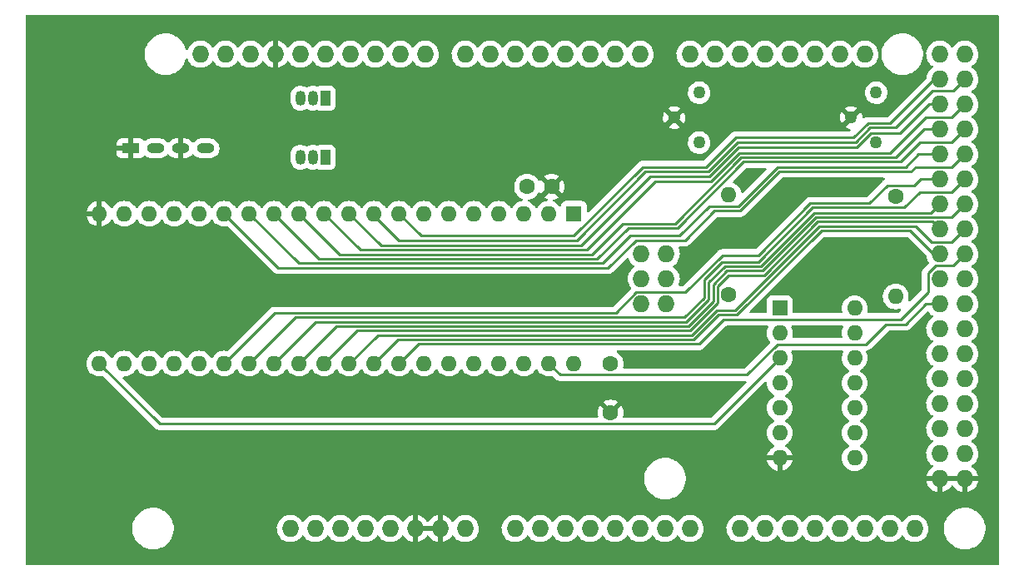
<source format=gbr>
%TF.GenerationSoftware,KiCad,Pcbnew,(6.0.8)*%
%TF.CreationDate,2022-10-05T16:47:09+02:00*%
%TF.ProjectId,MostekDumper,4d6f7374-656b-4447-956d-7065722e6b69,rev?*%
%TF.SameCoordinates,Original*%
%TF.FileFunction,Copper,L2,Bot*%
%TF.FilePolarity,Positive*%
%FSLAX46Y46*%
G04 Gerber Fmt 4.6, Leading zero omitted, Abs format (unit mm)*
G04 Created by KiCad (PCBNEW (6.0.8)) date 2022-10-05 16:47:09*
%MOMM*%
%LPD*%
G01*
G04 APERTURE LIST*
%TA.AperFunction,ComponentPad*%
%ADD10O,1.727200X1.727200*%
%TD*%
%TA.AperFunction,ComponentPad*%
%ADD11R,1.600000X1.600000*%
%TD*%
%TA.AperFunction,ComponentPad*%
%ADD12O,1.600000X1.600000*%
%TD*%
%TA.AperFunction,ComponentPad*%
%ADD13R,1.050000X1.500000*%
%TD*%
%TA.AperFunction,ComponentPad*%
%ADD14O,1.050000X1.500000*%
%TD*%
%TA.AperFunction,ComponentPad*%
%ADD15O,1.800000X1.000000*%
%TD*%
%TA.AperFunction,ComponentPad*%
%ADD16R,1.800000X1.000000*%
%TD*%
%TA.AperFunction,ComponentPad*%
%ADD17C,1.260000*%
%TD*%
%TA.AperFunction,ComponentPad*%
%ADD18C,1.600000*%
%TD*%
%TA.AperFunction,ViaPad*%
%ADD19C,0.800000*%
%TD*%
%TA.AperFunction,Conductor*%
%ADD20C,0.250000*%
%TD*%
G04 APERTURE END LIST*
D10*
%TO.P,XA1,RST2,SPI_RESET*%
%TO.N,unconnected-(XA1-PadRST2)*%
X154117000Y-77930000D03*
%TO.P,XA1,GND4,SPI_GND*%
%TO.N,unconnected-(XA1-PadGND4)*%
X156657000Y-77930000D03*
%TO.P,XA1,MOSI,SPI_MOSI*%
%TO.N,unconnected-(XA1-PadMOSI)*%
X156657000Y-75390000D03*
%TO.P,XA1,SCK,SPI_SCK*%
%TO.N,unconnected-(XA1-PadSCK)*%
X154117000Y-75390000D03*
%TO.P,XA1,5V2,SPI_5V*%
%TO.N,unconnected-(XA1-Pad5V2)*%
X156657000Y-72850000D03*
%TO.P,XA1,A0,A0*%
%TO.N,unconnected-(XA1-PadA0)*%
X141290000Y-100790000D03*
%TO.P,XA1,VIN,VIN*%
%TO.N,unconnected-(XA1-PadVIN)*%
X136210000Y-100790000D03*
%TO.P,XA1,GND3,GND*%
%TO.N,GND*%
X133670000Y-100790000D03*
%TO.P,XA1,GND2,GND*%
X131130000Y-100790000D03*
%TO.P,XA1,5V1,5V*%
%TO.N,+5V*%
X128590000Y-100790000D03*
%TO.P,XA1,3V3,3.3V*%
%TO.N,unconnected-(XA1-Pad3V3)*%
X126050000Y-100790000D03*
%TO.P,XA1,RST1,RESET*%
%TO.N,unconnected-(XA1-PadRST1)*%
X123510000Y-100790000D03*
%TO.P,XA1,IORF,IOREF*%
%TO.N,unconnected-(XA1-PadIORF)*%
X120970000Y-100790000D03*
%TO.P,XA1,D21,D21_SCL*%
%TO.N,unconnected-(XA1-PadD21)*%
X176850000Y-52530000D03*
%TO.P,XA1,D20,D20_SDA*%
%TO.N,unconnected-(XA1-PadD20)*%
X174310000Y-52530000D03*
%TO.P,XA1,D19,D19_RX1*%
%TO.N,unconnected-(XA1-PadD19)*%
X171770000Y-52530000D03*
%TO.P,XA1,D18,D18_TX1*%
%TO.N,unconnected-(XA1-PadD18)*%
X169230000Y-52530000D03*
%TO.P,XA1,D17,D17_RX2*%
%TO.N,unconnected-(XA1-PadD17)*%
X166690000Y-52530000D03*
%TO.P,XA1,D16,D16_TX2*%
%TO.N,unconnected-(XA1-PadD16)*%
X164150000Y-52530000D03*
%TO.P,XA1,D15,D15_RX3*%
%TO.N,unconnected-(XA1-PadD15)*%
X161610000Y-52530000D03*
%TO.P,XA1,D14,D14_TX3*%
%TO.N,unconnected-(XA1-PadD14)*%
X159070000Y-52530000D03*
%TO.P,XA1,D0,D0_RX0*%
%TO.N,unconnected-(XA1-PadD0)*%
X153990000Y-52530000D03*
%TO.P,XA1,D1,D1_TX0*%
%TO.N,unconnected-(XA1-PadD1)*%
X151450000Y-52530000D03*
%TO.P,XA1,D2,D2_INT0*%
%TO.N,unconnected-(XA1-PadD2)*%
X148910000Y-52530000D03*
%TO.P,XA1,D3,D3_INT1*%
%TO.N,unconnected-(XA1-PadD3)*%
X146370000Y-52530000D03*
%TO.P,XA1,D4,D4*%
%TO.N,unconnected-(XA1-PadD4)*%
X143830000Y-52530000D03*
%TO.P,XA1,D5,D5*%
%TO.N,unconnected-(XA1-PadD5)*%
X141290000Y-52530000D03*
%TO.P,XA1,D6,D6*%
%TO.N,unconnected-(XA1-PadD6)*%
X138750000Y-52530000D03*
%TO.P,XA1,D7,D7*%
%TO.N,unconnected-(XA1-PadD7)*%
X136210000Y-52530000D03*
%TO.P,XA1,GND1,GND*%
%TO.N,GND*%
X116906000Y-52530000D03*
%TO.P,XA1,D8,D8*%
%TO.N,unconnected-(XA1-PadD8)*%
X132146000Y-52530000D03*
%TO.P,XA1,D9,D9*%
%TO.N,unconnected-(XA1-PadD9)*%
X129606000Y-52530000D03*
%TO.P,XA1,D10,D10*%
%TO.N,unconnected-(XA1-PadD10)*%
X127066000Y-52530000D03*
%TO.P,XA1,SCL,SCL*%
%TO.N,unconnected-(XA1-PadSCL)*%
X109286000Y-52530000D03*
%TO.P,XA1,SDA,SDA*%
%TO.N,unconnected-(XA1-PadSDA)*%
X111826000Y-52530000D03*
%TO.P,XA1,AREF,AREF*%
%TO.N,unconnected-(XA1-PadAREF)*%
X114366000Y-52530000D03*
%TO.P,XA1,D13,D13*%
%TO.N,unconnected-(XA1-PadD13)*%
X119446000Y-52530000D03*
%TO.P,XA1,D12,D12*%
%TO.N,unconnected-(XA1-PadD12)*%
X121986000Y-52530000D03*
%TO.P,XA1,D11,D11*%
%TO.N,unconnected-(XA1-PadD11)*%
X124526000Y-52530000D03*
%TO.P,XA1,*%
%TO.N,*%
X118430000Y-100790000D03*
%TO.P,XA1,A1,A1*%
%TO.N,unconnected-(XA1-PadA1)*%
X143830000Y-100790000D03*
%TO.P,XA1,A2,A2*%
%TO.N,unconnected-(XA1-PadA2)*%
X146370000Y-100790000D03*
%TO.P,XA1,A3,A3*%
%TO.N,unconnected-(XA1-PadA3)*%
X148910000Y-100790000D03*
%TO.P,XA1,A4,A4*%
%TO.N,unconnected-(XA1-PadA4)*%
X151450000Y-100790000D03*
%TO.P,XA1,A5,A5*%
%TO.N,unconnected-(XA1-PadA5)*%
X153990000Y-100790000D03*
%TO.P,XA1,A6,A6*%
%TO.N,unconnected-(XA1-PadA6)*%
X156530000Y-100790000D03*
%TO.P,XA1,A7,A7*%
%TO.N,unconnected-(XA1-PadA7)*%
X159070000Y-100790000D03*
%TO.P,XA1,A8,A8*%
%TO.N,unconnected-(XA1-PadA8)*%
X164150000Y-100790000D03*
%TO.P,XA1,A9,A9*%
%TO.N,unconnected-(XA1-PadA9)*%
X166690000Y-100790000D03*
%TO.P,XA1,A10,A10*%
%TO.N,unconnected-(XA1-PadA10)*%
X169230000Y-100790000D03*
%TO.P,XA1,A11,A11*%
%TO.N,unconnected-(XA1-PadA11)*%
X171770000Y-100790000D03*
%TO.P,XA1,A12,A12*%
%TO.N,unconnected-(XA1-PadA12)*%
X174310000Y-100790000D03*
%TO.P,XA1,A13,A13*%
%TO.N,unconnected-(XA1-PadA13)*%
X176850000Y-100790000D03*
%TO.P,XA1,A14,A14*%
%TO.N,unconnected-(XA1-PadA14)*%
X179390000Y-100790000D03*
%TO.P,XA1,A15,A15*%
%TO.N,unconnected-(XA1-PadA15)*%
X181930000Y-100790000D03*
%TO.P,XA1,5V3,5V*%
%TO.N,unconnected-(XA1-Pad5V3)*%
X184470000Y-52530000D03*
%TO.P,XA1,5V4,5V*%
%TO.N,unconnected-(XA1-Pad5V4)*%
X187010000Y-52530000D03*
%TO.P,XA1,D22,D22*%
%TO.N,/P40*%
X184470000Y-55070000D03*
%TO.P,XA1,D23,D23*%
%TO.N,/P41*%
X187010000Y-55070000D03*
%TO.P,XA1,D24,D24*%
%TO.N,/P42*%
X184470000Y-57610000D03*
%TO.P,XA1,D25,D25*%
%TO.N,/P43*%
X187010000Y-57610000D03*
%TO.P,XA1,D26,D26*%
%TO.N,/P44*%
X184470000Y-60150000D03*
%TO.P,XA1,D27,D27*%
%TO.N,/P45*%
X187010000Y-60150000D03*
%TO.P,XA1,D28,D28*%
%TO.N,/P46*%
X184470000Y-62690000D03*
%TO.P,XA1,D29,D29*%
%TO.N,/P47*%
X187010000Y-62690000D03*
%TO.P,XA1,D30,D30*%
%TO.N,/P57*%
X184470000Y-65230000D03*
%TO.P,XA1,D31,D31*%
%TO.N,/P56*%
X187010000Y-65230000D03*
%TO.P,XA1,D32,D32*%
%TO.N,/P55*%
X184470000Y-67770000D03*
%TO.P,XA1,D33,D33*%
%TO.N,/P54*%
X187010000Y-67770000D03*
%TO.P,XA1,D34,D34*%
%TO.N,/P53*%
X184470000Y-70310000D03*
%TO.P,XA1,D35,D35*%
%TO.N,/P52*%
X187010000Y-70310000D03*
%TO.P,XA1,D36,D36*%
%TO.N,/P51*%
X184470000Y-72850000D03*
%TO.P,XA1,D37,D37*%
%TO.N,/P50*%
X187010000Y-72850000D03*
%TO.P,XA1,D38,D38*%
%TO.N,/STR*%
X184470000Y-75390000D03*
%TO.P,XA1,D39,D39*%
%TO.N,unconnected-(XA1-PadD39)*%
X187010000Y-75390000D03*
%TO.P,XA1,D40,D40*%
%TO.N,/RES*%
X184470000Y-77930000D03*
%TO.P,XA1,D41,D41*%
%TO.N,/XTL*%
X187010000Y-77930000D03*
%TO.P,XA1,D42,D42*%
%TO.N,unconnected-(XA1-PadD42)*%
X184470000Y-80470000D03*
%TO.P,XA1,D43,D43*%
%TO.N,unconnected-(XA1-PadD43)*%
X187010000Y-80470000D03*
%TO.P,XA1,D44,D44*%
%TO.N,unconnected-(XA1-PadD44)*%
X184470000Y-83010000D03*
%TO.P,XA1,D45,D45*%
%TO.N,unconnected-(XA1-PadD45)*%
X187010000Y-83010000D03*
%TO.P,XA1,D46,D46*%
%TO.N,unconnected-(XA1-PadD46)*%
X184470000Y-85550000D03*
%TO.P,XA1,D47,D47*%
%TO.N,unconnected-(XA1-PadD47)*%
X187010000Y-85550000D03*
%TO.P,XA1,D48,D48*%
%TO.N,Net-(U1-Pad13)*%
X184470000Y-88090000D03*
%TO.P,XA1,D49,D49*%
%TO.N,Net-(U1-Pad5)*%
X187010000Y-88090000D03*
%TO.P,XA1,D50,D50*%
%TO.N,unconnected-(XA1-PadD50)*%
X184470000Y-90630000D03*
%TO.P,XA1,D51,D51*%
%TO.N,unconnected-(XA1-PadD51)*%
X187010000Y-90630000D03*
%TO.P,XA1,D52,D52*%
%TO.N,unconnected-(XA1-PadD52)*%
X184470000Y-93170000D03*
%TO.P,XA1,D53,D53_SS*%
%TO.N,unconnected-(XA1-PadD53)*%
X187010000Y-93170000D03*
%TO.P,XA1,GND5,GND*%
%TO.N,GND*%
X184470000Y-95710000D03*
%TO.P,XA1,GND6,GND*%
X187010000Y-95710000D03*
%TO.P,XA1,MISO,SPI_MISO*%
%TO.N,unconnected-(XA1-PadMISO)*%
X154117000Y-72850000D03*
%TD*%
D11*
%TO.P,U5,1,XTL1*%
%TO.N,unconnected-(U5-Pad1)*%
X147260000Y-68760000D03*
D12*
%TO.P,U5,2,XTL2*%
%TO.N,/XTL*%
X144720000Y-68760000D03*
%TO.P,U5,3,VBB*%
%TO.N,Net-(C1-Pad1)*%
X142180000Y-68760000D03*
%TO.P,U5,4,VSB*%
%TO.N,unconnected-(U5-Pad4)*%
X139640000Y-68760000D03*
%TO.P,U5,5,~{P0_2}*%
%TO.N,unconnected-(U5-Pad5)*%
X137100000Y-68760000D03*
%TO.P,U5,6,~{P0_3}*%
%TO.N,unconnected-(U5-Pad6)*%
X134560000Y-68760000D03*
%TO.P,U5,7,~{STROBE}*%
%TO.N,/STR*%
X132020000Y-68760000D03*
%TO.P,U5,8,~{P4_0}*%
%TO.N,/P40*%
X129480000Y-68760000D03*
%TO.P,U5,9,~{P4_1}*%
%TO.N,/P41*%
X126940000Y-68760000D03*
%TO.P,U5,10,~{P4_2}*%
%TO.N,/P42*%
X124400000Y-68760000D03*
%TO.P,U5,11,~{P4_3}*%
%TO.N,/P43*%
X121860000Y-68760000D03*
%TO.P,U5,12,~{P4_4}*%
%TO.N,/P44*%
X119320000Y-68760000D03*
%TO.P,U5,13,~{P4_5}*%
%TO.N,/P45*%
X116780000Y-68760000D03*
%TO.P,U5,14,~{P4_6}*%
%TO.N,/P46*%
X114240000Y-68760000D03*
%TO.P,U5,15,~{P4_7}*%
%TO.N,/P47*%
X111700000Y-68760000D03*
%TO.P,U5,16,~{P0_7}*%
%TO.N,unconnected-(U5-Pad16)*%
X109160000Y-68760000D03*
%TO.P,U5,17,~{P0_6}*%
%TO.N,unconnected-(U5-Pad17)*%
X106620000Y-68760000D03*
%TO.P,U5,18,~{P0_5}*%
%TO.N,unconnected-(U5-Pad18)*%
X104080000Y-68760000D03*
%TO.P,U5,19,~{P0_4}*%
%TO.N,unconnected-(U5-Pad19)*%
X101540000Y-68760000D03*
%TO.P,U5,20,GND*%
%TO.N,GND*%
X99000000Y-68760000D03*
%TO.P,U5,21,TEST*%
%TO.N,Net-(U1-Pad2)*%
X99000000Y-84000000D03*
%TO.P,U5,22,~{P1_4}*%
%TO.N,unconnected-(U5-Pad22)*%
X101540000Y-84000000D03*
%TO.P,U5,23,~{P1_5}*%
%TO.N,unconnected-(U5-Pad23)*%
X104080000Y-84000000D03*
%TO.P,U5,24,~{P1_6}*%
%TO.N,unconnected-(U5-Pad24)*%
X106620000Y-84000000D03*
%TO.P,U5,25,~{P1_7}*%
%TO.N,unconnected-(U5-Pad25)*%
X109160000Y-84000000D03*
%TO.P,U5,26,~{P5_7}*%
%TO.N,/P57*%
X111700000Y-84000000D03*
%TO.P,U5,27,~{P5_6}*%
%TO.N,/P56*%
X114240000Y-84000000D03*
%TO.P,U5,28,~{P5_5}*%
%TO.N,/P55*%
X116780000Y-84000000D03*
%TO.P,U5,29,~{P5_4}*%
%TO.N,/P54*%
X119320000Y-84000000D03*
%TO.P,U5,30,~{P5_3}*%
%TO.N,/P53*%
X121860000Y-84000000D03*
%TO.P,U5,31,~{P5_2}*%
%TO.N,/P52*%
X124400000Y-84000000D03*
%TO.P,U5,32,~{P5_1}*%
%TO.N,/P51*%
X126940000Y-84000000D03*
%TO.P,U5,33,~{P5_0}*%
%TO.N,/P50*%
X129480000Y-84000000D03*
%TO.P,U5,34,~{P1_3}*%
%TO.N,unconnected-(U5-Pad34)*%
X132020000Y-84000000D03*
%TO.P,U5,35,~{P1_2}*%
%TO.N,unconnected-(U5-Pad35)*%
X134560000Y-84000000D03*
%TO.P,U5,36,~{P1_1}*%
%TO.N,unconnected-(U5-Pad36)*%
X137100000Y-84000000D03*
%TO.P,U5,37,~{P1_0}*%
%TO.N,unconnected-(U5-Pad37)*%
X139640000Y-84000000D03*
%TO.P,U5,38,EXT_INT*%
%TO.N,unconnected-(U5-Pad38)*%
X142180000Y-84000000D03*
%TO.P,U5,39,~{RESET}*%
%TO.N,/RES*%
X144720000Y-84000000D03*
%TO.P,U5,40,VCC*%
%TO.N,+5V*%
X147260000Y-84000000D03*
%TD*%
D13*
%TO.P,U4,1,ADJ*%
%TO.N,Net-(R2-Pad2)*%
X122000000Y-63000000D03*
D14*
%TO.P,U4,2,VO*%
%TO.N,Net-(R2-Pad1)*%
X120730000Y-63000000D03*
%TO.P,U4,3,VI*%
%TO.N,+9V*%
X119460000Y-63000000D03*
%TD*%
D13*
%TO.P,U3,1,ADJ*%
%TO.N,Net-(R1-Pad1)*%
X122000000Y-57000000D03*
D14*
%TO.P,U3,2,VO*%
%TO.N,Net-(R1-Pad2)*%
X120730000Y-57000000D03*
%TO.P,U3,3,VI*%
%TO.N,+9V*%
X119460000Y-57000000D03*
%TD*%
D15*
%TO.P,U2,4,+Vout*%
%TO.N,+9V*%
X109810000Y-62100000D03*
%TO.P,U2,3,-Vout*%
%TO.N,GND*%
X107270000Y-62100000D03*
%TO.P,U2,2,+Vin*%
%TO.N,+5V*%
X104730000Y-62100000D03*
D16*
%TO.P,U2,1,-Vin*%
%TO.N,GND*%
X102190000Y-62100000D03*
%TD*%
D11*
%TO.P,U1,1*%
%TO.N,Net-(R2-Pad1)*%
X168200000Y-78375000D03*
D12*
%TO.P,U1,2*%
%TO.N,Net-(U1-Pad2)*%
X168200000Y-80915000D03*
%TO.P,U1,3*%
X168200000Y-83455000D03*
%TO.P,U1,4*%
%TO.N,Net-(R1-Pad2)*%
X168200000Y-85995000D03*
%TO.P,U1,5*%
%TO.N,Net-(U1-Pad5)*%
X168200000Y-88535000D03*
%TO.P,U1,6*%
%TO.N,unconnected-(U1-Pad6)*%
X168200000Y-91075000D03*
%TO.P,U1,7,VSS*%
%TO.N,GND*%
X168200000Y-93615000D03*
%TO.P,U1,8*%
%TO.N,unconnected-(U1-Pad8)*%
X175820000Y-93615000D03*
%TO.P,U1,9*%
%TO.N,unconnected-(U1-Pad9)*%
X175820000Y-91075000D03*
%TO.P,U1,10*%
%TO.N,unconnected-(U1-Pad10)*%
X175820000Y-88535000D03*
%TO.P,U1,11*%
%TO.N,unconnected-(U1-Pad11)*%
X175820000Y-85995000D03*
%TO.P,U1,12*%
%TO.N,unconnected-(U1-Pad12)*%
X175820000Y-83455000D03*
%TO.P,U1,13*%
%TO.N,Net-(U1-Pad13)*%
X175820000Y-80915000D03*
%TO.P,U1,14,VDD*%
%TO.N,+9V*%
X175820000Y-78375000D03*
%TD*%
D17*
%TO.P,RV2,3,3*%
%TO.N,unconnected-(RV2-Pad3)*%
X160000000Y-56445000D03*
%TO.P,RV2,2,2*%
%TO.N,GND*%
X157460000Y-58985000D03*
%TO.P,RV2,1,1*%
%TO.N,Net-(R2-Pad2)*%
X160000000Y-61525000D03*
%TD*%
%TO.P,RV1,3,3*%
%TO.N,unconnected-(RV1-Pad3)*%
X178000000Y-56445000D03*
%TO.P,RV1,2,2*%
%TO.N,GND*%
X175460000Y-58985000D03*
%TO.P,RV1,1,1*%
%TO.N,Net-(R1-Pad1)*%
X178000000Y-61525000D03*
%TD*%
D12*
%TO.P,R2,2*%
%TO.N,Net-(R2-Pad2)*%
X163000000Y-66840000D03*
D18*
%TO.P,R2,1*%
%TO.N,Net-(R2-Pad1)*%
X163000000Y-77000000D03*
%TD*%
%TO.P,R1,1*%
%TO.N,Net-(R1-Pad1)*%
X180000000Y-67000000D03*
D12*
%TO.P,R1,2*%
%TO.N,Net-(R1-Pad2)*%
X180000000Y-77160000D03*
%TD*%
D18*
%TO.P,C2,1*%
%TO.N,+5V*%
X151000000Y-84000000D03*
%TO.P,C2,2*%
%TO.N,GND*%
X151000000Y-89000000D03*
%TD*%
%TO.P,C1,1*%
%TO.N,Net-(C1-Pad1)*%
X142500000Y-66000000D03*
%TO.P,C1,2*%
%TO.N,GND*%
X145000000Y-66000000D03*
%TD*%
D19*
%TO.N,GND*%
X171000000Y-81000000D03*
X165000000Y-65000000D03*
X173000000Y-75000000D03*
X168000000Y-68000000D03*
X175000000Y-66000000D03*
X169000000Y-58000000D03*
X164000000Y-82000000D03*
X180000000Y-88000000D03*
X180000000Y-91000000D03*
X180000000Y-93000000D03*
X173000000Y-93000000D03*
X173000000Y-91000000D03*
X172000000Y-88000000D03*
X163000000Y-87000000D03*
X165000000Y-89000000D03*
X110000000Y-87000000D03*
X134000000Y-87000000D03*
X122000000Y-87000000D03*
X132000000Y-94000000D03*
X127000000Y-94000000D03*
%TD*%
D20*
%TO.N,/RES*%
X183070000Y-77930000D02*
X184470000Y-77930000D01*
X179000000Y-80000000D02*
X181000000Y-80000000D01*
X181000000Y-80000000D02*
X183070000Y-77930000D01*
X164875000Y-85125000D02*
X167960000Y-82040000D01*
X167960000Y-82040000D02*
X176960000Y-82040000D01*
X145845000Y-85125000D02*
X164875000Y-85125000D01*
X144720000Y-84000000D02*
X145845000Y-85125000D01*
X176960000Y-82040000D02*
X179000000Y-80000000D01*
%TO.N,/P51*%
X172437788Y-70471400D02*
X181471400Y-70471400D01*
X163859188Y-79050000D02*
X172437788Y-70471400D01*
X161950000Y-79050000D02*
X163859188Y-79050000D01*
X183850000Y-72850000D02*
X184470000Y-72850000D01*
X159450000Y-81550000D02*
X161950000Y-79050000D01*
X129390000Y-81550000D02*
X159450000Y-81550000D01*
X126940000Y-84000000D02*
X129390000Y-81550000D01*
X181471400Y-70471400D02*
X183850000Y-72850000D01*
%TO.N,/P52*%
X185658600Y-71661400D02*
X187010000Y-70310000D01*
X172251392Y-70021400D02*
X182021400Y-70021400D01*
X163672792Y-78600000D02*
X172251392Y-70021400D01*
X161763604Y-78600000D02*
X163672792Y-78600000D01*
X183661400Y-71661400D02*
X185658600Y-71661400D01*
X159263604Y-81100000D02*
X161763604Y-78600000D01*
X124400000Y-84000000D02*
X127300000Y-81100000D01*
X127300000Y-81100000D02*
X159263604Y-81100000D01*
X182021400Y-70021400D02*
X183661400Y-71661400D01*
%TO.N,/P53*%
X183731400Y-69571400D02*
X184470000Y-70310000D01*
X172064996Y-69571400D02*
X183731400Y-69571400D01*
X166636396Y-75000000D02*
X172064996Y-69571400D01*
X163000000Y-75000000D02*
X166636396Y-75000000D01*
X125210000Y-80650000D02*
X159077208Y-80650000D01*
X159077208Y-80650000D02*
X161875000Y-77852208D01*
X161875000Y-77852208D02*
X161875000Y-76125000D01*
X121860000Y-84000000D02*
X125210000Y-80650000D01*
X161875000Y-76125000D02*
X163000000Y-75000000D01*
%TO.N,/P47*%
X185700000Y-64000000D02*
X187010000Y-62690000D01*
X182000000Y-64000000D02*
X185700000Y-64000000D01*
X181550000Y-64450000D02*
X182000000Y-64000000D01*
X164186396Y-68450000D02*
X168186396Y-64450000D01*
X161550000Y-68450000D02*
X164186396Y-68450000D01*
X158550000Y-71450000D02*
X161550000Y-68450000D01*
X117190000Y-74250000D02*
X150750000Y-74250000D01*
X168186396Y-64450000D02*
X181550000Y-64450000D01*
X111700000Y-68760000D02*
X117190000Y-74250000D01*
X150750000Y-74250000D02*
X153550000Y-71450000D01*
X153550000Y-71450000D02*
X158550000Y-71450000D01*
%TO.N,/P46*%
X182310000Y-62690000D02*
X184470000Y-62690000D01*
X181000000Y-64000000D02*
X182310000Y-62690000D01*
X164000000Y-68000000D02*
X168000000Y-64000000D01*
X168000000Y-64000000D02*
X181000000Y-64000000D01*
X161000000Y-68000000D02*
X164000000Y-68000000D01*
X153000000Y-71000000D02*
X158000000Y-71000000D01*
X119280000Y-73800000D02*
X150200000Y-73800000D01*
X150200000Y-73800000D02*
X153000000Y-71000000D01*
X114240000Y-68760000D02*
X119280000Y-73800000D01*
X158000000Y-71000000D02*
X161000000Y-68000000D01*
%TO.N,/P45*%
X185658600Y-61501400D02*
X187010000Y-60150000D01*
X182498600Y-61501400D02*
X185658600Y-61501400D01*
X180550000Y-63450000D02*
X182498600Y-61501400D01*
X164550000Y-63450000D02*
X180550000Y-63450000D01*
X157804999Y-70195001D02*
X164550000Y-63450000D01*
X149650000Y-73350000D02*
X152804999Y-70195001D01*
X121370000Y-73350000D02*
X149650000Y-73350000D01*
X152804999Y-70195001D02*
X157804999Y-70195001D01*
X116780000Y-68760000D02*
X121370000Y-73350000D01*
%TO.N,/P44*%
X180000000Y-63000000D02*
X182850000Y-60150000D01*
X164272792Y-63000000D02*
X180000000Y-63000000D01*
X157527791Y-69745001D02*
X164272792Y-63000000D01*
X149100000Y-72900000D02*
X152254999Y-69745001D01*
X152254999Y-69745001D02*
X157527791Y-69745001D01*
X182850000Y-60150000D02*
X184470000Y-60150000D01*
X119320000Y-68760000D02*
X123460000Y-72900000D01*
X123460000Y-72900000D02*
X149100000Y-72900000D01*
%TO.N,/P43*%
X185658600Y-58961400D02*
X187010000Y-57610000D01*
X183038600Y-58961400D02*
X185658600Y-58961400D01*
X161186396Y-65450000D02*
X164086396Y-62550000D01*
X148550000Y-72450000D02*
X155550000Y-65450000D01*
X179450000Y-62550000D02*
X183038600Y-58961400D01*
X125550000Y-72450000D02*
X148550000Y-72450000D01*
X155550000Y-65450000D02*
X161186396Y-65450000D01*
X121860000Y-68760000D02*
X125550000Y-72450000D01*
X164086396Y-62550000D02*
X179450000Y-62550000D01*
%TO.N,/P42*%
X183390000Y-57610000D02*
X184470000Y-57610000D01*
X180430000Y-60570000D02*
X183390000Y-57610000D01*
X177430000Y-60570000D02*
X180430000Y-60570000D01*
X176000000Y-62000000D02*
X177430000Y-60570000D01*
X148000000Y-72000000D02*
X155000000Y-65000000D01*
X127640000Y-72000000D02*
X148000000Y-72000000D01*
X155000000Y-65000000D02*
X161000000Y-65000000D01*
X161000000Y-65000000D02*
X164000000Y-62000000D01*
X164000000Y-62000000D02*
X176000000Y-62000000D01*
X124400000Y-68760000D02*
X127640000Y-72000000D01*
%TO.N,/P41*%
X185821400Y-56258600D02*
X187010000Y-55070000D01*
X183741400Y-56258600D02*
X185821400Y-56258600D01*
X180000000Y-60000000D02*
X183741400Y-56258600D01*
X177363604Y-60000000D02*
X180000000Y-60000000D01*
X163913604Y-61450000D02*
X175913604Y-61450000D01*
X175913604Y-61450000D02*
X177363604Y-60000000D01*
X160913604Y-64450000D02*
X163913604Y-61450000D01*
X154550000Y-64450000D02*
X160913604Y-64450000D01*
X129450000Y-71450000D02*
X147550000Y-71450000D01*
X126940000Y-68940000D02*
X129450000Y-71450000D01*
X126940000Y-68760000D02*
X126940000Y-68940000D01*
X147550000Y-71450000D02*
X154550000Y-64450000D01*
%TO.N,/P40*%
X183930000Y-55070000D02*
X184470000Y-55070000D01*
X179450000Y-59550000D02*
X183930000Y-55070000D01*
X175727208Y-61000000D02*
X177177208Y-59550000D01*
X163727208Y-61000000D02*
X175727208Y-61000000D01*
X160727208Y-64000000D02*
X163727208Y-61000000D01*
X154270000Y-64000000D02*
X160727208Y-64000000D01*
X177177208Y-59550000D02*
X179450000Y-59550000D01*
X131720000Y-71000000D02*
X147270000Y-71000000D01*
X147270000Y-71000000D02*
X154270000Y-64000000D01*
X129480000Y-68760000D02*
X131720000Y-71000000D01*
%TO.N,/P57*%
X182520000Y-65230000D02*
X184470000Y-65230000D01*
X181875000Y-65875000D02*
X182520000Y-65230000D01*
X179125000Y-65875000D02*
X181875000Y-65875000D01*
X162363604Y-73000000D02*
X166000000Y-73000000D01*
X158622204Y-76741400D02*
X162363604Y-73000000D01*
X151516065Y-78850000D02*
X153624665Y-76741400D01*
X177325000Y-67675000D02*
X179125000Y-65875000D01*
X153624665Y-76741400D02*
X158622204Y-76741400D01*
X171325000Y-67675000D02*
X177325000Y-67675000D01*
X116850000Y-78850000D02*
X151516065Y-78850000D01*
X111700000Y-84000000D02*
X116850000Y-78850000D01*
X166000000Y-73000000D02*
X171325000Y-67675000D01*
%TO.N,/P50*%
X185821400Y-74038600D02*
X187010000Y-72850000D01*
X184038600Y-74038600D02*
X185821400Y-74038600D01*
X180500000Y-79500000D02*
X183281400Y-76718600D01*
X160000000Y-82000000D02*
X162500000Y-79500000D01*
X183281400Y-76718600D02*
X183281400Y-74795800D01*
X162500000Y-79500000D02*
X180500000Y-79500000D01*
X183281400Y-74795800D02*
X184038600Y-74038600D01*
X131480000Y-82000000D02*
X160000000Y-82000000D01*
X129480000Y-84000000D02*
X131480000Y-82000000D01*
%TO.N,/P56*%
X118940000Y-79300000D02*
X114240000Y-84000000D01*
X158518020Y-79300000D02*
X118940000Y-79300000D01*
X160525000Y-77293020D02*
X158518020Y-79300000D01*
X160525000Y-75475000D02*
X160525000Y-77293020D01*
X162350000Y-73650000D02*
X160525000Y-75475000D01*
X166000000Y-73650000D02*
X162350000Y-73650000D01*
X171525000Y-68125000D02*
X166000000Y-73650000D01*
X180875000Y-68125000D02*
X171525000Y-68125000D01*
X182418600Y-66581400D02*
X180875000Y-68125000D01*
X185658600Y-66581400D02*
X182418600Y-66581400D01*
X187010000Y-65230000D02*
X185658600Y-66581400D01*
%TO.N,/P55*%
X121030000Y-79750000D02*
X116780000Y-84000000D01*
X160975000Y-77479416D02*
X158704416Y-79750000D01*
X160975000Y-75752208D02*
X160975000Y-77479416D01*
X162627208Y-74100000D02*
X160975000Y-75752208D01*
X166263604Y-74100000D02*
X162627208Y-74100000D01*
X171692204Y-68671400D02*
X166263604Y-74100000D01*
X183568600Y-68671400D02*
X171692204Y-68671400D01*
X184470000Y-67770000D02*
X183568600Y-68671400D01*
X158704416Y-79750000D02*
X121030000Y-79750000D01*
%TO.N,/P54*%
X123120000Y-80200000D02*
X119320000Y-84000000D01*
X158890812Y-80200000D02*
X123120000Y-80200000D01*
X161425000Y-77665812D02*
X158890812Y-80200000D01*
X161425000Y-75938604D02*
X161425000Y-77665812D01*
X162813604Y-74550000D02*
X161425000Y-75938604D01*
X166450000Y-74550000D02*
X162813604Y-74550000D01*
X171878600Y-69121400D02*
X166450000Y-74550000D01*
X185658600Y-69121400D02*
X171878600Y-69121400D01*
X187010000Y-67770000D02*
X185658600Y-69121400D01*
%TO.N,Net-(U1-Pad2)*%
X105125000Y-90125000D02*
X99000000Y-84000000D01*
X161530000Y-90125000D02*
X105125000Y-90125000D01*
X168200000Y-83455000D02*
X161530000Y-90125000D01*
%TD*%
%TA.AperFunction,Conductor*%
%TO.N,GND*%
G36*
X190433621Y-48528502D02*
G01*
X190480114Y-48582158D01*
X190491500Y-48634500D01*
X190491500Y-104365500D01*
X190471498Y-104433621D01*
X190417842Y-104480114D01*
X190365500Y-104491500D01*
X91634500Y-104491500D01*
X91566379Y-104471498D01*
X91519886Y-104417842D01*
X91508500Y-104365500D01*
X91508500Y-100922703D01*
X102350743Y-100922703D01*
X102388268Y-101207734D01*
X102464129Y-101485036D01*
X102465813Y-101488984D01*
X102516049Y-101606759D01*
X102576923Y-101749476D01*
X102629871Y-101837945D01*
X102711835Y-101974897D01*
X102724561Y-101996161D01*
X102904313Y-102220528D01*
X103112851Y-102418423D01*
X103346317Y-102586186D01*
X103350112Y-102588195D01*
X103350113Y-102588196D01*
X103371869Y-102599715D01*
X103600392Y-102720712D01*
X103870373Y-102819511D01*
X104151264Y-102880755D01*
X104179841Y-102883004D01*
X104374282Y-102898307D01*
X104374291Y-102898307D01*
X104376739Y-102898500D01*
X104532271Y-102898500D01*
X104534407Y-102898354D01*
X104534418Y-102898354D01*
X104742548Y-102884165D01*
X104742554Y-102884164D01*
X104746825Y-102883873D01*
X104751020Y-102883004D01*
X104751022Y-102883004D01*
X104887584Y-102854723D01*
X105028342Y-102825574D01*
X105299343Y-102729607D01*
X105554812Y-102597750D01*
X105558313Y-102595289D01*
X105558317Y-102595287D01*
X105672417Y-102515096D01*
X105790023Y-102432441D01*
X106000622Y-102236740D01*
X106182713Y-102014268D01*
X106328118Y-101776989D01*
X106330686Y-101772799D01*
X106332927Y-101769142D01*
X106371034Y-101682333D01*
X106446757Y-101509830D01*
X106448483Y-101505898D01*
X106451196Y-101496376D01*
X106526068Y-101233534D01*
X106527244Y-101229406D01*
X106567751Y-100944784D01*
X106567845Y-100926951D01*
X106568739Y-100756362D01*
X117053609Y-100756362D01*
X117053906Y-100761514D01*
X117053906Y-100761518D01*
X117059618Y-100860578D01*
X117066597Y-100981614D01*
X117067734Y-100986660D01*
X117067735Y-100986666D01*
X117088984Y-101080952D01*
X117116200Y-101201720D01*
X117118142Y-101206502D01*
X117118143Y-101206506D01*
X117154822Y-101296835D01*
X117201086Y-101410769D01*
X117237394Y-101470019D01*
X117316091Y-101598440D01*
X117318975Y-101603147D01*
X117466702Y-101773687D01*
X117640299Y-101917810D01*
X117644751Y-101920412D01*
X117644756Y-101920415D01*
X117780107Y-101999508D01*
X117835103Y-102031645D01*
X118045884Y-102112134D01*
X118050952Y-102113165D01*
X118050955Y-102113166D01*
X118099021Y-102122945D01*
X118266981Y-102157117D01*
X118272156Y-102157307D01*
X118272158Y-102157307D01*
X118487292Y-102165196D01*
X118487296Y-102165196D01*
X118492456Y-102165385D01*
X118497576Y-102164729D01*
X118497578Y-102164729D01*
X118566985Y-102155838D01*
X118716253Y-102136716D01*
X118721202Y-102135231D01*
X118721208Y-102135230D01*
X118927413Y-102073365D01*
X118927412Y-102073365D01*
X118932363Y-102071880D01*
X119049964Y-102014268D01*
X119130331Y-101974897D01*
X119130336Y-101974894D01*
X119134982Y-101972618D01*
X119139192Y-101969615D01*
X119139197Y-101969612D01*
X119314455Y-101844601D01*
X119314459Y-101844597D01*
X119318667Y-101841596D01*
X119478487Y-101682333D01*
X119599370Y-101514107D01*
X119655364Y-101470459D01*
X119726068Y-101464013D01*
X119789032Y-101496816D01*
X119809125Y-101521799D01*
X119856275Y-101598743D01*
X119856279Y-101598748D01*
X119858975Y-101603147D01*
X120006702Y-101773687D01*
X120180299Y-101917810D01*
X120184751Y-101920412D01*
X120184756Y-101920415D01*
X120320107Y-101999508D01*
X120375103Y-102031645D01*
X120585884Y-102112134D01*
X120590952Y-102113165D01*
X120590955Y-102113166D01*
X120639021Y-102122945D01*
X120806981Y-102157117D01*
X120812156Y-102157307D01*
X120812158Y-102157307D01*
X121027292Y-102165196D01*
X121027296Y-102165196D01*
X121032456Y-102165385D01*
X121037576Y-102164729D01*
X121037578Y-102164729D01*
X121106985Y-102155838D01*
X121256253Y-102136716D01*
X121261202Y-102135231D01*
X121261208Y-102135230D01*
X121467413Y-102073365D01*
X121467412Y-102073365D01*
X121472363Y-102071880D01*
X121589964Y-102014268D01*
X121670331Y-101974897D01*
X121670336Y-101974894D01*
X121674982Y-101972618D01*
X121679192Y-101969615D01*
X121679197Y-101969612D01*
X121854455Y-101844601D01*
X121854459Y-101844597D01*
X121858667Y-101841596D01*
X122018487Y-101682333D01*
X122139370Y-101514107D01*
X122195364Y-101470459D01*
X122266068Y-101464013D01*
X122329032Y-101496816D01*
X122349125Y-101521799D01*
X122396275Y-101598743D01*
X122396279Y-101598748D01*
X122398975Y-101603147D01*
X122546702Y-101773687D01*
X122720299Y-101917810D01*
X122724751Y-101920412D01*
X122724756Y-101920415D01*
X122860107Y-101999508D01*
X122915103Y-102031645D01*
X123125884Y-102112134D01*
X123130952Y-102113165D01*
X123130955Y-102113166D01*
X123179021Y-102122945D01*
X123346981Y-102157117D01*
X123352156Y-102157307D01*
X123352158Y-102157307D01*
X123567292Y-102165196D01*
X123567296Y-102165196D01*
X123572456Y-102165385D01*
X123577576Y-102164729D01*
X123577578Y-102164729D01*
X123646985Y-102155838D01*
X123796253Y-102136716D01*
X123801202Y-102135231D01*
X123801208Y-102135230D01*
X124007413Y-102073365D01*
X124007412Y-102073365D01*
X124012363Y-102071880D01*
X124129964Y-102014268D01*
X124210331Y-101974897D01*
X124210336Y-101974894D01*
X124214982Y-101972618D01*
X124219192Y-101969615D01*
X124219197Y-101969612D01*
X124394455Y-101844601D01*
X124394459Y-101844597D01*
X124398667Y-101841596D01*
X124558487Y-101682333D01*
X124679370Y-101514107D01*
X124735364Y-101470459D01*
X124806068Y-101464013D01*
X124869032Y-101496816D01*
X124889125Y-101521799D01*
X124936275Y-101598743D01*
X124936279Y-101598748D01*
X124938975Y-101603147D01*
X125086702Y-101773687D01*
X125260299Y-101917810D01*
X125264751Y-101920412D01*
X125264756Y-101920415D01*
X125400107Y-101999508D01*
X125455103Y-102031645D01*
X125665884Y-102112134D01*
X125670952Y-102113165D01*
X125670955Y-102113166D01*
X125719021Y-102122945D01*
X125886981Y-102157117D01*
X125892156Y-102157307D01*
X125892158Y-102157307D01*
X126107292Y-102165196D01*
X126107296Y-102165196D01*
X126112456Y-102165385D01*
X126117576Y-102164729D01*
X126117578Y-102164729D01*
X126186985Y-102155838D01*
X126336253Y-102136716D01*
X126341202Y-102135231D01*
X126341208Y-102135230D01*
X126547413Y-102073365D01*
X126547412Y-102073365D01*
X126552363Y-102071880D01*
X126669964Y-102014268D01*
X126750331Y-101974897D01*
X126750336Y-101974894D01*
X126754982Y-101972618D01*
X126759192Y-101969615D01*
X126759197Y-101969612D01*
X126934455Y-101844601D01*
X126934459Y-101844597D01*
X126938667Y-101841596D01*
X127098487Y-101682333D01*
X127219370Y-101514107D01*
X127275364Y-101470459D01*
X127346068Y-101464013D01*
X127409032Y-101496816D01*
X127429125Y-101521799D01*
X127476275Y-101598743D01*
X127476279Y-101598748D01*
X127478975Y-101603147D01*
X127626702Y-101773687D01*
X127800299Y-101917810D01*
X127804751Y-101920412D01*
X127804756Y-101920415D01*
X127940107Y-101999508D01*
X127995103Y-102031645D01*
X128205884Y-102112134D01*
X128210952Y-102113165D01*
X128210955Y-102113166D01*
X128259021Y-102122945D01*
X128426981Y-102157117D01*
X128432156Y-102157307D01*
X128432158Y-102157307D01*
X128647292Y-102165196D01*
X128647296Y-102165196D01*
X128652456Y-102165385D01*
X128657576Y-102164729D01*
X128657578Y-102164729D01*
X128726985Y-102155838D01*
X128876253Y-102136716D01*
X128881202Y-102135231D01*
X128881208Y-102135230D01*
X129087413Y-102073365D01*
X129087412Y-102073365D01*
X129092363Y-102071880D01*
X129209964Y-102014268D01*
X129290331Y-101974897D01*
X129290336Y-101974894D01*
X129294982Y-101972618D01*
X129299192Y-101969615D01*
X129299197Y-101969612D01*
X129474455Y-101844601D01*
X129474459Y-101844597D01*
X129478667Y-101841596D01*
X129638487Y-101682333D01*
X129759686Y-101513667D01*
X129815680Y-101470019D01*
X129886384Y-101463573D01*
X129949348Y-101496376D01*
X129969441Y-101521358D01*
X130016682Y-101598448D01*
X130022765Y-101606759D01*
X130163665Y-101769417D01*
X130171032Y-101776633D01*
X130336606Y-101914095D01*
X130345053Y-101920010D01*
X130530859Y-102028586D01*
X130540146Y-102033036D01*
X130741198Y-102109810D01*
X130751091Y-102112684D01*
X130858248Y-102134485D01*
X130872300Y-102133290D01*
X130876000Y-102122945D01*
X130876000Y-102122229D01*
X131384000Y-102122229D01*
X131388064Y-102136071D01*
X131401479Y-102138105D01*
X131411025Y-102136882D01*
X131421095Y-102134742D01*
X131627225Y-102072900D01*
X131636832Y-102069134D01*
X131830076Y-101974464D01*
X131838934Y-101969185D01*
X132014141Y-101844211D01*
X132022003Y-101837567D01*
X132174445Y-101685656D01*
X132181122Y-101677811D01*
X132299402Y-101513206D01*
X132355397Y-101469558D01*
X132426100Y-101463112D01*
X132489065Y-101495915D01*
X132509157Y-101520897D01*
X132556676Y-101598440D01*
X132562765Y-101606759D01*
X132703665Y-101769417D01*
X132711032Y-101776633D01*
X132876606Y-101914095D01*
X132885053Y-101920010D01*
X133070859Y-102028586D01*
X133080146Y-102033036D01*
X133281198Y-102109810D01*
X133291091Y-102112684D01*
X133398248Y-102134485D01*
X133412300Y-102133290D01*
X133416000Y-102122945D01*
X133416000Y-102122229D01*
X133924000Y-102122229D01*
X133928064Y-102136071D01*
X133941479Y-102138105D01*
X133951025Y-102136882D01*
X133961095Y-102134742D01*
X134167225Y-102072900D01*
X134176832Y-102069134D01*
X134370076Y-101974464D01*
X134378934Y-101969185D01*
X134554141Y-101844211D01*
X134562003Y-101837567D01*
X134714445Y-101685656D01*
X134721122Y-101677811D01*
X134839086Y-101513646D01*
X134895081Y-101469998D01*
X134965784Y-101463552D01*
X135028749Y-101496355D01*
X135048842Y-101521337D01*
X135096091Y-101598440D01*
X135098975Y-101603147D01*
X135246702Y-101773687D01*
X135420299Y-101917810D01*
X135424751Y-101920412D01*
X135424756Y-101920415D01*
X135560107Y-101999508D01*
X135615103Y-102031645D01*
X135825884Y-102112134D01*
X135830952Y-102113165D01*
X135830955Y-102113166D01*
X135879021Y-102122945D01*
X136046981Y-102157117D01*
X136052156Y-102157307D01*
X136052158Y-102157307D01*
X136267292Y-102165196D01*
X136267296Y-102165196D01*
X136272456Y-102165385D01*
X136277576Y-102164729D01*
X136277578Y-102164729D01*
X136346985Y-102155838D01*
X136496253Y-102136716D01*
X136501202Y-102135231D01*
X136501208Y-102135230D01*
X136707413Y-102073365D01*
X136707412Y-102073365D01*
X136712363Y-102071880D01*
X136829964Y-102014268D01*
X136910331Y-101974897D01*
X136910336Y-101974894D01*
X136914982Y-101972618D01*
X136919192Y-101969615D01*
X136919197Y-101969612D01*
X137094455Y-101844601D01*
X137094459Y-101844597D01*
X137098667Y-101841596D01*
X137258487Y-101682333D01*
X137390150Y-101499105D01*
X137490118Y-101296835D01*
X137555708Y-101080952D01*
X137573635Y-100944784D01*
X137584721Y-100860578D01*
X137584722Y-100860572D01*
X137585158Y-100857256D01*
X137586802Y-100790000D01*
X137584037Y-100756362D01*
X139913609Y-100756362D01*
X139913906Y-100761514D01*
X139913906Y-100761518D01*
X139919618Y-100860578D01*
X139926597Y-100981614D01*
X139927734Y-100986660D01*
X139927735Y-100986666D01*
X139948984Y-101080952D01*
X139976200Y-101201720D01*
X139978142Y-101206502D01*
X139978143Y-101206506D01*
X140014822Y-101296835D01*
X140061086Y-101410769D01*
X140097394Y-101470019D01*
X140176091Y-101598440D01*
X140178975Y-101603147D01*
X140326702Y-101773687D01*
X140500299Y-101917810D01*
X140504751Y-101920412D01*
X140504756Y-101920415D01*
X140640107Y-101999508D01*
X140695103Y-102031645D01*
X140905884Y-102112134D01*
X140910952Y-102113165D01*
X140910955Y-102113166D01*
X140959021Y-102122945D01*
X141126981Y-102157117D01*
X141132156Y-102157307D01*
X141132158Y-102157307D01*
X141347292Y-102165196D01*
X141347296Y-102165196D01*
X141352456Y-102165385D01*
X141357576Y-102164729D01*
X141357578Y-102164729D01*
X141426985Y-102155838D01*
X141576253Y-102136716D01*
X141581202Y-102135231D01*
X141581208Y-102135230D01*
X141787413Y-102073365D01*
X141787412Y-102073365D01*
X141792363Y-102071880D01*
X141909964Y-102014268D01*
X141990331Y-101974897D01*
X141990336Y-101974894D01*
X141994982Y-101972618D01*
X141999192Y-101969615D01*
X141999197Y-101969612D01*
X142174455Y-101844601D01*
X142174459Y-101844597D01*
X142178667Y-101841596D01*
X142338487Y-101682333D01*
X142459370Y-101514107D01*
X142515364Y-101470459D01*
X142586068Y-101464013D01*
X142649032Y-101496816D01*
X142669125Y-101521799D01*
X142716275Y-101598743D01*
X142716279Y-101598748D01*
X142718975Y-101603147D01*
X142866702Y-101773687D01*
X143040299Y-101917810D01*
X143044751Y-101920412D01*
X143044756Y-101920415D01*
X143180107Y-101999508D01*
X143235103Y-102031645D01*
X143445884Y-102112134D01*
X143450952Y-102113165D01*
X143450955Y-102113166D01*
X143499021Y-102122945D01*
X143666981Y-102157117D01*
X143672156Y-102157307D01*
X143672158Y-102157307D01*
X143887292Y-102165196D01*
X143887296Y-102165196D01*
X143892456Y-102165385D01*
X143897576Y-102164729D01*
X143897578Y-102164729D01*
X143966985Y-102155838D01*
X144116253Y-102136716D01*
X144121202Y-102135231D01*
X144121208Y-102135230D01*
X144327413Y-102073365D01*
X144327412Y-102073365D01*
X144332363Y-102071880D01*
X144449964Y-102014268D01*
X144530331Y-101974897D01*
X144530336Y-101974894D01*
X144534982Y-101972618D01*
X144539192Y-101969615D01*
X144539197Y-101969612D01*
X144714455Y-101844601D01*
X144714459Y-101844597D01*
X144718667Y-101841596D01*
X144878487Y-101682333D01*
X144999370Y-101514107D01*
X145055364Y-101470459D01*
X145126068Y-101464013D01*
X145189032Y-101496816D01*
X145209125Y-101521799D01*
X145256275Y-101598743D01*
X145256279Y-101598748D01*
X145258975Y-101603147D01*
X145406702Y-101773687D01*
X145580299Y-101917810D01*
X145584751Y-101920412D01*
X145584756Y-101920415D01*
X145720107Y-101999508D01*
X145775103Y-102031645D01*
X145985884Y-102112134D01*
X145990952Y-102113165D01*
X145990955Y-102113166D01*
X146039021Y-102122945D01*
X146206981Y-102157117D01*
X146212156Y-102157307D01*
X146212158Y-102157307D01*
X146427292Y-102165196D01*
X146427296Y-102165196D01*
X146432456Y-102165385D01*
X146437576Y-102164729D01*
X146437578Y-102164729D01*
X146506985Y-102155838D01*
X146656253Y-102136716D01*
X146661202Y-102135231D01*
X146661208Y-102135230D01*
X146867413Y-102073365D01*
X146867412Y-102073365D01*
X146872363Y-102071880D01*
X146989964Y-102014268D01*
X147070331Y-101974897D01*
X147070336Y-101974894D01*
X147074982Y-101972618D01*
X147079192Y-101969615D01*
X147079197Y-101969612D01*
X147254455Y-101844601D01*
X147254459Y-101844597D01*
X147258667Y-101841596D01*
X147418487Y-101682333D01*
X147539370Y-101514107D01*
X147595364Y-101470459D01*
X147666068Y-101464013D01*
X147729032Y-101496816D01*
X147749125Y-101521799D01*
X147796275Y-101598743D01*
X147796279Y-101598748D01*
X147798975Y-101603147D01*
X147946702Y-101773687D01*
X148120299Y-101917810D01*
X148124751Y-101920412D01*
X148124756Y-101920415D01*
X148260107Y-101999508D01*
X148315103Y-102031645D01*
X148525884Y-102112134D01*
X148530952Y-102113165D01*
X148530955Y-102113166D01*
X148579021Y-102122945D01*
X148746981Y-102157117D01*
X148752156Y-102157307D01*
X148752158Y-102157307D01*
X148967292Y-102165196D01*
X148967296Y-102165196D01*
X148972456Y-102165385D01*
X148977576Y-102164729D01*
X148977578Y-102164729D01*
X149046985Y-102155838D01*
X149196253Y-102136716D01*
X149201202Y-102135231D01*
X149201208Y-102135230D01*
X149407413Y-102073365D01*
X149407412Y-102073365D01*
X149412363Y-102071880D01*
X149529964Y-102014268D01*
X149610331Y-101974897D01*
X149610336Y-101974894D01*
X149614982Y-101972618D01*
X149619192Y-101969615D01*
X149619197Y-101969612D01*
X149794455Y-101844601D01*
X149794459Y-101844597D01*
X149798667Y-101841596D01*
X149958487Y-101682333D01*
X150079370Y-101514107D01*
X150135364Y-101470459D01*
X150206068Y-101464013D01*
X150269032Y-101496816D01*
X150289125Y-101521799D01*
X150336275Y-101598743D01*
X150336279Y-101598748D01*
X150338975Y-101603147D01*
X150486702Y-101773687D01*
X150660299Y-101917810D01*
X150664751Y-101920412D01*
X150664756Y-101920415D01*
X150800107Y-101999508D01*
X150855103Y-102031645D01*
X151065884Y-102112134D01*
X151070952Y-102113165D01*
X151070955Y-102113166D01*
X151119021Y-102122945D01*
X151286981Y-102157117D01*
X151292156Y-102157307D01*
X151292158Y-102157307D01*
X151507292Y-102165196D01*
X151507296Y-102165196D01*
X151512456Y-102165385D01*
X151517576Y-102164729D01*
X151517578Y-102164729D01*
X151586985Y-102155838D01*
X151736253Y-102136716D01*
X151741202Y-102135231D01*
X151741208Y-102135230D01*
X151947413Y-102073365D01*
X151947412Y-102073365D01*
X151952363Y-102071880D01*
X152069964Y-102014268D01*
X152150331Y-101974897D01*
X152150336Y-101974894D01*
X152154982Y-101972618D01*
X152159192Y-101969615D01*
X152159197Y-101969612D01*
X152334455Y-101844601D01*
X152334459Y-101844597D01*
X152338667Y-101841596D01*
X152498487Y-101682333D01*
X152619370Y-101514107D01*
X152675364Y-101470459D01*
X152746068Y-101464013D01*
X152809032Y-101496816D01*
X152829125Y-101521799D01*
X152876275Y-101598743D01*
X152876279Y-101598748D01*
X152878975Y-101603147D01*
X153026702Y-101773687D01*
X153200299Y-101917810D01*
X153204751Y-101920412D01*
X153204756Y-101920415D01*
X153340107Y-101999508D01*
X153395103Y-102031645D01*
X153605884Y-102112134D01*
X153610952Y-102113165D01*
X153610955Y-102113166D01*
X153659021Y-102122945D01*
X153826981Y-102157117D01*
X153832156Y-102157307D01*
X153832158Y-102157307D01*
X154047292Y-102165196D01*
X154047296Y-102165196D01*
X154052456Y-102165385D01*
X154057576Y-102164729D01*
X154057578Y-102164729D01*
X154126985Y-102155838D01*
X154276253Y-102136716D01*
X154281202Y-102135231D01*
X154281208Y-102135230D01*
X154487413Y-102073365D01*
X154487412Y-102073365D01*
X154492363Y-102071880D01*
X154609964Y-102014268D01*
X154690331Y-101974897D01*
X154690336Y-101974894D01*
X154694982Y-101972618D01*
X154699192Y-101969615D01*
X154699197Y-101969612D01*
X154874455Y-101844601D01*
X154874459Y-101844597D01*
X154878667Y-101841596D01*
X155038487Y-101682333D01*
X155159370Y-101514107D01*
X155215364Y-101470459D01*
X155286068Y-101464013D01*
X155349032Y-101496816D01*
X155369125Y-101521799D01*
X155416275Y-101598743D01*
X155416279Y-101598748D01*
X155418975Y-101603147D01*
X155566702Y-101773687D01*
X155740299Y-101917810D01*
X155744751Y-101920412D01*
X155744756Y-101920415D01*
X155880107Y-101999508D01*
X155935103Y-102031645D01*
X156145884Y-102112134D01*
X156150952Y-102113165D01*
X156150955Y-102113166D01*
X156199021Y-102122945D01*
X156366981Y-102157117D01*
X156372156Y-102157307D01*
X156372158Y-102157307D01*
X156587292Y-102165196D01*
X156587296Y-102165196D01*
X156592456Y-102165385D01*
X156597576Y-102164729D01*
X156597578Y-102164729D01*
X156666985Y-102155838D01*
X156816253Y-102136716D01*
X156821202Y-102135231D01*
X156821208Y-102135230D01*
X157027413Y-102073365D01*
X157027412Y-102073365D01*
X157032363Y-102071880D01*
X157149964Y-102014268D01*
X157230331Y-101974897D01*
X157230336Y-101974894D01*
X157234982Y-101972618D01*
X157239192Y-101969615D01*
X157239197Y-101969612D01*
X157414455Y-101844601D01*
X157414459Y-101844597D01*
X157418667Y-101841596D01*
X157578487Y-101682333D01*
X157699370Y-101514107D01*
X157755364Y-101470459D01*
X157826068Y-101464013D01*
X157889032Y-101496816D01*
X157909125Y-101521799D01*
X157956275Y-101598743D01*
X157956279Y-101598748D01*
X157958975Y-101603147D01*
X158106702Y-101773687D01*
X158280299Y-101917810D01*
X158284751Y-101920412D01*
X158284756Y-101920415D01*
X158420107Y-101999508D01*
X158475103Y-102031645D01*
X158685884Y-102112134D01*
X158690952Y-102113165D01*
X158690955Y-102113166D01*
X158739021Y-102122945D01*
X158906981Y-102157117D01*
X158912156Y-102157307D01*
X158912158Y-102157307D01*
X159127292Y-102165196D01*
X159127296Y-102165196D01*
X159132456Y-102165385D01*
X159137576Y-102164729D01*
X159137578Y-102164729D01*
X159206985Y-102155838D01*
X159356253Y-102136716D01*
X159361202Y-102135231D01*
X159361208Y-102135230D01*
X159567413Y-102073365D01*
X159567412Y-102073365D01*
X159572363Y-102071880D01*
X159689964Y-102014268D01*
X159770331Y-101974897D01*
X159770336Y-101974894D01*
X159774982Y-101972618D01*
X159779192Y-101969615D01*
X159779197Y-101969612D01*
X159954455Y-101844601D01*
X159954459Y-101844597D01*
X159958667Y-101841596D01*
X160118487Y-101682333D01*
X160250150Y-101499105D01*
X160350118Y-101296835D01*
X160415708Y-101080952D01*
X160433635Y-100944784D01*
X160444721Y-100860578D01*
X160444722Y-100860572D01*
X160445158Y-100857256D01*
X160446802Y-100790000D01*
X160444037Y-100756362D01*
X162773609Y-100756362D01*
X162773906Y-100761514D01*
X162773906Y-100761518D01*
X162779618Y-100860578D01*
X162786597Y-100981614D01*
X162787734Y-100986660D01*
X162787735Y-100986666D01*
X162808984Y-101080952D01*
X162836200Y-101201720D01*
X162838142Y-101206502D01*
X162838143Y-101206506D01*
X162874822Y-101296835D01*
X162921086Y-101410769D01*
X162957394Y-101470019D01*
X163036091Y-101598440D01*
X163038975Y-101603147D01*
X163186702Y-101773687D01*
X163360299Y-101917810D01*
X163364751Y-101920412D01*
X163364756Y-101920415D01*
X163500107Y-101999508D01*
X163555103Y-102031645D01*
X163765884Y-102112134D01*
X163770952Y-102113165D01*
X163770955Y-102113166D01*
X163819021Y-102122945D01*
X163986981Y-102157117D01*
X163992156Y-102157307D01*
X163992158Y-102157307D01*
X164207292Y-102165196D01*
X164207296Y-102165196D01*
X164212456Y-102165385D01*
X164217576Y-102164729D01*
X164217578Y-102164729D01*
X164286985Y-102155838D01*
X164436253Y-102136716D01*
X164441202Y-102135231D01*
X164441208Y-102135230D01*
X164647413Y-102073365D01*
X164647412Y-102073365D01*
X164652363Y-102071880D01*
X164769964Y-102014268D01*
X164850331Y-101974897D01*
X164850336Y-101974894D01*
X164854982Y-101972618D01*
X164859192Y-101969615D01*
X164859197Y-101969612D01*
X165034455Y-101844601D01*
X165034459Y-101844597D01*
X165038667Y-101841596D01*
X165198487Y-101682333D01*
X165319370Y-101514107D01*
X165375364Y-101470459D01*
X165446068Y-101464013D01*
X165509032Y-101496816D01*
X165529125Y-101521799D01*
X165576275Y-101598743D01*
X165576279Y-101598748D01*
X165578975Y-101603147D01*
X165726702Y-101773687D01*
X165900299Y-101917810D01*
X165904751Y-101920412D01*
X165904756Y-101920415D01*
X166040107Y-101999508D01*
X166095103Y-102031645D01*
X166305884Y-102112134D01*
X166310952Y-102113165D01*
X166310955Y-102113166D01*
X166359021Y-102122945D01*
X166526981Y-102157117D01*
X166532156Y-102157307D01*
X166532158Y-102157307D01*
X166747292Y-102165196D01*
X166747296Y-102165196D01*
X166752456Y-102165385D01*
X166757576Y-102164729D01*
X166757578Y-102164729D01*
X166826985Y-102155838D01*
X166976253Y-102136716D01*
X166981202Y-102135231D01*
X166981208Y-102135230D01*
X167187413Y-102073365D01*
X167187412Y-102073365D01*
X167192363Y-102071880D01*
X167309964Y-102014268D01*
X167390331Y-101974897D01*
X167390336Y-101974894D01*
X167394982Y-101972618D01*
X167399192Y-101969615D01*
X167399197Y-101969612D01*
X167574455Y-101844601D01*
X167574459Y-101844597D01*
X167578667Y-101841596D01*
X167738487Y-101682333D01*
X167859370Y-101514107D01*
X167915364Y-101470459D01*
X167986068Y-101464013D01*
X168049032Y-101496816D01*
X168069125Y-101521799D01*
X168116275Y-101598743D01*
X168116279Y-101598748D01*
X168118975Y-101603147D01*
X168266702Y-101773687D01*
X168440299Y-101917810D01*
X168444751Y-101920412D01*
X168444756Y-101920415D01*
X168580107Y-101999508D01*
X168635103Y-102031645D01*
X168845884Y-102112134D01*
X168850952Y-102113165D01*
X168850955Y-102113166D01*
X168899021Y-102122945D01*
X169066981Y-102157117D01*
X169072156Y-102157307D01*
X169072158Y-102157307D01*
X169287292Y-102165196D01*
X169287296Y-102165196D01*
X169292456Y-102165385D01*
X169297576Y-102164729D01*
X169297578Y-102164729D01*
X169366985Y-102155838D01*
X169516253Y-102136716D01*
X169521202Y-102135231D01*
X169521208Y-102135230D01*
X169727413Y-102073365D01*
X169727412Y-102073365D01*
X169732363Y-102071880D01*
X169849964Y-102014268D01*
X169930331Y-101974897D01*
X169930336Y-101974894D01*
X169934982Y-101972618D01*
X169939192Y-101969615D01*
X169939197Y-101969612D01*
X170114455Y-101844601D01*
X170114459Y-101844597D01*
X170118667Y-101841596D01*
X170278487Y-101682333D01*
X170399370Y-101514107D01*
X170455364Y-101470459D01*
X170526068Y-101464013D01*
X170589032Y-101496816D01*
X170609125Y-101521799D01*
X170656275Y-101598743D01*
X170656279Y-101598748D01*
X170658975Y-101603147D01*
X170806702Y-101773687D01*
X170980299Y-101917810D01*
X170984751Y-101920412D01*
X170984756Y-101920415D01*
X171120107Y-101999508D01*
X171175103Y-102031645D01*
X171385884Y-102112134D01*
X171390952Y-102113165D01*
X171390955Y-102113166D01*
X171439021Y-102122945D01*
X171606981Y-102157117D01*
X171612156Y-102157307D01*
X171612158Y-102157307D01*
X171827292Y-102165196D01*
X171827296Y-102165196D01*
X171832456Y-102165385D01*
X171837576Y-102164729D01*
X171837578Y-102164729D01*
X171906985Y-102155838D01*
X172056253Y-102136716D01*
X172061202Y-102135231D01*
X172061208Y-102135230D01*
X172267413Y-102073365D01*
X172267412Y-102073365D01*
X172272363Y-102071880D01*
X172389964Y-102014268D01*
X172470331Y-101974897D01*
X172470336Y-101974894D01*
X172474982Y-101972618D01*
X172479192Y-101969615D01*
X172479197Y-101969612D01*
X172654455Y-101844601D01*
X172654459Y-101844597D01*
X172658667Y-101841596D01*
X172818487Y-101682333D01*
X172939370Y-101514107D01*
X172995364Y-101470459D01*
X173066068Y-101464013D01*
X173129032Y-101496816D01*
X173149125Y-101521799D01*
X173196275Y-101598743D01*
X173196279Y-101598748D01*
X173198975Y-101603147D01*
X173346702Y-101773687D01*
X173520299Y-101917810D01*
X173524751Y-101920412D01*
X173524756Y-101920415D01*
X173660107Y-101999508D01*
X173715103Y-102031645D01*
X173925884Y-102112134D01*
X173930952Y-102113165D01*
X173930955Y-102113166D01*
X173979021Y-102122945D01*
X174146981Y-102157117D01*
X174152156Y-102157307D01*
X174152158Y-102157307D01*
X174367292Y-102165196D01*
X174367296Y-102165196D01*
X174372456Y-102165385D01*
X174377576Y-102164729D01*
X174377578Y-102164729D01*
X174446985Y-102155838D01*
X174596253Y-102136716D01*
X174601202Y-102135231D01*
X174601208Y-102135230D01*
X174807413Y-102073365D01*
X174807412Y-102073365D01*
X174812363Y-102071880D01*
X174929964Y-102014268D01*
X175010331Y-101974897D01*
X175010336Y-101974894D01*
X175014982Y-101972618D01*
X175019192Y-101969615D01*
X175019197Y-101969612D01*
X175194455Y-101844601D01*
X175194459Y-101844597D01*
X175198667Y-101841596D01*
X175358487Y-101682333D01*
X175479370Y-101514107D01*
X175535364Y-101470459D01*
X175606068Y-101464013D01*
X175669032Y-101496816D01*
X175689125Y-101521799D01*
X175736275Y-101598743D01*
X175736279Y-101598748D01*
X175738975Y-101603147D01*
X175886702Y-101773687D01*
X176060299Y-101917810D01*
X176064751Y-101920412D01*
X176064756Y-101920415D01*
X176200107Y-101999508D01*
X176255103Y-102031645D01*
X176465884Y-102112134D01*
X176470952Y-102113165D01*
X176470955Y-102113166D01*
X176519021Y-102122945D01*
X176686981Y-102157117D01*
X176692156Y-102157307D01*
X176692158Y-102157307D01*
X176907292Y-102165196D01*
X176907296Y-102165196D01*
X176912456Y-102165385D01*
X176917576Y-102164729D01*
X176917578Y-102164729D01*
X176986985Y-102155838D01*
X177136253Y-102136716D01*
X177141202Y-102135231D01*
X177141208Y-102135230D01*
X177347413Y-102073365D01*
X177347412Y-102073365D01*
X177352363Y-102071880D01*
X177469964Y-102014268D01*
X177550331Y-101974897D01*
X177550336Y-101974894D01*
X177554982Y-101972618D01*
X177559192Y-101969615D01*
X177559197Y-101969612D01*
X177734455Y-101844601D01*
X177734459Y-101844597D01*
X177738667Y-101841596D01*
X177898487Y-101682333D01*
X178019370Y-101514107D01*
X178075364Y-101470459D01*
X178146068Y-101464013D01*
X178209032Y-101496816D01*
X178229125Y-101521799D01*
X178276275Y-101598743D01*
X178276279Y-101598748D01*
X178278975Y-101603147D01*
X178426702Y-101773687D01*
X178600299Y-101917810D01*
X178604751Y-101920412D01*
X178604756Y-101920415D01*
X178740107Y-101999508D01*
X178795103Y-102031645D01*
X179005884Y-102112134D01*
X179010952Y-102113165D01*
X179010955Y-102113166D01*
X179059021Y-102122945D01*
X179226981Y-102157117D01*
X179232156Y-102157307D01*
X179232158Y-102157307D01*
X179447292Y-102165196D01*
X179447296Y-102165196D01*
X179452456Y-102165385D01*
X179457576Y-102164729D01*
X179457578Y-102164729D01*
X179526985Y-102155838D01*
X179676253Y-102136716D01*
X179681202Y-102135231D01*
X179681208Y-102135230D01*
X179887413Y-102073365D01*
X179887412Y-102073365D01*
X179892363Y-102071880D01*
X180009964Y-102014268D01*
X180090331Y-101974897D01*
X180090336Y-101974894D01*
X180094982Y-101972618D01*
X180099192Y-101969615D01*
X180099197Y-101969612D01*
X180274455Y-101844601D01*
X180274459Y-101844597D01*
X180278667Y-101841596D01*
X180438487Y-101682333D01*
X180559370Y-101514107D01*
X180615364Y-101470459D01*
X180686068Y-101464013D01*
X180749032Y-101496816D01*
X180769125Y-101521799D01*
X180816275Y-101598743D01*
X180816279Y-101598748D01*
X180818975Y-101603147D01*
X180966702Y-101773687D01*
X181140299Y-101917810D01*
X181144751Y-101920412D01*
X181144756Y-101920415D01*
X181280107Y-101999508D01*
X181335103Y-102031645D01*
X181545884Y-102112134D01*
X181550952Y-102113165D01*
X181550955Y-102113166D01*
X181599021Y-102122945D01*
X181766981Y-102157117D01*
X181772156Y-102157307D01*
X181772158Y-102157307D01*
X181987292Y-102165196D01*
X181987296Y-102165196D01*
X181992456Y-102165385D01*
X181997576Y-102164729D01*
X181997578Y-102164729D01*
X182066985Y-102155838D01*
X182216253Y-102136716D01*
X182221202Y-102135231D01*
X182221208Y-102135230D01*
X182427413Y-102073365D01*
X182427412Y-102073365D01*
X182432363Y-102071880D01*
X182549964Y-102014268D01*
X182630331Y-101974897D01*
X182630336Y-101974894D01*
X182634982Y-101972618D01*
X182639192Y-101969615D01*
X182639197Y-101969612D01*
X182814455Y-101844601D01*
X182814459Y-101844597D01*
X182818667Y-101841596D01*
X182978487Y-101682333D01*
X183110150Y-101499105D01*
X183210118Y-101296835D01*
X183275708Y-101080952D01*
X183293635Y-100944784D01*
X183296542Y-100922703D01*
X184900743Y-100922703D01*
X184938268Y-101207734D01*
X185014129Y-101485036D01*
X185015813Y-101488984D01*
X185066049Y-101606759D01*
X185126923Y-101749476D01*
X185179871Y-101837945D01*
X185261835Y-101974897D01*
X185274561Y-101996161D01*
X185454313Y-102220528D01*
X185662851Y-102418423D01*
X185896317Y-102586186D01*
X185900112Y-102588195D01*
X185900113Y-102588196D01*
X185921869Y-102599715D01*
X186150392Y-102720712D01*
X186420373Y-102819511D01*
X186701264Y-102880755D01*
X186729841Y-102883004D01*
X186924282Y-102898307D01*
X186924291Y-102898307D01*
X186926739Y-102898500D01*
X187082271Y-102898500D01*
X187084407Y-102898354D01*
X187084418Y-102898354D01*
X187292548Y-102884165D01*
X187292554Y-102884164D01*
X187296825Y-102883873D01*
X187301020Y-102883004D01*
X187301022Y-102883004D01*
X187437584Y-102854723D01*
X187578342Y-102825574D01*
X187849343Y-102729607D01*
X188104812Y-102597750D01*
X188108313Y-102595289D01*
X188108317Y-102595287D01*
X188222418Y-102515095D01*
X188340023Y-102432441D01*
X188550622Y-102236740D01*
X188732713Y-102014268D01*
X188878118Y-101776989D01*
X188880686Y-101772799D01*
X188882927Y-101769142D01*
X188921034Y-101682333D01*
X188996757Y-101509830D01*
X188998483Y-101505898D01*
X189001196Y-101496376D01*
X189076068Y-101233534D01*
X189077244Y-101229406D01*
X189117751Y-100944784D01*
X189117845Y-100926951D01*
X189119235Y-100661583D01*
X189119235Y-100661576D01*
X189119257Y-100657297D01*
X189106463Y-100560113D01*
X189082292Y-100376522D01*
X189081732Y-100372266D01*
X189005871Y-100094964D01*
X188945999Y-99954596D01*
X188894763Y-99834476D01*
X188894761Y-99834472D01*
X188893077Y-99830524D01*
X188783153Y-99646855D01*
X188747643Y-99587521D01*
X188747640Y-99587517D01*
X188745439Y-99583839D01*
X188565687Y-99359472D01*
X188357149Y-99161577D01*
X188123683Y-98993814D01*
X188101843Y-98982250D01*
X188078654Y-98969972D01*
X187869608Y-98859288D01*
X187599627Y-98760489D01*
X187318736Y-98699245D01*
X187287685Y-98696801D01*
X187095718Y-98681693D01*
X187095709Y-98681693D01*
X187093261Y-98681500D01*
X186937729Y-98681500D01*
X186935593Y-98681646D01*
X186935582Y-98681646D01*
X186727452Y-98695835D01*
X186727446Y-98695836D01*
X186723175Y-98696127D01*
X186718980Y-98696996D01*
X186718978Y-98696996D01*
X186582416Y-98725277D01*
X186441658Y-98754426D01*
X186170657Y-98850393D01*
X185915188Y-98982250D01*
X185911687Y-98984711D01*
X185911683Y-98984713D01*
X185901594Y-98991804D01*
X185679977Y-99147559D01*
X185469378Y-99343260D01*
X185287287Y-99565732D01*
X185137073Y-99810858D01*
X185021517Y-100074102D01*
X185020342Y-100078229D01*
X185020341Y-100078230D01*
X185004157Y-100135043D01*
X184942756Y-100350594D01*
X184902249Y-100635216D01*
X184902227Y-100639505D01*
X184902226Y-100639512D01*
X184901068Y-100860578D01*
X184900743Y-100922703D01*
X183296542Y-100922703D01*
X183304721Y-100860578D01*
X183304722Y-100860572D01*
X183305158Y-100857256D01*
X183306802Y-100790000D01*
X183288315Y-100565132D01*
X183233349Y-100346304D01*
X183143380Y-100139391D01*
X183093913Y-100062926D01*
X183023634Y-99954291D01*
X183023632Y-99954288D01*
X183020826Y-99949951D01*
X182868977Y-99783071D01*
X182864926Y-99779872D01*
X182864922Y-99779868D01*
X182695966Y-99646434D01*
X182695962Y-99646432D01*
X182691911Y-99643232D01*
X182494383Y-99534191D01*
X182281698Y-99458876D01*
X182252795Y-99453727D01*
X182064657Y-99420214D01*
X182064653Y-99420214D01*
X182059569Y-99419308D01*
X181987574Y-99418429D01*
X181839129Y-99416615D01*
X181839127Y-99416615D01*
X181833959Y-99416552D01*
X181610929Y-99450680D01*
X181396468Y-99520777D01*
X181196335Y-99624960D01*
X181192202Y-99628063D01*
X181192199Y-99628065D01*
X181167734Y-99646434D01*
X181015905Y-99760430D01*
X180860024Y-99923550D01*
X180857112Y-99927819D01*
X180857106Y-99927827D01*
X180763503Y-100065043D01*
X180708592Y-100110046D01*
X180638067Y-100118217D01*
X180574320Y-100086963D01*
X180553623Y-100062479D01*
X180483634Y-99954291D01*
X180483632Y-99954288D01*
X180480826Y-99949951D01*
X180328977Y-99783071D01*
X180324926Y-99779872D01*
X180324922Y-99779868D01*
X180155966Y-99646434D01*
X180155962Y-99646432D01*
X180151911Y-99643232D01*
X179954383Y-99534191D01*
X179741698Y-99458876D01*
X179712795Y-99453727D01*
X179524657Y-99420214D01*
X179524653Y-99420214D01*
X179519569Y-99419308D01*
X179447574Y-99418429D01*
X179299129Y-99416615D01*
X179299127Y-99416615D01*
X179293959Y-99416552D01*
X179070929Y-99450680D01*
X178856468Y-99520777D01*
X178656335Y-99624960D01*
X178652202Y-99628063D01*
X178652199Y-99628065D01*
X178627734Y-99646434D01*
X178475905Y-99760430D01*
X178320024Y-99923550D01*
X178317112Y-99927819D01*
X178317106Y-99927827D01*
X178223503Y-100065043D01*
X178168592Y-100110046D01*
X178098067Y-100118217D01*
X178034320Y-100086963D01*
X178013623Y-100062479D01*
X177943634Y-99954291D01*
X177943632Y-99954288D01*
X177940826Y-99949951D01*
X177788977Y-99783071D01*
X177784926Y-99779872D01*
X177784922Y-99779868D01*
X177615966Y-99646434D01*
X177615962Y-99646432D01*
X177611911Y-99643232D01*
X177414383Y-99534191D01*
X177201698Y-99458876D01*
X177172795Y-99453727D01*
X176984657Y-99420214D01*
X176984653Y-99420214D01*
X176979569Y-99419308D01*
X176907574Y-99418429D01*
X176759129Y-99416615D01*
X176759127Y-99416615D01*
X176753959Y-99416552D01*
X176530929Y-99450680D01*
X176316468Y-99520777D01*
X176116335Y-99624960D01*
X176112202Y-99628063D01*
X176112199Y-99628065D01*
X176087734Y-99646434D01*
X175935905Y-99760430D01*
X175780024Y-99923550D01*
X175777112Y-99927819D01*
X175777106Y-99927827D01*
X175683503Y-100065043D01*
X175628592Y-100110046D01*
X175558067Y-100118217D01*
X175494320Y-100086963D01*
X175473623Y-100062479D01*
X175403634Y-99954291D01*
X175403632Y-99954288D01*
X175400826Y-99949951D01*
X175248977Y-99783071D01*
X175244926Y-99779872D01*
X175244922Y-99779868D01*
X175075966Y-99646434D01*
X175075962Y-99646432D01*
X175071911Y-99643232D01*
X174874383Y-99534191D01*
X174661698Y-99458876D01*
X174632795Y-99453727D01*
X174444657Y-99420214D01*
X174444653Y-99420214D01*
X174439569Y-99419308D01*
X174367574Y-99418429D01*
X174219129Y-99416615D01*
X174219127Y-99416615D01*
X174213959Y-99416552D01*
X173990929Y-99450680D01*
X173776468Y-99520777D01*
X173576335Y-99624960D01*
X173572202Y-99628063D01*
X173572199Y-99628065D01*
X173547734Y-99646434D01*
X173395905Y-99760430D01*
X173240024Y-99923550D01*
X173237112Y-99927819D01*
X173237106Y-99927827D01*
X173143503Y-100065043D01*
X173088592Y-100110046D01*
X173018067Y-100118217D01*
X172954320Y-100086963D01*
X172933623Y-100062479D01*
X172863634Y-99954291D01*
X172863632Y-99954288D01*
X172860826Y-99949951D01*
X172708977Y-99783071D01*
X172704926Y-99779872D01*
X172704922Y-99779868D01*
X172535966Y-99646434D01*
X172535962Y-99646432D01*
X172531911Y-99643232D01*
X172334383Y-99534191D01*
X172121698Y-99458876D01*
X172092795Y-99453727D01*
X171904657Y-99420214D01*
X171904653Y-99420214D01*
X171899569Y-99419308D01*
X171827574Y-99418429D01*
X171679129Y-99416615D01*
X171679127Y-99416615D01*
X171673959Y-99416552D01*
X171450929Y-99450680D01*
X171236468Y-99520777D01*
X171036335Y-99624960D01*
X171032202Y-99628063D01*
X171032199Y-99628065D01*
X171007734Y-99646434D01*
X170855905Y-99760430D01*
X170700024Y-99923550D01*
X170697112Y-99927819D01*
X170697106Y-99927827D01*
X170603503Y-100065043D01*
X170548592Y-100110046D01*
X170478067Y-100118217D01*
X170414320Y-100086963D01*
X170393623Y-100062479D01*
X170323634Y-99954291D01*
X170323632Y-99954288D01*
X170320826Y-99949951D01*
X170168977Y-99783071D01*
X170164926Y-99779872D01*
X170164922Y-99779868D01*
X169995966Y-99646434D01*
X169995962Y-99646432D01*
X169991911Y-99643232D01*
X169794383Y-99534191D01*
X169581698Y-99458876D01*
X169552795Y-99453727D01*
X169364657Y-99420214D01*
X169364653Y-99420214D01*
X169359569Y-99419308D01*
X169287574Y-99418429D01*
X169139129Y-99416615D01*
X169139127Y-99416615D01*
X169133959Y-99416552D01*
X168910929Y-99450680D01*
X168696468Y-99520777D01*
X168496335Y-99624960D01*
X168492202Y-99628063D01*
X168492199Y-99628065D01*
X168467734Y-99646434D01*
X168315905Y-99760430D01*
X168160024Y-99923550D01*
X168157112Y-99927819D01*
X168157106Y-99927827D01*
X168063503Y-100065043D01*
X168008592Y-100110046D01*
X167938067Y-100118217D01*
X167874320Y-100086963D01*
X167853623Y-100062479D01*
X167783634Y-99954291D01*
X167783632Y-99954288D01*
X167780826Y-99949951D01*
X167628977Y-99783071D01*
X167624926Y-99779872D01*
X167624922Y-99779868D01*
X167455966Y-99646434D01*
X167455962Y-99646432D01*
X167451911Y-99643232D01*
X167254383Y-99534191D01*
X167041698Y-99458876D01*
X167012795Y-99453727D01*
X166824657Y-99420214D01*
X166824653Y-99420214D01*
X166819569Y-99419308D01*
X166747574Y-99418429D01*
X166599129Y-99416615D01*
X166599127Y-99416615D01*
X166593959Y-99416552D01*
X166370929Y-99450680D01*
X166156468Y-99520777D01*
X165956335Y-99624960D01*
X165952202Y-99628063D01*
X165952199Y-99628065D01*
X165927734Y-99646434D01*
X165775905Y-99760430D01*
X165620024Y-99923550D01*
X165617112Y-99927819D01*
X165617106Y-99927827D01*
X165523503Y-100065043D01*
X165468592Y-100110046D01*
X165398067Y-100118217D01*
X165334320Y-100086963D01*
X165313623Y-100062479D01*
X165243634Y-99954291D01*
X165243632Y-99954288D01*
X165240826Y-99949951D01*
X165088977Y-99783071D01*
X165084926Y-99779872D01*
X165084922Y-99779868D01*
X164915966Y-99646434D01*
X164915962Y-99646432D01*
X164911911Y-99643232D01*
X164714383Y-99534191D01*
X164501698Y-99458876D01*
X164472795Y-99453727D01*
X164284657Y-99420214D01*
X164284653Y-99420214D01*
X164279569Y-99419308D01*
X164207574Y-99418429D01*
X164059129Y-99416615D01*
X164059127Y-99416615D01*
X164053959Y-99416552D01*
X163830929Y-99450680D01*
X163616468Y-99520777D01*
X163416335Y-99624960D01*
X163412202Y-99628063D01*
X163412199Y-99628065D01*
X163387734Y-99646434D01*
X163235905Y-99760430D01*
X163080024Y-99923550D01*
X162952878Y-100109940D01*
X162950704Y-100114624D01*
X162950702Y-100114627D01*
X162879402Y-100268231D01*
X162857881Y-100314593D01*
X162797585Y-100532013D01*
X162773609Y-100756362D01*
X160444037Y-100756362D01*
X160428315Y-100565132D01*
X160373349Y-100346304D01*
X160283380Y-100139391D01*
X160233913Y-100062926D01*
X160163634Y-99954291D01*
X160163632Y-99954288D01*
X160160826Y-99949951D01*
X160008977Y-99783071D01*
X160004926Y-99779872D01*
X160004922Y-99779868D01*
X159835966Y-99646434D01*
X159835962Y-99646432D01*
X159831911Y-99643232D01*
X159634383Y-99534191D01*
X159421698Y-99458876D01*
X159392795Y-99453727D01*
X159204657Y-99420214D01*
X159204653Y-99420214D01*
X159199569Y-99419308D01*
X159127574Y-99418429D01*
X158979129Y-99416615D01*
X158979127Y-99416615D01*
X158973959Y-99416552D01*
X158750929Y-99450680D01*
X158536468Y-99520777D01*
X158336335Y-99624960D01*
X158332202Y-99628063D01*
X158332199Y-99628065D01*
X158307734Y-99646434D01*
X158155905Y-99760430D01*
X158000024Y-99923550D01*
X157997112Y-99927819D01*
X157997106Y-99927827D01*
X157903503Y-100065043D01*
X157848592Y-100110046D01*
X157778067Y-100118217D01*
X157714320Y-100086963D01*
X157693623Y-100062479D01*
X157623634Y-99954291D01*
X157623632Y-99954288D01*
X157620826Y-99949951D01*
X157468977Y-99783071D01*
X157464926Y-99779872D01*
X157464922Y-99779868D01*
X157295966Y-99646434D01*
X157295962Y-99646432D01*
X157291911Y-99643232D01*
X157094383Y-99534191D01*
X156881698Y-99458876D01*
X156852795Y-99453727D01*
X156664657Y-99420214D01*
X156664653Y-99420214D01*
X156659569Y-99419308D01*
X156587574Y-99418429D01*
X156439129Y-99416615D01*
X156439127Y-99416615D01*
X156433959Y-99416552D01*
X156210929Y-99450680D01*
X155996468Y-99520777D01*
X155796335Y-99624960D01*
X155792202Y-99628063D01*
X155792199Y-99628065D01*
X155767734Y-99646434D01*
X155615905Y-99760430D01*
X155460024Y-99923550D01*
X155457112Y-99927819D01*
X155457106Y-99927827D01*
X155363503Y-100065043D01*
X155308592Y-100110046D01*
X155238067Y-100118217D01*
X155174320Y-100086963D01*
X155153623Y-100062479D01*
X155083634Y-99954291D01*
X155083632Y-99954288D01*
X155080826Y-99949951D01*
X154928977Y-99783071D01*
X154924926Y-99779872D01*
X154924922Y-99779868D01*
X154755966Y-99646434D01*
X154755962Y-99646432D01*
X154751911Y-99643232D01*
X154554383Y-99534191D01*
X154341698Y-99458876D01*
X154312795Y-99453727D01*
X154124657Y-99420214D01*
X154124653Y-99420214D01*
X154119569Y-99419308D01*
X154047574Y-99418429D01*
X153899129Y-99416615D01*
X153899127Y-99416615D01*
X153893959Y-99416552D01*
X153670929Y-99450680D01*
X153456468Y-99520777D01*
X153256335Y-99624960D01*
X153252202Y-99628063D01*
X153252199Y-99628065D01*
X153227734Y-99646434D01*
X153075905Y-99760430D01*
X152920024Y-99923550D01*
X152917112Y-99927819D01*
X152917106Y-99927827D01*
X152823503Y-100065043D01*
X152768592Y-100110046D01*
X152698067Y-100118217D01*
X152634320Y-100086963D01*
X152613623Y-100062479D01*
X152543634Y-99954291D01*
X152543632Y-99954288D01*
X152540826Y-99949951D01*
X152388977Y-99783071D01*
X152384926Y-99779872D01*
X152384922Y-99779868D01*
X152215966Y-99646434D01*
X152215962Y-99646432D01*
X152211911Y-99643232D01*
X152014383Y-99534191D01*
X151801698Y-99458876D01*
X151772795Y-99453727D01*
X151584657Y-99420214D01*
X151584653Y-99420214D01*
X151579569Y-99419308D01*
X151507574Y-99418429D01*
X151359129Y-99416615D01*
X151359127Y-99416615D01*
X151353959Y-99416552D01*
X151130929Y-99450680D01*
X150916468Y-99520777D01*
X150716335Y-99624960D01*
X150712202Y-99628063D01*
X150712199Y-99628065D01*
X150687734Y-99646434D01*
X150535905Y-99760430D01*
X150380024Y-99923550D01*
X150377112Y-99927819D01*
X150377106Y-99927827D01*
X150283503Y-100065043D01*
X150228592Y-100110046D01*
X150158067Y-100118217D01*
X150094320Y-100086963D01*
X150073623Y-100062479D01*
X150003634Y-99954291D01*
X150003632Y-99954288D01*
X150000826Y-99949951D01*
X149848977Y-99783071D01*
X149844926Y-99779872D01*
X149844922Y-99779868D01*
X149675966Y-99646434D01*
X149675962Y-99646432D01*
X149671911Y-99643232D01*
X149474383Y-99534191D01*
X149261698Y-99458876D01*
X149232795Y-99453727D01*
X149044657Y-99420214D01*
X149044653Y-99420214D01*
X149039569Y-99419308D01*
X148967574Y-99418429D01*
X148819129Y-99416615D01*
X148819127Y-99416615D01*
X148813959Y-99416552D01*
X148590929Y-99450680D01*
X148376468Y-99520777D01*
X148176335Y-99624960D01*
X148172202Y-99628063D01*
X148172199Y-99628065D01*
X148147734Y-99646434D01*
X147995905Y-99760430D01*
X147840024Y-99923550D01*
X147837112Y-99927819D01*
X147837106Y-99927827D01*
X147743503Y-100065043D01*
X147688592Y-100110046D01*
X147618067Y-100118217D01*
X147554320Y-100086963D01*
X147533623Y-100062479D01*
X147463634Y-99954291D01*
X147463632Y-99954288D01*
X147460826Y-99949951D01*
X147308977Y-99783071D01*
X147304926Y-99779872D01*
X147304922Y-99779868D01*
X147135966Y-99646434D01*
X147135962Y-99646432D01*
X147131911Y-99643232D01*
X146934383Y-99534191D01*
X146721698Y-99458876D01*
X146692795Y-99453727D01*
X146504657Y-99420214D01*
X146504653Y-99420214D01*
X146499569Y-99419308D01*
X146427574Y-99418429D01*
X146279129Y-99416615D01*
X146279127Y-99416615D01*
X146273959Y-99416552D01*
X146050929Y-99450680D01*
X145836468Y-99520777D01*
X145636335Y-99624960D01*
X145632202Y-99628063D01*
X145632199Y-99628065D01*
X145607734Y-99646434D01*
X145455905Y-99760430D01*
X145300024Y-99923550D01*
X145297112Y-99927819D01*
X145297106Y-99927827D01*
X145203503Y-100065043D01*
X145148592Y-100110046D01*
X145078067Y-100118217D01*
X145014320Y-100086963D01*
X144993623Y-100062479D01*
X144923634Y-99954291D01*
X144923632Y-99954288D01*
X144920826Y-99949951D01*
X144768977Y-99783071D01*
X144764926Y-99779872D01*
X144764922Y-99779868D01*
X144595966Y-99646434D01*
X144595962Y-99646432D01*
X144591911Y-99643232D01*
X144394383Y-99534191D01*
X144181698Y-99458876D01*
X144152795Y-99453727D01*
X143964657Y-99420214D01*
X143964653Y-99420214D01*
X143959569Y-99419308D01*
X143887574Y-99418429D01*
X143739129Y-99416615D01*
X143739127Y-99416615D01*
X143733959Y-99416552D01*
X143510929Y-99450680D01*
X143296468Y-99520777D01*
X143096335Y-99624960D01*
X143092202Y-99628063D01*
X143092199Y-99628065D01*
X143067734Y-99646434D01*
X142915905Y-99760430D01*
X142760024Y-99923550D01*
X142757112Y-99927819D01*
X142757106Y-99927827D01*
X142663503Y-100065043D01*
X142608592Y-100110046D01*
X142538067Y-100118217D01*
X142474320Y-100086963D01*
X142453623Y-100062479D01*
X142383634Y-99954291D01*
X142383632Y-99954288D01*
X142380826Y-99949951D01*
X142228977Y-99783071D01*
X142224926Y-99779872D01*
X142224922Y-99779868D01*
X142055966Y-99646434D01*
X142055962Y-99646432D01*
X142051911Y-99643232D01*
X141854383Y-99534191D01*
X141641698Y-99458876D01*
X141612795Y-99453727D01*
X141424657Y-99420214D01*
X141424653Y-99420214D01*
X141419569Y-99419308D01*
X141347574Y-99418429D01*
X141199129Y-99416615D01*
X141199127Y-99416615D01*
X141193959Y-99416552D01*
X140970929Y-99450680D01*
X140756468Y-99520777D01*
X140556335Y-99624960D01*
X140552202Y-99628063D01*
X140552199Y-99628065D01*
X140527734Y-99646434D01*
X140375905Y-99760430D01*
X140220024Y-99923550D01*
X140092878Y-100109940D01*
X140090704Y-100114624D01*
X140090702Y-100114627D01*
X140019402Y-100268231D01*
X139997881Y-100314593D01*
X139937585Y-100532013D01*
X139913609Y-100756362D01*
X137584037Y-100756362D01*
X137568315Y-100565132D01*
X137513349Y-100346304D01*
X137423380Y-100139391D01*
X137373913Y-100062926D01*
X137303634Y-99954291D01*
X137303632Y-99954288D01*
X137300826Y-99949951D01*
X137148977Y-99783071D01*
X137144926Y-99779872D01*
X137144922Y-99779868D01*
X136975966Y-99646434D01*
X136975962Y-99646432D01*
X136971911Y-99643232D01*
X136774383Y-99534191D01*
X136561698Y-99458876D01*
X136532795Y-99453727D01*
X136344657Y-99420214D01*
X136344653Y-99420214D01*
X136339569Y-99419308D01*
X136267574Y-99418429D01*
X136119129Y-99416615D01*
X136119127Y-99416615D01*
X136113959Y-99416552D01*
X135890929Y-99450680D01*
X135676468Y-99520777D01*
X135476335Y-99624960D01*
X135472202Y-99628063D01*
X135472199Y-99628065D01*
X135447734Y-99646434D01*
X135295905Y-99760430D01*
X135140024Y-99923550D01*
X135137112Y-99927819D01*
X135137106Y-99927827D01*
X135043198Y-100065490D01*
X134988287Y-100110493D01*
X134917762Y-100118664D01*
X134854015Y-100087410D01*
X134833318Y-100062926D01*
X134763239Y-99954601D01*
X134756947Y-99946430D01*
X134612113Y-99787260D01*
X134604580Y-99780234D01*
X134435691Y-99646855D01*
X134427104Y-99641150D01*
X134238711Y-99537151D01*
X134229299Y-99532921D01*
X134026445Y-99461086D01*
X134016474Y-99458452D01*
X133941837Y-99445157D01*
X133928540Y-99446617D01*
X133924000Y-99461174D01*
X133924000Y-102122229D01*
X133416000Y-102122229D01*
X133416000Y-101062115D01*
X133411525Y-101046876D01*
X133410135Y-101045671D01*
X133402452Y-101044000D01*
X131402115Y-101044000D01*
X131386876Y-101048475D01*
X131385671Y-101049865D01*
X131384000Y-101057548D01*
X131384000Y-102122229D01*
X130876000Y-102122229D01*
X130876000Y-100517885D01*
X131384000Y-100517885D01*
X131388475Y-100533124D01*
X131389865Y-100534329D01*
X131397548Y-100536000D01*
X133397885Y-100536000D01*
X133413124Y-100531525D01*
X133414329Y-100530135D01*
X133416000Y-100522452D01*
X133416000Y-99459343D01*
X133412082Y-99445999D01*
X133397806Y-99444012D01*
X133356161Y-99450385D01*
X133346125Y-99452776D01*
X133141576Y-99519633D01*
X133132079Y-99523625D01*
X132941189Y-99622995D01*
X132932464Y-99628490D01*
X132760373Y-99757700D01*
X132752666Y-99764543D01*
X132603984Y-99920129D01*
X132597498Y-99928139D01*
X132503493Y-100065945D01*
X132448582Y-100110948D01*
X132378057Y-100119119D01*
X132314310Y-100087865D01*
X132293613Y-100063382D01*
X132223236Y-99954596D01*
X132216947Y-99946430D01*
X132072113Y-99787260D01*
X132064580Y-99780234D01*
X131895691Y-99646855D01*
X131887104Y-99641150D01*
X131698711Y-99537151D01*
X131689299Y-99532921D01*
X131486445Y-99461086D01*
X131476474Y-99458452D01*
X131401837Y-99445157D01*
X131388540Y-99446617D01*
X131384000Y-99461174D01*
X131384000Y-100517885D01*
X130876000Y-100517885D01*
X130876000Y-99459343D01*
X130872082Y-99445999D01*
X130857806Y-99444012D01*
X130816161Y-99450385D01*
X130806125Y-99452776D01*
X130601576Y-99519633D01*
X130592079Y-99523625D01*
X130401189Y-99622995D01*
X130392464Y-99628490D01*
X130220373Y-99757700D01*
X130212666Y-99764543D01*
X130063984Y-99920129D01*
X130057498Y-99928139D01*
X129963798Y-100065498D01*
X129908887Y-100110501D01*
X129838362Y-100118672D01*
X129774615Y-100087418D01*
X129753918Y-100062934D01*
X129683634Y-99954291D01*
X129683632Y-99954288D01*
X129680826Y-99949951D01*
X129528977Y-99783071D01*
X129524926Y-99779872D01*
X129524922Y-99779868D01*
X129355966Y-99646434D01*
X129355962Y-99646432D01*
X129351911Y-99643232D01*
X129154383Y-99534191D01*
X128941698Y-99458876D01*
X128912795Y-99453727D01*
X128724657Y-99420214D01*
X128724653Y-99420214D01*
X128719569Y-99419308D01*
X128647574Y-99418429D01*
X128499129Y-99416615D01*
X128499127Y-99416615D01*
X128493959Y-99416552D01*
X128270929Y-99450680D01*
X128056468Y-99520777D01*
X127856335Y-99624960D01*
X127852202Y-99628063D01*
X127852199Y-99628065D01*
X127827734Y-99646434D01*
X127675905Y-99760430D01*
X127520024Y-99923550D01*
X127517112Y-99927819D01*
X127517106Y-99927827D01*
X127423503Y-100065043D01*
X127368592Y-100110046D01*
X127298067Y-100118217D01*
X127234320Y-100086963D01*
X127213623Y-100062479D01*
X127143634Y-99954291D01*
X127143632Y-99954288D01*
X127140826Y-99949951D01*
X126988977Y-99783071D01*
X126984926Y-99779872D01*
X126984922Y-99779868D01*
X126815966Y-99646434D01*
X126815962Y-99646432D01*
X126811911Y-99643232D01*
X126614383Y-99534191D01*
X126401698Y-99458876D01*
X126372795Y-99453727D01*
X126184657Y-99420214D01*
X126184653Y-99420214D01*
X126179569Y-99419308D01*
X126107574Y-99418429D01*
X125959129Y-99416615D01*
X125959127Y-99416615D01*
X125953959Y-99416552D01*
X125730929Y-99450680D01*
X125516468Y-99520777D01*
X125316335Y-99624960D01*
X125312202Y-99628063D01*
X125312199Y-99628065D01*
X125287734Y-99646434D01*
X125135905Y-99760430D01*
X124980024Y-99923550D01*
X124977112Y-99927819D01*
X124977106Y-99927827D01*
X124883503Y-100065043D01*
X124828592Y-100110046D01*
X124758067Y-100118217D01*
X124694320Y-100086963D01*
X124673623Y-100062479D01*
X124603634Y-99954291D01*
X124603632Y-99954288D01*
X124600826Y-99949951D01*
X124448977Y-99783071D01*
X124444926Y-99779872D01*
X124444922Y-99779868D01*
X124275966Y-99646434D01*
X124275962Y-99646432D01*
X124271911Y-99643232D01*
X124074383Y-99534191D01*
X123861698Y-99458876D01*
X123832795Y-99453727D01*
X123644657Y-99420214D01*
X123644653Y-99420214D01*
X123639569Y-99419308D01*
X123567574Y-99418429D01*
X123419129Y-99416615D01*
X123419127Y-99416615D01*
X123413959Y-99416552D01*
X123190929Y-99450680D01*
X122976468Y-99520777D01*
X122776335Y-99624960D01*
X122772202Y-99628063D01*
X122772199Y-99628065D01*
X122747734Y-99646434D01*
X122595905Y-99760430D01*
X122440024Y-99923550D01*
X122437112Y-99927819D01*
X122437106Y-99927827D01*
X122343503Y-100065043D01*
X122288592Y-100110046D01*
X122218067Y-100118217D01*
X122154320Y-100086963D01*
X122133623Y-100062479D01*
X122063634Y-99954291D01*
X122063632Y-99954288D01*
X122060826Y-99949951D01*
X121908977Y-99783071D01*
X121904926Y-99779872D01*
X121904922Y-99779868D01*
X121735966Y-99646434D01*
X121735962Y-99646432D01*
X121731911Y-99643232D01*
X121534383Y-99534191D01*
X121321698Y-99458876D01*
X121292795Y-99453727D01*
X121104657Y-99420214D01*
X121104653Y-99420214D01*
X121099569Y-99419308D01*
X121027574Y-99418429D01*
X120879129Y-99416615D01*
X120879127Y-99416615D01*
X120873959Y-99416552D01*
X120650929Y-99450680D01*
X120436468Y-99520777D01*
X120236335Y-99624960D01*
X120232202Y-99628063D01*
X120232199Y-99628065D01*
X120207734Y-99646434D01*
X120055905Y-99760430D01*
X119900024Y-99923550D01*
X119897112Y-99927819D01*
X119897106Y-99927827D01*
X119803503Y-100065043D01*
X119748592Y-100110046D01*
X119678067Y-100118217D01*
X119614320Y-100086963D01*
X119593623Y-100062479D01*
X119523634Y-99954291D01*
X119523632Y-99954288D01*
X119520826Y-99949951D01*
X119368977Y-99783071D01*
X119364926Y-99779872D01*
X119364922Y-99779868D01*
X119195966Y-99646434D01*
X119195962Y-99646432D01*
X119191911Y-99643232D01*
X118994383Y-99534191D01*
X118781698Y-99458876D01*
X118752795Y-99453727D01*
X118564657Y-99420214D01*
X118564653Y-99420214D01*
X118559569Y-99419308D01*
X118487574Y-99418429D01*
X118339129Y-99416615D01*
X118339127Y-99416615D01*
X118333959Y-99416552D01*
X118110929Y-99450680D01*
X117896468Y-99520777D01*
X117696335Y-99624960D01*
X117692202Y-99628063D01*
X117692199Y-99628065D01*
X117667734Y-99646434D01*
X117515905Y-99760430D01*
X117360024Y-99923550D01*
X117232878Y-100109940D01*
X117230704Y-100114624D01*
X117230702Y-100114627D01*
X117159402Y-100268231D01*
X117137881Y-100314593D01*
X117077585Y-100532013D01*
X117053609Y-100756362D01*
X106568739Y-100756362D01*
X106569235Y-100661583D01*
X106569235Y-100661576D01*
X106569257Y-100657297D01*
X106556463Y-100560113D01*
X106532292Y-100376522D01*
X106531732Y-100372266D01*
X106455871Y-100094964D01*
X106395999Y-99954596D01*
X106344763Y-99834476D01*
X106344761Y-99834472D01*
X106343077Y-99830524D01*
X106233153Y-99646855D01*
X106197643Y-99587521D01*
X106197640Y-99587517D01*
X106195439Y-99583839D01*
X106015687Y-99359472D01*
X105807149Y-99161577D01*
X105573683Y-98993814D01*
X105551843Y-98982250D01*
X105528654Y-98969972D01*
X105319608Y-98859288D01*
X105049627Y-98760489D01*
X104768736Y-98699245D01*
X104737685Y-98696801D01*
X104545718Y-98681693D01*
X104545709Y-98681693D01*
X104543261Y-98681500D01*
X104387729Y-98681500D01*
X104385593Y-98681646D01*
X104385582Y-98681646D01*
X104177452Y-98695835D01*
X104177446Y-98695836D01*
X104173175Y-98696127D01*
X104168980Y-98696996D01*
X104168978Y-98696996D01*
X104032416Y-98725277D01*
X103891658Y-98754426D01*
X103620657Y-98850393D01*
X103365188Y-98982250D01*
X103361687Y-98984711D01*
X103361683Y-98984713D01*
X103351594Y-98991804D01*
X103129977Y-99147559D01*
X102919378Y-99343260D01*
X102737287Y-99565732D01*
X102587073Y-99810858D01*
X102471517Y-100074102D01*
X102470342Y-100078229D01*
X102470341Y-100078230D01*
X102454157Y-100135043D01*
X102392756Y-100350594D01*
X102352249Y-100635216D01*
X102352227Y-100639505D01*
X102352226Y-100639512D01*
X102351068Y-100860578D01*
X102350743Y-100922703D01*
X91508500Y-100922703D01*
X91508500Y-95842703D01*
X154420743Y-95842703D01*
X154458268Y-96127734D01*
X154534129Y-96405036D01*
X154535813Y-96408984D01*
X154586049Y-96526759D01*
X154646923Y-96669476D01*
X154703621Y-96764211D01*
X154781576Y-96894464D01*
X154794561Y-96916161D01*
X154974313Y-97140528D01*
X155182851Y-97338423D01*
X155416317Y-97506186D01*
X155420112Y-97508195D01*
X155420113Y-97508196D01*
X155441869Y-97519715D01*
X155670392Y-97640712D01*
X155940373Y-97739511D01*
X156221264Y-97800755D01*
X156249841Y-97803004D01*
X156444282Y-97818307D01*
X156444291Y-97818307D01*
X156446739Y-97818500D01*
X156602271Y-97818500D01*
X156604407Y-97818354D01*
X156604418Y-97818354D01*
X156812548Y-97804165D01*
X156812554Y-97804164D01*
X156816825Y-97803873D01*
X156821020Y-97803004D01*
X156821022Y-97803004D01*
X156957584Y-97774723D01*
X157098342Y-97745574D01*
X157369343Y-97649607D01*
X157624812Y-97517750D01*
X157628313Y-97515289D01*
X157628317Y-97515287D01*
X157742417Y-97435096D01*
X157860023Y-97352441D01*
X158070622Y-97156740D01*
X158252713Y-96934268D01*
X158385459Y-96717647D01*
X158400686Y-96692799D01*
X158402927Y-96689142D01*
X158443019Y-96597811D01*
X158516757Y-96429830D01*
X158518483Y-96425898D01*
X158597244Y-96149406D01*
X158621643Y-95977966D01*
X183124315Y-95977966D01*
X183155542Y-96116528D01*
X183158621Y-96126356D01*
X183239589Y-96325756D01*
X183244232Y-96334947D01*
X183356682Y-96518448D01*
X183362765Y-96526759D01*
X183503665Y-96689417D01*
X183511032Y-96696633D01*
X183676606Y-96834095D01*
X183685053Y-96840010D01*
X183870859Y-96948586D01*
X183880146Y-96953036D01*
X184081198Y-97029810D01*
X184091091Y-97032684D01*
X184198248Y-97054485D01*
X184212300Y-97053290D01*
X184216000Y-97042945D01*
X184216000Y-97042229D01*
X184724000Y-97042229D01*
X184728064Y-97056071D01*
X184741479Y-97058105D01*
X184751025Y-97056882D01*
X184761095Y-97054742D01*
X184967225Y-96992900D01*
X184976832Y-96989134D01*
X185170076Y-96894464D01*
X185178934Y-96889185D01*
X185354141Y-96764211D01*
X185362003Y-96757567D01*
X185514445Y-96605656D01*
X185521122Y-96597811D01*
X185639402Y-96433206D01*
X185695397Y-96389558D01*
X185766100Y-96383112D01*
X185829065Y-96415915D01*
X185849157Y-96440897D01*
X185896676Y-96518440D01*
X185902765Y-96526759D01*
X186043665Y-96689417D01*
X186051032Y-96696633D01*
X186216606Y-96834095D01*
X186225053Y-96840010D01*
X186410859Y-96948586D01*
X186420146Y-96953036D01*
X186621198Y-97029810D01*
X186631091Y-97032684D01*
X186738248Y-97054485D01*
X186752300Y-97053290D01*
X186756000Y-97042945D01*
X186756000Y-97042229D01*
X187264000Y-97042229D01*
X187268064Y-97056071D01*
X187281479Y-97058105D01*
X187291025Y-97056882D01*
X187301095Y-97054742D01*
X187507225Y-96992900D01*
X187516832Y-96989134D01*
X187710076Y-96894464D01*
X187718934Y-96889185D01*
X187894141Y-96764211D01*
X187902003Y-96757567D01*
X188054445Y-96605656D01*
X188061122Y-96597811D01*
X188186702Y-96423047D01*
X188192013Y-96414208D01*
X188287358Y-96221292D01*
X188291156Y-96211699D01*
X188353716Y-96005791D01*
X188355893Y-95995721D01*
X188357705Y-95981960D01*
X188355493Y-95967778D01*
X188342336Y-95964000D01*
X187282115Y-95964000D01*
X187266876Y-95968475D01*
X187265671Y-95969865D01*
X187264000Y-95977548D01*
X187264000Y-97042229D01*
X186756000Y-97042229D01*
X186756000Y-95982115D01*
X186751525Y-95966876D01*
X186750135Y-95965671D01*
X186742452Y-95964000D01*
X184742115Y-95964000D01*
X184726876Y-95968475D01*
X184725671Y-95969865D01*
X184724000Y-95977548D01*
X184724000Y-97042229D01*
X184216000Y-97042229D01*
X184216000Y-95982115D01*
X184211525Y-95966876D01*
X184210135Y-95965671D01*
X184202452Y-95964000D01*
X183139283Y-95964000D01*
X183125752Y-95967973D01*
X183124315Y-95977966D01*
X158621643Y-95977966D01*
X158637751Y-95864784D01*
X158637845Y-95846951D01*
X158639235Y-95581583D01*
X158639235Y-95581576D01*
X158639257Y-95577297D01*
X158601732Y-95292266D01*
X158587368Y-95239758D01*
X158579585Y-95211311D01*
X158525871Y-95014964D01*
X158475153Y-94896058D01*
X158414763Y-94754476D01*
X158414761Y-94754472D01*
X158413077Y-94750524D01*
X158290304Y-94545385D01*
X158267643Y-94507521D01*
X158267640Y-94507517D01*
X158265439Y-94503839D01*
X158085687Y-94279472D01*
X157877149Y-94081577D01*
X157643683Y-93913814D01*
X157621843Y-93902250D01*
X157592090Y-93886497D01*
X157582694Y-93881522D01*
X166917273Y-93881522D01*
X166964764Y-94058761D01*
X166968510Y-94069053D01*
X167060586Y-94266511D01*
X167066069Y-94276007D01*
X167191028Y-94454467D01*
X167198084Y-94462875D01*
X167352125Y-94616916D01*
X167360533Y-94623972D01*
X167538993Y-94748931D01*
X167548489Y-94754414D01*
X167745947Y-94846490D01*
X167756239Y-94850236D01*
X167928503Y-94896394D01*
X167942599Y-94896058D01*
X167946000Y-94888116D01*
X167946000Y-94882967D01*
X168454000Y-94882967D01*
X168457973Y-94896498D01*
X168466522Y-94897727D01*
X168643761Y-94850236D01*
X168654053Y-94846490D01*
X168851511Y-94754414D01*
X168861007Y-94748931D01*
X169039467Y-94623972D01*
X169047875Y-94616916D01*
X169201916Y-94462875D01*
X169208972Y-94454467D01*
X169333931Y-94276007D01*
X169339414Y-94266511D01*
X169431490Y-94069053D01*
X169435236Y-94058761D01*
X169481394Y-93886497D01*
X169481058Y-93872401D01*
X169473116Y-93869000D01*
X168472115Y-93869000D01*
X168456876Y-93873475D01*
X168455671Y-93874865D01*
X168454000Y-93882548D01*
X168454000Y-94882967D01*
X167946000Y-94882967D01*
X167946000Y-93887115D01*
X167941525Y-93871876D01*
X167940135Y-93870671D01*
X167932452Y-93869000D01*
X166932033Y-93869000D01*
X166918502Y-93872973D01*
X166917273Y-93881522D01*
X157582694Y-93881522D01*
X157389608Y-93779288D01*
X157254617Y-93729888D01*
X157123658Y-93681964D01*
X157123656Y-93681963D01*
X157119627Y-93680489D01*
X156838736Y-93619245D01*
X156807685Y-93616801D01*
X156615718Y-93601693D01*
X156615709Y-93601693D01*
X156613261Y-93601500D01*
X156457729Y-93601500D01*
X156455593Y-93601646D01*
X156455582Y-93601646D01*
X156247452Y-93615835D01*
X156247446Y-93615836D01*
X156243175Y-93616127D01*
X156238980Y-93616996D01*
X156238978Y-93616996D01*
X156222179Y-93620475D01*
X155961658Y-93674426D01*
X155690657Y-93770393D01*
X155602637Y-93815823D01*
X155493020Y-93872401D01*
X155435188Y-93902250D01*
X155431687Y-93904711D01*
X155431683Y-93904713D01*
X155421594Y-93911804D01*
X155199977Y-94067559D01*
X155184892Y-94081577D01*
X155030988Y-94224594D01*
X154989378Y-94263260D01*
X154807287Y-94485732D01*
X154657073Y-94730858D01*
X154655347Y-94734791D01*
X154655346Y-94734792D01*
X154648440Y-94750524D01*
X154541517Y-94994102D01*
X154540342Y-94998229D01*
X154540341Y-94998230D01*
X154528694Y-95039119D01*
X154462756Y-95270594D01*
X154422249Y-95555216D01*
X154422227Y-95559505D01*
X154422226Y-95559512D01*
X154420765Y-95838417D01*
X154420743Y-95842703D01*
X91508500Y-95842703D01*
X91508500Y-84000000D01*
X97686502Y-84000000D01*
X97706457Y-84228087D01*
X97707880Y-84233399D01*
X97707881Y-84233402D01*
X97749930Y-84390328D01*
X97765716Y-84449243D01*
X97768039Y-84454224D01*
X97768039Y-84454225D01*
X97860151Y-84651762D01*
X97860154Y-84651767D01*
X97862477Y-84656749D01*
X97910267Y-84725000D01*
X97978523Y-84822479D01*
X97993802Y-84844300D01*
X98155700Y-85006198D01*
X98160208Y-85009355D01*
X98160211Y-85009357D01*
X98187166Y-85028231D01*
X98343251Y-85137523D01*
X98348233Y-85139846D01*
X98348238Y-85139849D01*
X98545775Y-85231961D01*
X98550757Y-85234284D01*
X98556065Y-85235706D01*
X98556067Y-85235707D01*
X98766598Y-85292119D01*
X98766600Y-85292119D01*
X98771913Y-85293543D01*
X99000000Y-85313498D01*
X99228087Y-85293543D01*
X99233398Y-85292120D01*
X99233409Y-85292118D01*
X99291541Y-85276541D01*
X99362517Y-85278230D01*
X99413248Y-85309152D01*
X102018033Y-87913938D01*
X104621348Y-90517253D01*
X104628888Y-90525539D01*
X104633000Y-90532018D01*
X104638777Y-90537443D01*
X104682651Y-90578643D01*
X104685493Y-90581398D01*
X104705230Y-90601135D01*
X104708427Y-90603615D01*
X104717447Y-90611318D01*
X104749679Y-90641586D01*
X104756625Y-90645405D01*
X104756628Y-90645407D01*
X104767434Y-90651348D01*
X104783953Y-90662199D01*
X104799959Y-90674614D01*
X104807228Y-90677759D01*
X104807232Y-90677762D01*
X104840537Y-90692174D01*
X104851187Y-90697391D01*
X104889940Y-90718695D01*
X104897615Y-90720666D01*
X104897616Y-90720666D01*
X104909562Y-90723733D01*
X104928267Y-90730137D01*
X104946855Y-90738181D01*
X104954678Y-90739420D01*
X104954688Y-90739423D01*
X104990524Y-90745099D01*
X105002144Y-90747505D01*
X105033959Y-90755673D01*
X105044970Y-90758500D01*
X105065224Y-90758500D01*
X105084934Y-90760051D01*
X105104943Y-90763220D01*
X105112835Y-90762474D01*
X105131580Y-90760702D01*
X105148962Y-90759059D01*
X105160819Y-90758500D01*
X161451233Y-90758500D01*
X161462416Y-90759027D01*
X161469909Y-90760702D01*
X161477835Y-90760453D01*
X161477836Y-90760453D01*
X161537986Y-90758562D01*
X161541945Y-90758500D01*
X161569856Y-90758500D01*
X161573791Y-90758003D01*
X161573856Y-90757995D01*
X161585693Y-90757062D01*
X161617951Y-90756048D01*
X161621970Y-90755922D01*
X161629889Y-90755673D01*
X161649343Y-90750021D01*
X161668700Y-90746013D01*
X161680930Y-90744468D01*
X161680931Y-90744468D01*
X161688797Y-90743474D01*
X161696168Y-90740555D01*
X161696170Y-90740555D01*
X161729912Y-90727196D01*
X161741142Y-90723351D01*
X161775983Y-90713229D01*
X161775984Y-90713229D01*
X161783593Y-90711018D01*
X161790412Y-90706985D01*
X161790417Y-90706983D01*
X161801028Y-90700707D01*
X161818776Y-90692012D01*
X161837617Y-90684552D01*
X161873387Y-90658564D01*
X161883307Y-90652048D01*
X161914535Y-90633580D01*
X161914538Y-90633578D01*
X161921362Y-90629542D01*
X161935683Y-90615221D01*
X161950717Y-90602380D01*
X161967107Y-90590472D01*
X161995298Y-90556395D01*
X162003288Y-90547616D01*
X166673411Y-85877493D01*
X166735723Y-85843467D01*
X166806538Y-85848532D01*
X166863374Y-85891079D01*
X166888185Y-85957599D01*
X166888026Y-85977570D01*
X166886981Y-85989514D01*
X166886981Y-85989525D01*
X166886502Y-85995000D01*
X166906457Y-86223087D01*
X166907881Y-86228400D01*
X166907881Y-86228402D01*
X166942808Y-86358748D01*
X166965716Y-86444243D01*
X166968039Y-86449224D01*
X166968039Y-86449225D01*
X167060151Y-86646762D01*
X167060154Y-86646767D01*
X167062477Y-86651749D01*
X167108475Y-86717441D01*
X167190225Y-86834191D01*
X167193802Y-86839300D01*
X167355700Y-87001198D01*
X167360208Y-87004355D01*
X167360211Y-87004357D01*
X167435857Y-87057325D01*
X167543251Y-87132523D01*
X167548233Y-87134846D01*
X167548238Y-87134849D01*
X167582457Y-87150805D01*
X167635742Y-87197722D01*
X167655203Y-87265999D01*
X167634661Y-87333959D01*
X167582457Y-87379195D01*
X167548238Y-87395151D01*
X167548233Y-87395154D01*
X167543251Y-87397477D01*
X167483392Y-87439391D01*
X167360211Y-87525643D01*
X167360208Y-87525645D01*
X167355700Y-87528802D01*
X167193802Y-87690700D01*
X167062477Y-87878251D01*
X167060154Y-87883233D01*
X167060151Y-87883238D01*
X166979423Y-88056362D01*
X166965716Y-88085757D01*
X166964294Y-88091065D01*
X166964293Y-88091067D01*
X166911581Y-88287789D01*
X166906457Y-88306913D01*
X166886502Y-88535000D01*
X166906457Y-88763087D01*
X166907881Y-88768400D01*
X166907881Y-88768402D01*
X166942808Y-88898748D01*
X166965716Y-88984243D01*
X166968039Y-88989224D01*
X166968039Y-88989225D01*
X167060151Y-89186762D01*
X167060154Y-89186767D01*
X167062477Y-89191749D01*
X167108475Y-89257441D01*
X167190225Y-89374191D01*
X167193802Y-89379300D01*
X167355700Y-89541198D01*
X167360208Y-89544355D01*
X167360211Y-89544357D01*
X167435857Y-89597325D01*
X167543251Y-89672523D01*
X167548233Y-89674846D01*
X167548238Y-89674849D01*
X167582457Y-89690805D01*
X167635742Y-89737722D01*
X167655203Y-89805999D01*
X167634661Y-89873959D01*
X167582457Y-89919195D01*
X167548238Y-89935151D01*
X167548233Y-89935154D01*
X167543251Y-89937477D01*
X167483392Y-89979391D01*
X167360211Y-90065643D01*
X167360208Y-90065645D01*
X167355700Y-90068802D01*
X167193802Y-90230700D01*
X167062477Y-90418251D01*
X167060154Y-90423233D01*
X167060151Y-90423238D01*
X166972448Y-90611320D01*
X166965716Y-90625757D01*
X166964294Y-90631065D01*
X166964293Y-90631067D01*
X166914621Y-90816445D01*
X166906457Y-90846913D01*
X166886502Y-91075000D01*
X166906457Y-91303087D01*
X166907881Y-91308400D01*
X166907881Y-91308402D01*
X166942808Y-91438748D01*
X166965716Y-91524243D01*
X166968039Y-91529224D01*
X166968039Y-91529225D01*
X167060151Y-91726762D01*
X167060154Y-91726767D01*
X167062477Y-91731749D01*
X167108475Y-91797441D01*
X167190225Y-91914191D01*
X167193802Y-91919300D01*
X167355700Y-92081198D01*
X167360208Y-92084355D01*
X167360211Y-92084357D01*
X167435857Y-92137325D01*
X167543251Y-92212523D01*
X167548233Y-92214846D01*
X167548238Y-92214849D01*
X167583049Y-92231081D01*
X167636334Y-92277998D01*
X167655795Y-92346275D01*
X167635253Y-92414235D01*
X167583049Y-92459471D01*
X167548489Y-92475586D01*
X167538993Y-92481069D01*
X167360533Y-92606028D01*
X167352125Y-92613084D01*
X167198084Y-92767125D01*
X167191028Y-92775533D01*
X167066069Y-92953993D01*
X167060586Y-92963489D01*
X166968510Y-93160947D01*
X166964764Y-93171239D01*
X166918606Y-93343503D01*
X166918942Y-93357599D01*
X166926884Y-93361000D01*
X169467967Y-93361000D01*
X169481498Y-93357027D01*
X169482727Y-93348478D01*
X169435236Y-93171239D01*
X169431490Y-93160947D01*
X169339414Y-92963489D01*
X169333931Y-92953993D01*
X169208972Y-92775533D01*
X169201916Y-92767125D01*
X169047875Y-92613084D01*
X169039467Y-92606028D01*
X168861007Y-92481069D01*
X168851511Y-92475586D01*
X168816951Y-92459471D01*
X168763666Y-92412554D01*
X168744205Y-92344277D01*
X168764747Y-92276317D01*
X168816951Y-92231081D01*
X168851762Y-92214849D01*
X168851767Y-92214846D01*
X168856749Y-92212523D01*
X168964143Y-92137325D01*
X169039789Y-92084357D01*
X169039792Y-92084355D01*
X169044300Y-92081198D01*
X169206198Y-91919300D01*
X169209776Y-91914191D01*
X169291525Y-91797441D01*
X169337523Y-91731749D01*
X169339846Y-91726767D01*
X169339849Y-91726762D01*
X169431961Y-91529225D01*
X169431961Y-91529224D01*
X169434284Y-91524243D01*
X169457193Y-91438748D01*
X169492119Y-91308402D01*
X169492119Y-91308400D01*
X169493543Y-91303087D01*
X169513498Y-91075000D01*
X169493543Y-90846913D01*
X169485379Y-90816445D01*
X169435707Y-90631067D01*
X169435706Y-90631065D01*
X169434284Y-90625757D01*
X169427552Y-90611320D01*
X169339849Y-90423238D01*
X169339846Y-90423233D01*
X169337523Y-90418251D01*
X169206198Y-90230700D01*
X169044300Y-90068802D01*
X169039792Y-90065645D01*
X169039789Y-90065643D01*
X168916608Y-89979391D01*
X168856749Y-89937477D01*
X168851767Y-89935154D01*
X168851762Y-89935151D01*
X168817543Y-89919195D01*
X168764258Y-89872278D01*
X168744797Y-89804001D01*
X168765339Y-89736041D01*
X168817543Y-89690805D01*
X168851762Y-89674849D01*
X168851767Y-89674846D01*
X168856749Y-89672523D01*
X168964143Y-89597325D01*
X169039789Y-89544357D01*
X169039792Y-89544355D01*
X169044300Y-89541198D01*
X169206198Y-89379300D01*
X169209776Y-89374191D01*
X169291525Y-89257441D01*
X169337523Y-89191749D01*
X169339846Y-89186767D01*
X169339849Y-89186762D01*
X169431961Y-88989225D01*
X169431961Y-88989224D01*
X169434284Y-88984243D01*
X169457193Y-88898748D01*
X169492119Y-88768402D01*
X169492119Y-88768400D01*
X169493543Y-88763087D01*
X169513498Y-88535000D01*
X169493543Y-88306913D01*
X169488419Y-88287789D01*
X169435707Y-88091067D01*
X169435706Y-88091065D01*
X169434284Y-88085757D01*
X169420577Y-88056362D01*
X169339849Y-87883238D01*
X169339846Y-87883233D01*
X169337523Y-87878251D01*
X169206198Y-87690700D01*
X169044300Y-87528802D01*
X169039792Y-87525645D01*
X169039789Y-87525643D01*
X168916608Y-87439391D01*
X168856749Y-87397477D01*
X168851767Y-87395154D01*
X168851762Y-87395151D01*
X168817543Y-87379195D01*
X168764258Y-87332278D01*
X168744797Y-87264001D01*
X168765339Y-87196041D01*
X168817543Y-87150805D01*
X168851762Y-87134849D01*
X168851767Y-87134846D01*
X168856749Y-87132523D01*
X168964143Y-87057325D01*
X169039789Y-87004357D01*
X169039792Y-87004355D01*
X169044300Y-87001198D01*
X169206198Y-86839300D01*
X169209776Y-86834191D01*
X169291525Y-86717441D01*
X169337523Y-86651749D01*
X169339846Y-86646767D01*
X169339849Y-86646762D01*
X169431961Y-86449225D01*
X169431961Y-86449224D01*
X169434284Y-86444243D01*
X169457193Y-86358748D01*
X169492119Y-86228402D01*
X169492119Y-86228400D01*
X169493543Y-86223087D01*
X169513498Y-85995000D01*
X169493543Y-85766913D01*
X169460985Y-85645406D01*
X169435707Y-85551067D01*
X169435706Y-85551065D01*
X169434284Y-85545757D01*
X169430407Y-85537443D01*
X169339849Y-85343238D01*
X169339846Y-85343233D01*
X169337523Y-85338251D01*
X169206198Y-85150700D01*
X169044300Y-84988802D01*
X169039792Y-84985645D01*
X169039789Y-84985643D01*
X168916608Y-84899391D01*
X168856749Y-84857477D01*
X168851767Y-84855154D01*
X168851762Y-84855151D01*
X168817543Y-84839195D01*
X168764258Y-84792278D01*
X168744797Y-84724001D01*
X168765339Y-84656041D01*
X168817543Y-84610805D01*
X168851762Y-84594849D01*
X168851767Y-84594846D01*
X168856749Y-84592523D01*
X168964143Y-84517325D01*
X169039789Y-84464357D01*
X169039792Y-84464355D01*
X169044300Y-84461198D01*
X169206198Y-84299300D01*
X169209776Y-84294191D01*
X169291525Y-84177441D01*
X169337523Y-84111749D01*
X169339846Y-84106767D01*
X169339849Y-84106762D01*
X169431961Y-83909225D01*
X169431961Y-83909224D01*
X169434284Y-83904243D01*
X169457193Y-83818748D01*
X169492119Y-83688402D01*
X169492119Y-83688400D01*
X169493543Y-83683087D01*
X169513498Y-83455000D01*
X169493543Y-83226913D01*
X169475670Y-83160211D01*
X169435707Y-83011067D01*
X169435706Y-83011065D01*
X169434284Y-83005757D01*
X169418184Y-82971229D01*
X169362936Y-82852750D01*
X169352275Y-82782558D01*
X169381255Y-82717745D01*
X169440675Y-82678889D01*
X169477131Y-82673500D01*
X174542869Y-82673500D01*
X174610990Y-82693502D01*
X174657483Y-82747158D01*
X174667587Y-82817432D01*
X174657064Y-82852750D01*
X174601817Y-82971229D01*
X174585716Y-83005757D01*
X174584294Y-83011065D01*
X174584293Y-83011067D01*
X174544330Y-83160211D01*
X174526457Y-83226913D01*
X174506502Y-83455000D01*
X174526457Y-83683087D01*
X174527881Y-83688400D01*
X174527881Y-83688402D01*
X174562808Y-83818748D01*
X174585716Y-83904243D01*
X174588039Y-83909224D01*
X174588039Y-83909225D01*
X174680151Y-84106762D01*
X174680154Y-84106767D01*
X174682477Y-84111749D01*
X174728475Y-84177441D01*
X174810225Y-84294191D01*
X174813802Y-84299300D01*
X174975700Y-84461198D01*
X174980208Y-84464355D01*
X174980211Y-84464357D01*
X175055857Y-84517325D01*
X175163251Y-84592523D01*
X175168233Y-84594846D01*
X175168238Y-84594849D01*
X175202457Y-84610805D01*
X175255742Y-84657722D01*
X175275203Y-84725999D01*
X175254661Y-84793959D01*
X175202457Y-84839195D01*
X175168238Y-84855151D01*
X175168233Y-84855154D01*
X175163251Y-84857477D01*
X175103392Y-84899391D01*
X174980211Y-84985643D01*
X174980208Y-84985645D01*
X174975700Y-84988802D01*
X174813802Y-85150700D01*
X174682477Y-85338251D01*
X174680154Y-85343233D01*
X174680151Y-85343238D01*
X174589593Y-85537443D01*
X174585716Y-85545757D01*
X174584294Y-85551065D01*
X174584293Y-85551067D01*
X174559015Y-85645406D01*
X174526457Y-85766913D01*
X174506502Y-85995000D01*
X174526457Y-86223087D01*
X174527881Y-86228400D01*
X174527881Y-86228402D01*
X174562808Y-86358748D01*
X174585716Y-86444243D01*
X174588039Y-86449224D01*
X174588039Y-86449225D01*
X174680151Y-86646762D01*
X174680154Y-86646767D01*
X174682477Y-86651749D01*
X174728475Y-86717441D01*
X174810225Y-86834191D01*
X174813802Y-86839300D01*
X174975700Y-87001198D01*
X174980208Y-87004355D01*
X174980211Y-87004357D01*
X175055857Y-87057325D01*
X175163251Y-87132523D01*
X175168233Y-87134846D01*
X175168238Y-87134849D01*
X175202457Y-87150805D01*
X175255742Y-87197722D01*
X175275203Y-87265999D01*
X175254661Y-87333959D01*
X175202457Y-87379195D01*
X175168238Y-87395151D01*
X175168233Y-87395154D01*
X175163251Y-87397477D01*
X175103392Y-87439391D01*
X174980211Y-87525643D01*
X174980208Y-87525645D01*
X174975700Y-87528802D01*
X174813802Y-87690700D01*
X174682477Y-87878251D01*
X174680154Y-87883233D01*
X174680151Y-87883238D01*
X174599423Y-88056362D01*
X174585716Y-88085757D01*
X174584294Y-88091065D01*
X174584293Y-88091067D01*
X174531581Y-88287789D01*
X174526457Y-88306913D01*
X174506502Y-88535000D01*
X174526457Y-88763087D01*
X174527881Y-88768400D01*
X174527881Y-88768402D01*
X174562808Y-88898748D01*
X174585716Y-88984243D01*
X174588039Y-88989224D01*
X174588039Y-88989225D01*
X174680151Y-89186762D01*
X174680154Y-89186767D01*
X174682477Y-89191749D01*
X174728475Y-89257441D01*
X174810225Y-89374191D01*
X174813802Y-89379300D01*
X174975700Y-89541198D01*
X174980208Y-89544355D01*
X174980211Y-89544357D01*
X175055857Y-89597325D01*
X175163251Y-89672523D01*
X175168233Y-89674846D01*
X175168238Y-89674849D01*
X175202457Y-89690805D01*
X175255742Y-89737722D01*
X175275203Y-89805999D01*
X175254661Y-89873959D01*
X175202457Y-89919195D01*
X175168238Y-89935151D01*
X175168233Y-89935154D01*
X175163251Y-89937477D01*
X175103392Y-89979391D01*
X174980211Y-90065643D01*
X174980208Y-90065645D01*
X174975700Y-90068802D01*
X174813802Y-90230700D01*
X174682477Y-90418251D01*
X174680154Y-90423233D01*
X174680151Y-90423238D01*
X174592448Y-90611320D01*
X174585716Y-90625757D01*
X174584294Y-90631065D01*
X174584293Y-90631067D01*
X174534621Y-90816445D01*
X174526457Y-90846913D01*
X174506502Y-91075000D01*
X174526457Y-91303087D01*
X174527881Y-91308400D01*
X174527881Y-91308402D01*
X174562808Y-91438748D01*
X174585716Y-91524243D01*
X174588039Y-91529224D01*
X174588039Y-91529225D01*
X174680151Y-91726762D01*
X174680154Y-91726767D01*
X174682477Y-91731749D01*
X174728475Y-91797441D01*
X174810225Y-91914191D01*
X174813802Y-91919300D01*
X174975700Y-92081198D01*
X174980208Y-92084355D01*
X174980211Y-92084357D01*
X175055857Y-92137325D01*
X175163251Y-92212523D01*
X175168233Y-92214846D01*
X175168238Y-92214849D01*
X175202457Y-92230805D01*
X175255742Y-92277722D01*
X175275203Y-92345999D01*
X175254661Y-92413959D01*
X175202457Y-92459195D01*
X175168238Y-92475151D01*
X175168233Y-92475154D01*
X175163251Y-92477477D01*
X175103392Y-92519391D01*
X174980211Y-92605643D01*
X174980208Y-92605645D01*
X174975700Y-92608802D01*
X174813802Y-92770700D01*
X174682477Y-92958251D01*
X174680154Y-92963233D01*
X174680151Y-92963238D01*
X174599423Y-93136362D01*
X174585716Y-93165757D01*
X174584294Y-93171065D01*
X174584293Y-93171067D01*
X174538089Y-93343503D01*
X174526457Y-93386913D01*
X174506502Y-93615000D01*
X174526457Y-93843087D01*
X174527881Y-93848400D01*
X174527881Y-93848402D01*
X174562808Y-93978748D01*
X174585716Y-94064243D01*
X174588039Y-94069224D01*
X174588039Y-94069225D01*
X174680151Y-94266762D01*
X174680154Y-94266767D01*
X174682477Y-94271749D01*
X174728700Y-94337762D01*
X174780434Y-94411645D01*
X174813802Y-94459300D01*
X174975700Y-94621198D01*
X174980208Y-94624355D01*
X174980211Y-94624357D01*
X175056393Y-94677700D01*
X175163251Y-94752523D01*
X175168233Y-94754846D01*
X175168238Y-94754849D01*
X175351124Y-94840129D01*
X175370757Y-94849284D01*
X175376065Y-94850706D01*
X175376067Y-94850707D01*
X175586598Y-94907119D01*
X175586600Y-94907119D01*
X175591913Y-94908543D01*
X175820000Y-94928498D01*
X176048087Y-94908543D01*
X176053400Y-94907119D01*
X176053402Y-94907119D01*
X176263933Y-94850707D01*
X176263935Y-94850706D01*
X176269243Y-94849284D01*
X176288876Y-94840129D01*
X176471762Y-94754849D01*
X176471767Y-94754846D01*
X176476749Y-94752523D01*
X176583607Y-94677700D01*
X176659789Y-94624357D01*
X176659792Y-94624355D01*
X176664300Y-94621198D01*
X176826198Y-94459300D01*
X176859567Y-94411645D01*
X176911300Y-94337762D01*
X176957523Y-94271749D01*
X176959846Y-94266767D01*
X176959849Y-94266762D01*
X177051961Y-94069225D01*
X177051961Y-94069224D01*
X177054284Y-94064243D01*
X177077193Y-93978748D01*
X177112119Y-93848402D01*
X177112119Y-93848400D01*
X177113543Y-93843087D01*
X177133498Y-93615000D01*
X177113543Y-93386913D01*
X177101911Y-93343503D01*
X177055707Y-93171067D01*
X177055706Y-93171065D01*
X177054284Y-93165757D01*
X177040577Y-93136362D01*
X176959849Y-92963238D01*
X176959846Y-92963233D01*
X176957523Y-92958251D01*
X176826198Y-92770700D01*
X176664300Y-92608802D01*
X176659792Y-92605645D01*
X176659789Y-92605643D01*
X176536608Y-92519391D01*
X176476749Y-92477477D01*
X176471767Y-92475154D01*
X176471762Y-92475151D01*
X176437543Y-92459195D01*
X176384258Y-92412278D01*
X176364797Y-92344001D01*
X176385339Y-92276041D01*
X176437543Y-92230805D01*
X176471762Y-92214849D01*
X176471767Y-92214846D01*
X176476749Y-92212523D01*
X176584143Y-92137325D01*
X176659789Y-92084357D01*
X176659792Y-92084355D01*
X176664300Y-92081198D01*
X176826198Y-91919300D01*
X176829776Y-91914191D01*
X176911525Y-91797441D01*
X176957523Y-91731749D01*
X176959846Y-91726767D01*
X176959849Y-91726762D01*
X177051961Y-91529225D01*
X177051961Y-91529224D01*
X177054284Y-91524243D01*
X177077193Y-91438748D01*
X177112119Y-91308402D01*
X177112119Y-91308400D01*
X177113543Y-91303087D01*
X177133498Y-91075000D01*
X177113543Y-90846913D01*
X177105379Y-90816445D01*
X177055707Y-90631067D01*
X177055706Y-90631065D01*
X177054284Y-90625757D01*
X177047552Y-90611320D01*
X176959849Y-90423238D01*
X176959846Y-90423233D01*
X176957523Y-90418251D01*
X176826198Y-90230700D01*
X176664300Y-90068802D01*
X176659792Y-90065645D01*
X176659789Y-90065643D01*
X176536608Y-89979391D01*
X176476749Y-89937477D01*
X176471767Y-89935154D01*
X176471762Y-89935151D01*
X176437543Y-89919195D01*
X176384258Y-89872278D01*
X176364797Y-89804001D01*
X176385339Y-89736041D01*
X176437543Y-89690805D01*
X176471762Y-89674849D01*
X176471767Y-89674846D01*
X176476749Y-89672523D01*
X176584143Y-89597325D01*
X176659789Y-89544357D01*
X176659792Y-89544355D01*
X176664300Y-89541198D01*
X176826198Y-89379300D01*
X176829776Y-89374191D01*
X176911525Y-89257441D01*
X176957523Y-89191749D01*
X176959846Y-89186767D01*
X176959849Y-89186762D01*
X177051961Y-88989225D01*
X177051961Y-88989224D01*
X177054284Y-88984243D01*
X177077193Y-88898748D01*
X177112119Y-88768402D01*
X177112119Y-88768400D01*
X177113543Y-88763087D01*
X177133498Y-88535000D01*
X177113543Y-88306913D01*
X177108419Y-88287789D01*
X177055707Y-88091067D01*
X177055706Y-88091065D01*
X177054284Y-88085757D01*
X177040577Y-88056362D01*
X176959849Y-87883238D01*
X176959846Y-87883233D01*
X176957523Y-87878251D01*
X176826198Y-87690700D01*
X176664300Y-87528802D01*
X176659792Y-87525645D01*
X176659789Y-87525643D01*
X176536608Y-87439391D01*
X176476749Y-87397477D01*
X176471767Y-87395154D01*
X176471762Y-87395151D01*
X176437543Y-87379195D01*
X176384258Y-87332278D01*
X176364797Y-87264001D01*
X176385339Y-87196041D01*
X176437543Y-87150805D01*
X176471762Y-87134849D01*
X176471767Y-87134846D01*
X176476749Y-87132523D01*
X176584143Y-87057325D01*
X176659789Y-87004357D01*
X176659792Y-87004355D01*
X176664300Y-87001198D01*
X176826198Y-86839300D01*
X176829776Y-86834191D01*
X176911525Y-86717441D01*
X176957523Y-86651749D01*
X176959846Y-86646767D01*
X176959849Y-86646762D01*
X177051961Y-86449225D01*
X177051961Y-86449224D01*
X177054284Y-86444243D01*
X177077193Y-86358748D01*
X177112119Y-86228402D01*
X177112119Y-86228400D01*
X177113543Y-86223087D01*
X177133498Y-85995000D01*
X177113543Y-85766913D01*
X177080985Y-85645406D01*
X177055707Y-85551067D01*
X177055706Y-85551065D01*
X177054284Y-85545757D01*
X177050407Y-85537443D01*
X176959849Y-85343238D01*
X176959846Y-85343233D01*
X176957523Y-85338251D01*
X176826198Y-85150700D01*
X176664300Y-84988802D01*
X176659792Y-84985645D01*
X176659789Y-84985643D01*
X176536608Y-84899391D01*
X176476749Y-84857477D01*
X176471767Y-84855154D01*
X176471762Y-84855151D01*
X176437543Y-84839195D01*
X176384258Y-84792278D01*
X176364797Y-84724001D01*
X176385339Y-84656041D01*
X176437543Y-84610805D01*
X176471762Y-84594849D01*
X176471767Y-84594846D01*
X176476749Y-84592523D01*
X176584143Y-84517325D01*
X176659789Y-84464357D01*
X176659792Y-84464355D01*
X176664300Y-84461198D01*
X176826198Y-84299300D01*
X176829776Y-84294191D01*
X176911525Y-84177441D01*
X176957523Y-84111749D01*
X176959846Y-84106767D01*
X176959849Y-84106762D01*
X177051961Y-83909225D01*
X177051961Y-83909224D01*
X177054284Y-83904243D01*
X177077193Y-83818748D01*
X177112119Y-83688402D01*
X177112119Y-83688400D01*
X177113543Y-83683087D01*
X177133498Y-83455000D01*
X177113543Y-83226913D01*
X177095670Y-83160211D01*
X177055707Y-83011067D01*
X177055706Y-83011065D01*
X177054284Y-83005757D01*
X176979392Y-82845149D01*
X176968731Y-82774958D01*
X176997711Y-82710145D01*
X177057131Y-82671289D01*
X177059808Y-82670676D01*
X177059889Y-82670673D01*
X177079343Y-82665021D01*
X177098700Y-82661013D01*
X177110930Y-82659468D01*
X177110931Y-82659468D01*
X177118797Y-82658474D01*
X177126168Y-82655555D01*
X177126170Y-82655555D01*
X177159912Y-82642196D01*
X177171142Y-82638351D01*
X177205983Y-82628229D01*
X177205984Y-82628229D01*
X177213593Y-82626018D01*
X177220412Y-82621985D01*
X177220417Y-82621983D01*
X177231028Y-82615707D01*
X177248776Y-82607012D01*
X177267617Y-82599552D01*
X177303387Y-82573564D01*
X177313307Y-82567048D01*
X177344535Y-82548580D01*
X177344538Y-82548578D01*
X177351362Y-82544542D01*
X177365683Y-82530221D01*
X177380717Y-82517380D01*
X177390694Y-82510131D01*
X177397107Y-82505472D01*
X177425298Y-82471395D01*
X177433288Y-82462616D01*
X179225499Y-80670405D01*
X179287811Y-80636379D01*
X179314594Y-80633500D01*
X180921233Y-80633500D01*
X180932416Y-80634027D01*
X180939909Y-80635702D01*
X180947835Y-80635453D01*
X180947836Y-80635453D01*
X181007986Y-80633562D01*
X181011945Y-80633500D01*
X181039856Y-80633500D01*
X181043791Y-80633003D01*
X181043856Y-80632995D01*
X181055693Y-80632062D01*
X181087951Y-80631048D01*
X181091970Y-80630922D01*
X181099889Y-80630673D01*
X181119343Y-80625021D01*
X181138700Y-80621013D01*
X181150930Y-80619468D01*
X181150931Y-80619468D01*
X181158797Y-80618474D01*
X181166168Y-80615555D01*
X181166170Y-80615555D01*
X181199912Y-80602196D01*
X181211142Y-80598351D01*
X181245983Y-80588229D01*
X181245984Y-80588229D01*
X181253593Y-80586018D01*
X181260412Y-80581985D01*
X181260417Y-80581983D01*
X181271028Y-80575707D01*
X181288776Y-80567012D01*
X181307617Y-80559552D01*
X181343387Y-80533564D01*
X181353307Y-80527048D01*
X181384535Y-80508580D01*
X181384538Y-80508578D01*
X181391362Y-80504542D01*
X181405683Y-80490221D01*
X181420717Y-80477380D01*
X181437107Y-80465472D01*
X181465298Y-80431395D01*
X181473288Y-80422616D01*
X183168182Y-78727723D01*
X183230494Y-78693697D01*
X183301310Y-78698762D01*
X183358138Y-78741782D01*
X183358975Y-78743147D01*
X183506702Y-78913687D01*
X183680299Y-79057810D01*
X183684751Y-79060412D01*
X183684756Y-79060415D01*
X183734069Y-79089231D01*
X183782792Y-79140870D01*
X183795863Y-79210653D01*
X183769131Y-79276425D01*
X183738595Y-79303783D01*
X183736335Y-79304960D01*
X183555905Y-79440430D01*
X183400024Y-79603550D01*
X183272878Y-79789940D01*
X183270704Y-79794624D01*
X183270702Y-79794627D01*
X183189109Y-79970405D01*
X183177881Y-79994593D01*
X183117585Y-80212013D01*
X183093609Y-80436362D01*
X183093906Y-80441514D01*
X183093906Y-80441518D01*
X183101644Y-80575707D01*
X183106597Y-80661614D01*
X183107734Y-80666660D01*
X183107735Y-80666666D01*
X183128984Y-80760952D01*
X183156200Y-80881720D01*
X183158142Y-80886502D01*
X183158143Y-80886506D01*
X183196707Y-80981477D01*
X183241086Y-81090769D01*
X183358975Y-81283147D01*
X183506702Y-81453687D01*
X183680299Y-81597810D01*
X183684751Y-81600412D01*
X183684756Y-81600415D01*
X183734069Y-81629231D01*
X183782792Y-81680870D01*
X183795863Y-81750653D01*
X183769131Y-81816425D01*
X183738595Y-81843783D01*
X183736335Y-81844960D01*
X183693086Y-81877432D01*
X183632791Y-81922703D01*
X183555905Y-81980430D01*
X183400024Y-82143550D01*
X183272878Y-82329940D01*
X183270704Y-82334624D01*
X183270702Y-82334627D01*
X183189236Y-82510131D01*
X183177881Y-82534593D01*
X183117585Y-82752013D01*
X183093609Y-82976362D01*
X183093906Y-82981514D01*
X183093906Y-82981518D01*
X183099618Y-83080578D01*
X183106597Y-83201614D01*
X183107734Y-83206660D01*
X183107735Y-83206666D01*
X183128984Y-83300952D01*
X183156200Y-83421720D01*
X183158142Y-83426502D01*
X183158143Y-83426506D01*
X183230468Y-83604621D01*
X183241086Y-83630769D01*
X183358975Y-83823147D01*
X183506702Y-83993687D01*
X183680299Y-84137810D01*
X183684751Y-84140412D01*
X183684756Y-84140415D01*
X183734069Y-84169231D01*
X183782792Y-84220870D01*
X183795863Y-84290653D01*
X183769131Y-84356425D01*
X183738595Y-84383783D01*
X183736335Y-84384960D01*
X183692540Y-84417842D01*
X183621077Y-84471498D01*
X183555905Y-84520430D01*
X183552333Y-84524168D01*
X183425636Y-84656749D01*
X183400024Y-84683550D01*
X183272878Y-84869940D01*
X183270704Y-84874624D01*
X183270702Y-84874627D01*
X183199402Y-85028231D01*
X183177881Y-85074593D01*
X183117585Y-85292013D01*
X183093609Y-85516362D01*
X183093906Y-85521514D01*
X183093906Y-85521518D01*
X183102734Y-85674613D01*
X183106597Y-85741614D01*
X183107734Y-85746660D01*
X183107735Y-85746666D01*
X183130098Y-85845896D01*
X183156200Y-85961720D01*
X183158142Y-85966502D01*
X183158143Y-85966506D01*
X183194822Y-86056835D01*
X183241086Y-86170769D01*
X183358975Y-86363147D01*
X183506702Y-86533687D01*
X183680299Y-86677810D01*
X183684751Y-86680412D01*
X183684756Y-86680415D01*
X183734069Y-86709231D01*
X183782792Y-86760870D01*
X183795863Y-86830653D01*
X183769131Y-86896425D01*
X183738595Y-86923783D01*
X183736335Y-86924960D01*
X183555905Y-87060430D01*
X183400024Y-87223550D01*
X183272878Y-87409940D01*
X183270704Y-87414624D01*
X183270702Y-87414627D01*
X183199402Y-87568231D01*
X183177881Y-87614593D01*
X183117585Y-87832013D01*
X183093609Y-88056362D01*
X183093906Y-88061514D01*
X183093906Y-88061518D01*
X183099618Y-88160578D01*
X183106597Y-88281614D01*
X183107734Y-88286660D01*
X183107735Y-88286666D01*
X183128984Y-88380952D01*
X183156200Y-88501720D01*
X183158142Y-88506502D01*
X183158143Y-88506506D01*
X183210560Y-88635592D01*
X183241086Y-88710769D01*
X183358975Y-88903147D01*
X183506702Y-89073687D01*
X183680299Y-89217810D01*
X183684751Y-89220412D01*
X183684756Y-89220415D01*
X183734069Y-89249231D01*
X183782792Y-89300870D01*
X183795863Y-89370653D01*
X183769131Y-89436425D01*
X183738595Y-89463783D01*
X183736335Y-89464960D01*
X183555905Y-89600430D01*
X183400024Y-89763550D01*
X183272878Y-89949940D01*
X183270704Y-89954624D01*
X183270702Y-89954627D01*
X183199402Y-90108231D01*
X183177881Y-90154593D01*
X183117585Y-90372013D01*
X183093609Y-90596362D01*
X183093906Y-90601514D01*
X183093906Y-90601518D01*
X183103187Y-90762474D01*
X183106597Y-90821614D01*
X183107734Y-90826660D01*
X183107735Y-90826666D01*
X183128984Y-90920952D01*
X183156200Y-91041720D01*
X183158142Y-91046502D01*
X183158143Y-91046506D01*
X183194822Y-91136835D01*
X183241086Y-91250769D01*
X183358975Y-91443147D01*
X183506702Y-91613687D01*
X183680299Y-91757810D01*
X183684751Y-91760412D01*
X183684756Y-91760415D01*
X183734069Y-91789231D01*
X183782792Y-91840870D01*
X183795863Y-91910653D01*
X183769131Y-91976425D01*
X183738595Y-92003783D01*
X183736335Y-92004960D01*
X183555905Y-92140430D01*
X183400024Y-92303550D01*
X183272878Y-92489940D01*
X183270704Y-92494624D01*
X183270702Y-92494627D01*
X183199402Y-92648231D01*
X183177881Y-92694593D01*
X183117585Y-92912013D01*
X183093609Y-93136362D01*
X183093906Y-93141514D01*
X183093906Y-93141518D01*
X183099618Y-93240578D01*
X183106597Y-93361614D01*
X183107734Y-93366660D01*
X183107735Y-93366666D01*
X183128984Y-93460952D01*
X183156200Y-93581720D01*
X183158142Y-93586502D01*
X183158143Y-93586506D01*
X183239142Y-93785982D01*
X183241086Y-93790769D01*
X183358975Y-93983147D01*
X183506702Y-94153687D01*
X183680299Y-94297810D01*
X183684751Y-94300412D01*
X183684756Y-94300415D01*
X183734555Y-94329515D01*
X183783278Y-94381154D01*
X183796349Y-94450937D01*
X183769617Y-94516709D01*
X183738131Y-94544920D01*
X183732471Y-94548485D01*
X183560373Y-94677700D01*
X183552666Y-94684543D01*
X183403984Y-94840129D01*
X183397498Y-94848139D01*
X183276232Y-95025908D01*
X183271134Y-95034882D01*
X183180530Y-95230071D01*
X183176967Y-95239758D01*
X183120536Y-95443239D01*
X183122233Y-95452609D01*
X183134610Y-95456000D01*
X188342367Y-95456000D01*
X188355898Y-95452027D01*
X188357203Y-95442947D01*
X188314133Y-95271477D01*
X188310813Y-95261726D01*
X188224999Y-95064365D01*
X188220133Y-95055290D01*
X188103239Y-94874601D01*
X188096947Y-94866430D01*
X187952113Y-94707260D01*
X187944580Y-94700234D01*
X187775691Y-94566855D01*
X187767104Y-94561150D01*
X187748082Y-94550649D01*
X187698111Y-94500216D01*
X187683340Y-94430773D01*
X187708457Y-94364368D01*
X187735801Y-94337768D01*
X187898667Y-94221596D01*
X188058487Y-94062333D01*
X188190150Y-93879105D01*
X188290118Y-93676835D01*
X188355708Y-93460952D01*
X188364734Y-93392393D01*
X188384721Y-93240578D01*
X188384722Y-93240572D01*
X188385158Y-93237256D01*
X188386802Y-93170000D01*
X188368315Y-92945132D01*
X188313349Y-92726304D01*
X188223380Y-92519391D01*
X188175282Y-92445043D01*
X188103634Y-92334291D01*
X188103632Y-92334288D01*
X188100826Y-92329951D01*
X187948977Y-92163071D01*
X187944926Y-92159872D01*
X187944922Y-92159868D01*
X187775966Y-92026434D01*
X187775962Y-92026432D01*
X187771911Y-92023232D01*
X187748535Y-92010328D01*
X187698564Y-91959896D01*
X187683792Y-91890453D01*
X187708908Y-91824047D01*
X187736259Y-91797441D01*
X187894455Y-91684601D01*
X187894459Y-91684597D01*
X187898667Y-91681596D01*
X188058487Y-91522333D01*
X188190150Y-91339105D01*
X188290118Y-91136835D01*
X188355708Y-90920952D01*
X188364734Y-90852393D01*
X188384721Y-90700578D01*
X188384722Y-90700572D01*
X188385158Y-90697256D01*
X188385469Y-90684552D01*
X188386720Y-90633364D01*
X188386720Y-90633360D01*
X188386802Y-90630000D01*
X188368315Y-90405132D01*
X188313349Y-90186304D01*
X188223380Y-89979391D01*
X188175282Y-89905043D01*
X188103634Y-89794291D01*
X188103632Y-89794288D01*
X188100826Y-89789951D01*
X187948977Y-89623071D01*
X187944926Y-89619872D01*
X187944922Y-89619868D01*
X187775966Y-89486434D01*
X187775962Y-89486432D01*
X187771911Y-89483232D01*
X187748535Y-89470328D01*
X187698564Y-89419896D01*
X187683792Y-89350453D01*
X187708908Y-89284047D01*
X187736259Y-89257441D01*
X187894455Y-89144601D01*
X187894459Y-89144597D01*
X187898667Y-89141596D01*
X188058487Y-88982333D01*
X188190150Y-88799105D01*
X188290118Y-88596835D01*
X188355708Y-88380952D01*
X188364734Y-88312393D01*
X188384721Y-88160578D01*
X188384722Y-88160572D01*
X188385158Y-88157256D01*
X188386802Y-88090000D01*
X188368315Y-87865132D01*
X188313349Y-87646304D01*
X188223380Y-87439391D01*
X188175282Y-87365043D01*
X188103634Y-87254291D01*
X188103632Y-87254288D01*
X188100826Y-87249951D01*
X187948977Y-87083071D01*
X187944926Y-87079872D01*
X187944922Y-87079868D01*
X187775966Y-86946434D01*
X187775962Y-86946432D01*
X187771911Y-86943232D01*
X187748535Y-86930328D01*
X187698564Y-86879896D01*
X187683792Y-86810453D01*
X187708908Y-86744047D01*
X187736259Y-86717441D01*
X187894455Y-86604601D01*
X187894459Y-86604597D01*
X187898667Y-86601596D01*
X188058487Y-86442333D01*
X188190150Y-86259105D01*
X188290118Y-86056835D01*
X188355708Y-85840952D01*
X188364734Y-85772393D01*
X188384721Y-85620578D01*
X188384722Y-85620572D01*
X188385158Y-85617256D01*
X188386069Y-85579999D01*
X188386720Y-85553364D01*
X188386720Y-85553360D01*
X188386802Y-85550000D01*
X188368315Y-85325132D01*
X188313349Y-85106304D01*
X188223380Y-84899391D01*
X188175282Y-84825043D01*
X188103634Y-84714291D01*
X188103632Y-84714288D01*
X188100826Y-84709951D01*
X187948977Y-84543071D01*
X187944926Y-84539872D01*
X187944922Y-84539868D01*
X187775966Y-84406434D01*
X187775962Y-84406432D01*
X187771911Y-84403232D01*
X187748535Y-84390328D01*
X187698564Y-84339896D01*
X187683792Y-84270453D01*
X187708908Y-84204047D01*
X187736259Y-84177441D01*
X187894455Y-84064601D01*
X187894459Y-84064597D01*
X187898667Y-84061596D01*
X188058487Y-83902333D01*
X188190150Y-83719105D01*
X188290118Y-83516835D01*
X188335369Y-83367897D01*
X188354206Y-83305896D01*
X188354206Y-83305895D01*
X188355708Y-83300952D01*
X188364734Y-83232393D01*
X188384721Y-83080578D01*
X188384722Y-83080572D01*
X188385158Y-83077256D01*
X188386802Y-83010000D01*
X188368315Y-82785132D01*
X188313349Y-82566304D01*
X188223380Y-82359391D01*
X188175282Y-82285043D01*
X188103634Y-82174291D01*
X188103632Y-82174288D01*
X188100826Y-82169951D01*
X187948977Y-82003071D01*
X187944926Y-81999872D01*
X187944922Y-81999868D01*
X187775966Y-81866434D01*
X187775962Y-81866432D01*
X187771911Y-81863232D01*
X187748535Y-81850328D01*
X187698564Y-81799896D01*
X187683792Y-81730453D01*
X187708908Y-81664047D01*
X187736259Y-81637441D01*
X187894455Y-81524601D01*
X187894459Y-81524597D01*
X187898667Y-81521596D01*
X188058487Y-81362333D01*
X188190150Y-81179105D01*
X188290118Y-80976835D01*
X188355708Y-80760952D01*
X188364134Y-80696948D01*
X188384721Y-80540578D01*
X188384722Y-80540572D01*
X188385158Y-80537256D01*
X188386802Y-80470000D01*
X188368315Y-80245132D01*
X188313349Y-80026304D01*
X188223380Y-79819391D01*
X188175282Y-79745043D01*
X188103634Y-79634291D01*
X188103632Y-79634288D01*
X188100826Y-79629951D01*
X187948977Y-79463071D01*
X187944926Y-79459872D01*
X187944922Y-79459868D01*
X187775966Y-79326434D01*
X187775962Y-79326432D01*
X187771911Y-79323232D01*
X187748535Y-79310328D01*
X187698564Y-79259896D01*
X187683792Y-79190453D01*
X187708908Y-79124047D01*
X187736259Y-79097441D01*
X187894455Y-78984601D01*
X187894459Y-78984597D01*
X187898667Y-78981596D01*
X188058487Y-78822333D01*
X188190150Y-78639105D01*
X188281721Y-78453825D01*
X188287824Y-78441477D01*
X188287825Y-78441475D01*
X188290118Y-78436835D01*
X188343307Y-78261770D01*
X188354206Y-78225896D01*
X188354206Y-78225895D01*
X188355708Y-78220952D01*
X188362501Y-78169357D01*
X188384721Y-78000578D01*
X188384722Y-78000572D01*
X188385158Y-77997256D01*
X188386802Y-77930000D01*
X188368315Y-77705132D01*
X188313349Y-77486304D01*
X188223380Y-77279391D01*
X188175282Y-77205043D01*
X188103634Y-77094291D01*
X188103632Y-77094288D01*
X188100826Y-77089951D01*
X187948977Y-76923071D01*
X187944926Y-76919872D01*
X187944922Y-76919868D01*
X187775966Y-76786434D01*
X187775962Y-76786432D01*
X187771911Y-76783232D01*
X187748535Y-76770328D01*
X187698564Y-76719896D01*
X187683792Y-76650453D01*
X187708908Y-76584047D01*
X187736259Y-76557441D01*
X187738186Y-76556067D01*
X187772354Y-76531695D01*
X187894455Y-76444601D01*
X187894459Y-76444597D01*
X187898667Y-76441596D01*
X188058487Y-76282333D01*
X188190150Y-76099105D01*
X188275844Y-75925716D01*
X188287824Y-75901477D01*
X188287826Y-75901472D01*
X188290118Y-75896835D01*
X188355708Y-75680952D01*
X188385158Y-75457256D01*
X188386802Y-75390000D01*
X188368315Y-75165132D01*
X188313349Y-74946304D01*
X188223380Y-74739391D01*
X188175282Y-74665043D01*
X188103634Y-74554291D01*
X188103632Y-74554288D01*
X188100826Y-74549951D01*
X187948977Y-74383071D01*
X187944926Y-74379872D01*
X187944922Y-74379868D01*
X187775966Y-74246434D01*
X187775962Y-74246432D01*
X187771911Y-74243232D01*
X187748535Y-74230328D01*
X187698564Y-74179896D01*
X187683792Y-74110453D01*
X187708908Y-74044047D01*
X187736259Y-74017441D01*
X187894455Y-73904601D01*
X187894459Y-73904597D01*
X187898667Y-73901596D01*
X188058487Y-73742333D01*
X188190150Y-73559105D01*
X188290118Y-73356835D01*
X188347946Y-73166500D01*
X188354206Y-73145896D01*
X188354206Y-73145895D01*
X188355708Y-73140952D01*
X188363136Y-73084532D01*
X188384721Y-72920578D01*
X188384722Y-72920572D01*
X188385158Y-72917256D01*
X188386802Y-72850000D01*
X188368315Y-72625132D01*
X188313349Y-72406304D01*
X188223380Y-72199391D01*
X188151303Y-72087976D01*
X188103634Y-72014291D01*
X188103632Y-72014288D01*
X188100826Y-72009951D01*
X187948977Y-71843071D01*
X187944926Y-71839872D01*
X187944922Y-71839868D01*
X187775966Y-71706434D01*
X187775962Y-71706432D01*
X187771911Y-71703232D01*
X187748535Y-71690328D01*
X187698564Y-71639896D01*
X187683792Y-71570453D01*
X187708908Y-71504047D01*
X187736259Y-71477441D01*
X187894455Y-71364601D01*
X187894459Y-71364597D01*
X187898667Y-71361596D01*
X188058487Y-71202333D01*
X188190150Y-71019105D01*
X188290118Y-70816835D01*
X188355708Y-70600952D01*
X188385158Y-70377256D01*
X188386802Y-70310000D01*
X188368315Y-70085132D01*
X188313349Y-69866304D01*
X188223380Y-69659391D01*
X188100826Y-69469951D01*
X187948977Y-69303071D01*
X187944926Y-69299872D01*
X187944922Y-69299868D01*
X187775966Y-69166434D01*
X187775962Y-69166432D01*
X187771911Y-69163232D01*
X187748535Y-69150328D01*
X187698564Y-69099896D01*
X187683792Y-69030453D01*
X187708908Y-68964047D01*
X187736259Y-68937441D01*
X187894455Y-68824601D01*
X187894459Y-68824597D01*
X187898667Y-68821596D01*
X188058487Y-68662333D01*
X188190150Y-68479105D01*
X188290118Y-68276835D01*
X188341265Y-68108489D01*
X188354206Y-68065896D01*
X188354206Y-68065895D01*
X188355708Y-68060952D01*
X188373742Y-67923969D01*
X188384721Y-67840578D01*
X188384722Y-67840572D01*
X188385158Y-67837256D01*
X188386802Y-67770000D01*
X188368315Y-67545132D01*
X188313349Y-67326304D01*
X188223380Y-67119391D01*
X188100826Y-66929951D01*
X187948977Y-66763071D01*
X187944926Y-66759872D01*
X187944922Y-66759868D01*
X187775966Y-66626434D01*
X187775962Y-66626432D01*
X187771911Y-66623232D01*
X187748535Y-66610328D01*
X187698564Y-66559896D01*
X187683792Y-66490453D01*
X187708908Y-66424047D01*
X187736259Y-66397441D01*
X187738186Y-66396067D01*
X187812843Y-66342814D01*
X187894455Y-66284601D01*
X187894459Y-66284597D01*
X187898667Y-66281596D01*
X188058487Y-66122333D01*
X188190150Y-65939105D01*
X188270073Y-65777393D01*
X188287824Y-65741477D01*
X188287825Y-65741475D01*
X188290118Y-65736835D01*
X188355708Y-65520952D01*
X188365290Y-65448167D01*
X188384721Y-65300578D01*
X188384722Y-65300572D01*
X188385158Y-65297256D01*
X188385442Y-65285644D01*
X188386720Y-65233364D01*
X188386720Y-65233360D01*
X188386802Y-65230000D01*
X188368315Y-65005132D01*
X188313349Y-64786304D01*
X188223380Y-64579391D01*
X188100826Y-64389951D01*
X187948977Y-64223071D01*
X187944926Y-64219872D01*
X187944922Y-64219868D01*
X187775966Y-64086434D01*
X187775962Y-64086432D01*
X187771911Y-64083232D01*
X187748535Y-64070328D01*
X187698564Y-64019896D01*
X187683792Y-63950453D01*
X187708908Y-63884047D01*
X187736259Y-63857441D01*
X187894455Y-63744601D01*
X187894459Y-63744597D01*
X187898667Y-63741596D01*
X188058487Y-63582333D01*
X188190150Y-63399105D01*
X188290118Y-63196835D01*
X188355708Y-62980952D01*
X188360183Y-62946959D01*
X188384721Y-62760578D01*
X188384722Y-62760572D01*
X188385158Y-62757256D01*
X188386127Y-62717604D01*
X188386720Y-62693364D01*
X188386720Y-62693360D01*
X188386802Y-62690000D01*
X188368315Y-62465132D01*
X188313349Y-62246304D01*
X188223380Y-62039391D01*
X188171477Y-61959161D01*
X188103634Y-61854291D01*
X188103632Y-61854288D01*
X188100826Y-61849951D01*
X187948977Y-61683071D01*
X187944926Y-61679872D01*
X187944922Y-61679868D01*
X187775966Y-61546434D01*
X187775962Y-61546432D01*
X187771911Y-61543232D01*
X187748535Y-61530328D01*
X187698564Y-61479896D01*
X187683792Y-61410453D01*
X187708908Y-61344047D01*
X187736259Y-61317441D01*
X187745183Y-61311076D01*
X187792734Y-61277158D01*
X187894455Y-61204601D01*
X187894459Y-61204597D01*
X187898667Y-61201596D01*
X188058487Y-61042333D01*
X188190150Y-60859105D01*
X188290118Y-60656835D01*
X188355708Y-60440952D01*
X188357038Y-60430848D01*
X188384721Y-60220578D01*
X188384722Y-60220572D01*
X188385158Y-60217256D01*
X188386802Y-60150000D01*
X188368315Y-59925132D01*
X188313349Y-59706304D01*
X188223380Y-59499391D01*
X188140804Y-59371747D01*
X188103634Y-59314291D01*
X188103632Y-59314288D01*
X188100826Y-59309951D01*
X187948977Y-59143071D01*
X187944926Y-59139872D01*
X187944922Y-59139868D01*
X187775966Y-59006434D01*
X187775962Y-59006432D01*
X187771911Y-59003232D01*
X187748535Y-58990328D01*
X187698564Y-58939896D01*
X187683792Y-58870453D01*
X187708908Y-58804047D01*
X187736259Y-58777441D01*
X187745047Y-58771173D01*
X187786133Y-58741866D01*
X187894455Y-58664601D01*
X187894459Y-58664597D01*
X187898667Y-58661596D01*
X188058487Y-58502333D01*
X188190150Y-58319105D01*
X188259184Y-58179426D01*
X188287824Y-58121477D01*
X188287825Y-58121475D01*
X188290118Y-58116835D01*
X188355708Y-57900952D01*
X188362480Y-57849513D01*
X188384721Y-57680578D01*
X188384722Y-57680572D01*
X188385158Y-57677256D01*
X188385240Y-57673903D01*
X188386720Y-57613364D01*
X188386720Y-57613360D01*
X188386802Y-57610000D01*
X188368315Y-57385132D01*
X188313349Y-57166304D01*
X188223380Y-56959391D01*
X188137517Y-56826667D01*
X188103634Y-56774291D01*
X188103632Y-56774288D01*
X188100826Y-56769951D01*
X187948977Y-56603071D01*
X187944926Y-56599872D01*
X187944922Y-56599868D01*
X187775966Y-56466434D01*
X187775962Y-56466432D01*
X187771911Y-56463232D01*
X187748535Y-56450328D01*
X187698564Y-56399896D01*
X187683792Y-56330453D01*
X187708908Y-56264047D01*
X187736259Y-56237441D01*
X187745183Y-56231076D01*
X187811793Y-56183563D01*
X187894455Y-56124601D01*
X187894459Y-56124597D01*
X187898667Y-56121596D01*
X188058487Y-55962333D01*
X188190150Y-55779105D01*
X188290118Y-55576835D01*
X188355708Y-55360952D01*
X188385158Y-55137256D01*
X188386802Y-55070000D01*
X188368315Y-54845132D01*
X188313349Y-54626304D01*
X188223380Y-54419391D01*
X188175282Y-54345043D01*
X188103634Y-54234291D01*
X188103632Y-54234288D01*
X188100826Y-54229951D01*
X187948977Y-54063071D01*
X187944926Y-54059872D01*
X187944922Y-54059868D01*
X187775966Y-53926434D01*
X187775962Y-53926432D01*
X187771911Y-53923232D01*
X187748535Y-53910328D01*
X187698564Y-53859896D01*
X187683792Y-53790453D01*
X187708908Y-53724047D01*
X187736259Y-53697441D01*
X187894455Y-53584601D01*
X187894459Y-53584597D01*
X187898667Y-53581596D01*
X188058487Y-53422333D01*
X188190150Y-53239105D01*
X188290118Y-53036835D01*
X188355708Y-52820952D01*
X188373635Y-52684784D01*
X188384721Y-52600578D01*
X188384722Y-52600572D01*
X188385158Y-52597256D01*
X188386802Y-52530000D01*
X188368315Y-52305132D01*
X188313349Y-52086304D01*
X188223380Y-51879391D01*
X188173913Y-51802926D01*
X188103634Y-51694291D01*
X188103632Y-51694288D01*
X188100826Y-51689951D01*
X187948977Y-51523071D01*
X187944926Y-51519872D01*
X187944922Y-51519868D01*
X187775966Y-51386434D01*
X187775962Y-51386432D01*
X187771911Y-51383232D01*
X187574383Y-51274191D01*
X187361698Y-51198876D01*
X187332795Y-51193727D01*
X187144657Y-51160214D01*
X187144653Y-51160214D01*
X187139569Y-51159308D01*
X187067574Y-51158429D01*
X186919129Y-51156615D01*
X186919127Y-51156615D01*
X186913959Y-51156552D01*
X186690929Y-51190680D01*
X186476468Y-51260777D01*
X186276335Y-51364960D01*
X186272202Y-51368063D01*
X186272199Y-51368065D01*
X186247734Y-51386434D01*
X186095905Y-51500430D01*
X185940024Y-51663550D01*
X185937112Y-51667819D01*
X185937106Y-51667827D01*
X185843503Y-51805043D01*
X185788592Y-51850046D01*
X185718067Y-51858217D01*
X185654320Y-51826963D01*
X185633623Y-51802479D01*
X185563634Y-51694291D01*
X185563632Y-51694288D01*
X185560826Y-51689951D01*
X185408977Y-51523071D01*
X185404926Y-51519872D01*
X185404922Y-51519868D01*
X185235966Y-51386434D01*
X185235962Y-51386432D01*
X185231911Y-51383232D01*
X185034383Y-51274191D01*
X184821698Y-51198876D01*
X184792795Y-51193727D01*
X184604657Y-51160214D01*
X184604653Y-51160214D01*
X184599569Y-51159308D01*
X184527574Y-51158429D01*
X184379129Y-51156615D01*
X184379127Y-51156615D01*
X184373959Y-51156552D01*
X184150929Y-51190680D01*
X183936468Y-51260777D01*
X183736335Y-51364960D01*
X183732202Y-51368063D01*
X183732199Y-51368065D01*
X183707734Y-51386434D01*
X183555905Y-51500430D01*
X183400024Y-51663550D01*
X183272878Y-51849940D01*
X183270704Y-51854624D01*
X183270702Y-51854627D01*
X183199402Y-52008231D01*
X183177881Y-52054593D01*
X183117585Y-52272013D01*
X183093609Y-52496362D01*
X183093906Y-52501514D01*
X183093906Y-52501518D01*
X183099618Y-52600578D01*
X183106597Y-52721614D01*
X183107734Y-52726660D01*
X183107735Y-52726666D01*
X183128984Y-52820952D01*
X183156200Y-52941720D01*
X183158142Y-52946502D01*
X183158143Y-52946506D01*
X183201721Y-53053825D01*
X183241086Y-53150769D01*
X183358975Y-53343147D01*
X183506702Y-53513687D01*
X183680299Y-53657810D01*
X183684751Y-53660412D01*
X183684756Y-53660415D01*
X183734069Y-53689231D01*
X183782792Y-53740870D01*
X183795863Y-53810653D01*
X183769131Y-53876425D01*
X183738595Y-53903783D01*
X183736335Y-53904960D01*
X183555905Y-54040430D01*
X183400024Y-54203550D01*
X183272878Y-54389940D01*
X183270704Y-54394624D01*
X183270702Y-54394627D01*
X183190948Y-54566443D01*
X183177881Y-54594593D01*
X183117585Y-54812013D01*
X183117036Y-54817150D01*
X183101433Y-54963149D01*
X183074305Y-55028759D01*
X183065241Y-55038855D01*
X179224500Y-58879595D01*
X179162188Y-58913621D01*
X179135405Y-58916500D01*
X177255976Y-58916500D01*
X177244793Y-58915973D01*
X177237300Y-58914298D01*
X177229374Y-58914547D01*
X177229373Y-58914547D01*
X177169210Y-58916438D01*
X177165252Y-58916500D01*
X177137352Y-58916500D01*
X177133362Y-58917004D01*
X177121528Y-58917936D01*
X177077319Y-58919326D01*
X177069703Y-58921539D01*
X177069701Y-58921539D01*
X177057860Y-58924979D01*
X177038501Y-58928988D01*
X177037191Y-58929154D01*
X177018411Y-58931526D01*
X177011045Y-58934442D01*
X177011039Y-58934444D01*
X176977306Y-58947800D01*
X176966076Y-58951645D01*
X176931225Y-58961770D01*
X176923615Y-58963981D01*
X176916792Y-58968016D01*
X176906174Y-58974295D01*
X176888421Y-58982992D01*
X176886209Y-58983868D01*
X176869591Y-58990448D01*
X176855432Y-59000735D01*
X176833820Y-59016437D01*
X176823908Y-59022948D01*
X176788964Y-59043614D01*
X176720152Y-59061074D01*
X176652820Y-59038559D01*
X176608350Y-58983216D01*
X176599355Y-58946691D01*
X176584265Y-58782480D01*
X176582170Y-58771173D01*
X176528533Y-58580987D01*
X176524412Y-58570251D01*
X176437015Y-58393028D01*
X176435385Y-58390368D01*
X176426303Y-58383553D01*
X176413886Y-58390324D01*
X174867632Y-59936578D01*
X174861436Y-59947925D01*
X174871316Y-59960412D01*
X174909866Y-59986170D01*
X174919971Y-59991657D01*
X175101525Y-60069659D01*
X175112468Y-60073214D01*
X175308655Y-60117607D01*
X175370682Y-60152150D01*
X175404186Y-60214743D01*
X175398532Y-60285514D01*
X175355513Y-60341994D01*
X175288788Y-60366249D01*
X175280847Y-60366500D01*
X163805976Y-60366500D01*
X163794793Y-60365973D01*
X163787300Y-60364298D01*
X163779374Y-60364547D01*
X163779373Y-60364547D01*
X163719210Y-60366438D01*
X163715252Y-60366500D01*
X163687352Y-60366500D01*
X163683362Y-60367004D01*
X163671528Y-60367936D01*
X163627319Y-60369326D01*
X163619703Y-60371539D01*
X163619701Y-60371539D01*
X163607860Y-60374979D01*
X163588501Y-60378988D01*
X163587191Y-60379154D01*
X163568411Y-60381526D01*
X163561045Y-60384442D01*
X163561039Y-60384444D01*
X163527306Y-60397800D01*
X163516076Y-60401645D01*
X163481225Y-60411770D01*
X163473615Y-60413981D01*
X163466792Y-60418016D01*
X163456174Y-60424295D01*
X163438421Y-60432992D01*
X163431264Y-60435826D01*
X163419591Y-60440448D01*
X163395083Y-60458254D01*
X163383820Y-60466437D01*
X163373903Y-60472951D01*
X163335846Y-60495458D01*
X163321525Y-60509779D01*
X163306492Y-60522619D01*
X163290101Y-60534528D01*
X163285050Y-60540634D01*
X163261910Y-60568605D01*
X163253920Y-60577384D01*
X160501708Y-63329595D01*
X160439396Y-63363621D01*
X160412613Y-63366500D01*
X154348767Y-63366500D01*
X154337584Y-63365973D01*
X154330091Y-63364298D01*
X154322165Y-63364547D01*
X154322164Y-63364547D01*
X154262001Y-63366438D01*
X154258043Y-63366500D01*
X154230144Y-63366500D01*
X154226154Y-63367004D01*
X154214320Y-63367936D01*
X154170111Y-63369326D01*
X154162497Y-63371538D01*
X154162492Y-63371539D01*
X154150659Y-63374977D01*
X154131296Y-63378988D01*
X154111203Y-63381526D01*
X154103836Y-63384443D01*
X154103831Y-63384444D01*
X154070092Y-63397802D01*
X154058865Y-63401646D01*
X154016407Y-63413982D01*
X154009581Y-63418019D01*
X153998972Y-63424293D01*
X153981224Y-63432988D01*
X153962383Y-63440448D01*
X153955967Y-63445110D01*
X153955966Y-63445110D01*
X153926613Y-63466436D01*
X153916693Y-63472952D01*
X153885465Y-63491420D01*
X153885462Y-63491422D01*
X153878638Y-63495458D01*
X153864317Y-63509779D01*
X153849284Y-63522619D01*
X153832893Y-63534528D01*
X153827842Y-63540634D01*
X153804702Y-63568605D01*
X153796712Y-63577384D01*
X148783595Y-68590500D01*
X148721283Y-68624526D01*
X148650468Y-68619461D01*
X148593632Y-68576914D01*
X148568821Y-68510394D01*
X148568500Y-68501405D01*
X148568500Y-67911866D01*
X148561745Y-67849684D01*
X148510615Y-67713295D01*
X148423261Y-67596739D01*
X148306705Y-67509385D01*
X148170316Y-67458255D01*
X148108134Y-67451500D01*
X146411866Y-67451500D01*
X146349684Y-67458255D01*
X146213295Y-67509385D01*
X146096739Y-67596739D01*
X146009385Y-67713295D01*
X145958255Y-67849684D01*
X145957083Y-67860474D01*
X145956197Y-67862606D01*
X145955575Y-67865222D01*
X145955152Y-67865121D01*
X145929845Y-67926035D01*
X145871483Y-67966463D01*
X145800529Y-67968922D01*
X145739510Y-67932629D01*
X145732511Y-67923969D01*
X145729354Y-67920207D01*
X145726198Y-67915700D01*
X145564300Y-67753802D01*
X145559792Y-67750645D01*
X145559789Y-67750643D01*
X145472623Y-67689609D01*
X145376749Y-67622477D01*
X145184576Y-67532866D01*
X145131291Y-67485949D01*
X145111830Y-67417672D01*
X145132372Y-67349712D01*
X145186394Y-67303646D01*
X145217301Y-67295626D01*
X145217100Y-67294484D01*
X145233312Y-67291625D01*
X145443761Y-67235236D01*
X145454053Y-67231490D01*
X145651511Y-67139414D01*
X145661006Y-67133931D01*
X145713048Y-67097491D01*
X145721424Y-67087012D01*
X145714356Y-67073566D01*
X145012812Y-66372022D01*
X144998868Y-66364408D01*
X144997035Y-66364539D01*
X144990420Y-66368790D01*
X144284923Y-67074287D01*
X144278493Y-67086062D01*
X144287789Y-67098077D01*
X144338994Y-67133931D01*
X144348489Y-67139414D01*
X144535513Y-67226624D01*
X144588798Y-67273541D01*
X144608259Y-67341818D01*
X144587717Y-67409778D01*
X144533694Y-67455844D01*
X144502617Y-67463914D01*
X144502812Y-67465022D01*
X144497393Y-67465978D01*
X144491913Y-67466457D01*
X144486600Y-67467881D01*
X144486598Y-67467881D01*
X144276067Y-67524293D01*
X144276065Y-67524294D01*
X144270757Y-67525716D01*
X144265776Y-67528039D01*
X144265775Y-67528039D01*
X144068238Y-67620151D01*
X144068233Y-67620154D01*
X144063251Y-67622477D01*
X143967377Y-67689609D01*
X143880211Y-67750643D01*
X143880208Y-67750645D01*
X143875700Y-67753802D01*
X143713802Y-67915700D01*
X143710645Y-67920208D01*
X143710643Y-67920211D01*
X143679812Y-67964242D01*
X143582477Y-68103251D01*
X143580154Y-68108233D01*
X143580151Y-68108238D01*
X143564195Y-68142457D01*
X143517278Y-68195742D01*
X143449001Y-68215203D01*
X143381041Y-68194661D01*
X143335805Y-68142457D01*
X143319849Y-68108238D01*
X143319846Y-68108233D01*
X143317523Y-68103251D01*
X143220188Y-67964242D01*
X143189357Y-67920211D01*
X143189355Y-67920208D01*
X143186198Y-67915700D01*
X143024300Y-67753802D01*
X143019792Y-67750645D01*
X143019789Y-67750643D01*
X142932623Y-67689609D01*
X142836749Y-67622477D01*
X142831767Y-67620154D01*
X142831762Y-67620151D01*
X142651802Y-67536235D01*
X142598517Y-67489318D01*
X142579056Y-67421041D01*
X142599598Y-67353081D01*
X142653621Y-67307015D01*
X142694071Y-67296519D01*
X142722606Y-67294023D01*
X142722611Y-67294022D01*
X142728087Y-67293543D01*
X142733400Y-67292119D01*
X142733402Y-67292119D01*
X142943933Y-67235707D01*
X142943935Y-67235706D01*
X142949243Y-67234284D01*
X142965670Y-67226624D01*
X143151762Y-67139849D01*
X143151767Y-67139846D01*
X143156749Y-67137523D01*
X143292097Y-67042751D01*
X143339789Y-67009357D01*
X143339792Y-67009355D01*
X143344300Y-67006198D01*
X143506198Y-66844300D01*
X143529849Y-66810524D01*
X143634369Y-66661253D01*
X143637523Y-66656749D01*
X143639847Y-66651765D01*
X143641171Y-66649472D01*
X143692553Y-66600479D01*
X143762267Y-66587043D01*
X143828178Y-66613429D01*
X143859409Y-66649472D01*
X143866066Y-66661002D01*
X143902509Y-66713048D01*
X143912988Y-66721424D01*
X143926434Y-66714356D01*
X144627978Y-66012812D01*
X144634356Y-66001132D01*
X145364408Y-66001132D01*
X145364539Y-66002965D01*
X145368790Y-66009580D01*
X146074287Y-66715077D01*
X146086062Y-66721507D01*
X146098077Y-66712211D01*
X146133931Y-66661006D01*
X146139414Y-66651511D01*
X146231490Y-66454053D01*
X146235236Y-66443761D01*
X146291625Y-66233312D01*
X146293528Y-66222519D01*
X146312517Y-66005475D01*
X146312517Y-65994525D01*
X146293528Y-65777481D01*
X146291625Y-65766688D01*
X146235236Y-65556239D01*
X146231490Y-65545947D01*
X146139414Y-65348489D01*
X146133931Y-65338994D01*
X146097491Y-65286952D01*
X146087012Y-65278576D01*
X146073566Y-65285644D01*
X145372022Y-65987188D01*
X145364408Y-66001132D01*
X144634356Y-66001132D01*
X144635592Y-65998868D01*
X144635461Y-65997035D01*
X144631210Y-65990420D01*
X143925713Y-65284923D01*
X143913938Y-65278493D01*
X143901923Y-65287789D01*
X143866066Y-65338998D01*
X143859409Y-65350528D01*
X143808027Y-65399521D01*
X143738313Y-65412958D01*
X143672402Y-65386571D01*
X143641171Y-65350528D01*
X143639847Y-65348235D01*
X143637523Y-65343251D01*
X143574149Y-65252744D01*
X143509357Y-65160211D01*
X143509355Y-65160208D01*
X143506198Y-65155700D01*
X143344300Y-64993802D01*
X143339792Y-64990645D01*
X143339789Y-64990643D01*
X143228886Y-64912988D01*
X144278576Y-64912988D01*
X144285644Y-64926434D01*
X144987188Y-65627978D01*
X145001132Y-65635592D01*
X145002965Y-65635461D01*
X145009580Y-65631210D01*
X145715077Y-64925713D01*
X145721507Y-64913938D01*
X145712211Y-64901923D01*
X145661006Y-64866069D01*
X145651511Y-64860586D01*
X145454053Y-64768510D01*
X145443761Y-64764764D01*
X145233312Y-64708375D01*
X145222519Y-64706472D01*
X145005475Y-64687483D01*
X144994525Y-64687483D01*
X144777481Y-64706472D01*
X144766688Y-64708375D01*
X144556239Y-64764764D01*
X144545947Y-64768510D01*
X144348489Y-64860586D01*
X144338994Y-64866069D01*
X144286952Y-64902509D01*
X144278576Y-64912988D01*
X143228886Y-64912988D01*
X143213920Y-64902509D01*
X143156749Y-64862477D01*
X143151767Y-64860154D01*
X143151762Y-64860151D01*
X142954225Y-64768039D01*
X142954224Y-64768039D01*
X142949243Y-64765716D01*
X142943935Y-64764294D01*
X142943933Y-64764293D01*
X142733402Y-64707881D01*
X142733400Y-64707881D01*
X142728087Y-64706457D01*
X142500000Y-64686502D01*
X142271913Y-64706457D01*
X142266600Y-64707881D01*
X142266598Y-64707881D01*
X142056067Y-64764293D01*
X142056065Y-64764294D01*
X142050757Y-64765716D01*
X142045776Y-64768039D01*
X142045775Y-64768039D01*
X141848238Y-64860151D01*
X141848233Y-64860154D01*
X141843251Y-64862477D01*
X141786080Y-64902509D01*
X141660211Y-64990643D01*
X141660208Y-64990645D01*
X141655700Y-64993802D01*
X141493802Y-65155700D01*
X141362477Y-65343251D01*
X141360154Y-65348233D01*
X141360151Y-65348238D01*
X141313554Y-65448167D01*
X141265716Y-65550757D01*
X141264294Y-65556065D01*
X141264293Y-65556067D01*
X141217183Y-65731884D01*
X141206457Y-65771913D01*
X141186502Y-66000000D01*
X141206457Y-66228087D01*
X141207881Y-66233400D01*
X141207881Y-66233402D01*
X141251836Y-66397441D01*
X141265716Y-66449243D01*
X141268039Y-66454224D01*
X141268039Y-66454225D01*
X141360151Y-66651762D01*
X141360154Y-66651767D01*
X141362477Y-66656749D01*
X141493802Y-66844300D01*
X141655700Y-67006198D01*
X141660208Y-67009355D01*
X141660211Y-67009357D01*
X141707903Y-67042751D01*
X141843251Y-67137523D01*
X141848233Y-67139846D01*
X141848238Y-67139849D01*
X142028198Y-67223765D01*
X142081483Y-67270682D01*
X142100944Y-67338959D01*
X142080402Y-67406919D01*
X142026379Y-67452985D01*
X141985929Y-67463481D01*
X141957394Y-67465977D01*
X141957389Y-67465978D01*
X141951913Y-67466457D01*
X141946600Y-67467881D01*
X141946598Y-67467881D01*
X141736067Y-67524293D01*
X141736065Y-67524294D01*
X141730757Y-67525716D01*
X141725776Y-67528039D01*
X141725775Y-67528039D01*
X141528238Y-67620151D01*
X141528233Y-67620154D01*
X141523251Y-67622477D01*
X141427377Y-67689609D01*
X141340211Y-67750643D01*
X141340208Y-67750645D01*
X141335700Y-67753802D01*
X141173802Y-67915700D01*
X141170645Y-67920208D01*
X141170643Y-67920211D01*
X141139812Y-67964242D01*
X141042477Y-68103251D01*
X141040154Y-68108233D01*
X141040151Y-68108238D01*
X141024195Y-68142457D01*
X140977278Y-68195742D01*
X140909001Y-68215203D01*
X140841041Y-68194661D01*
X140795805Y-68142457D01*
X140779849Y-68108238D01*
X140779846Y-68108233D01*
X140777523Y-68103251D01*
X140680188Y-67964242D01*
X140649357Y-67920211D01*
X140649355Y-67920208D01*
X140646198Y-67915700D01*
X140484300Y-67753802D01*
X140479792Y-67750645D01*
X140479789Y-67750643D01*
X140392623Y-67689609D01*
X140296749Y-67622477D01*
X140291767Y-67620154D01*
X140291762Y-67620151D01*
X140094225Y-67528039D01*
X140094224Y-67528039D01*
X140089243Y-67525716D01*
X140083935Y-67524294D01*
X140083933Y-67524293D01*
X139873402Y-67467881D01*
X139873400Y-67467881D01*
X139868087Y-67466457D01*
X139640000Y-67446502D01*
X139411913Y-67466457D01*
X139406600Y-67467881D01*
X139406598Y-67467881D01*
X139196067Y-67524293D01*
X139196065Y-67524294D01*
X139190757Y-67525716D01*
X139185776Y-67528039D01*
X139185775Y-67528039D01*
X138988238Y-67620151D01*
X138988233Y-67620154D01*
X138983251Y-67622477D01*
X138887377Y-67689609D01*
X138800211Y-67750643D01*
X138800208Y-67750645D01*
X138795700Y-67753802D01*
X138633802Y-67915700D01*
X138630645Y-67920208D01*
X138630643Y-67920211D01*
X138599812Y-67964242D01*
X138502477Y-68103251D01*
X138500154Y-68108233D01*
X138500151Y-68108238D01*
X138484195Y-68142457D01*
X138437278Y-68195742D01*
X138369001Y-68215203D01*
X138301041Y-68194661D01*
X138255805Y-68142457D01*
X138239849Y-68108238D01*
X138239846Y-68108233D01*
X138237523Y-68103251D01*
X138140188Y-67964242D01*
X138109357Y-67920211D01*
X138109355Y-67920208D01*
X138106198Y-67915700D01*
X137944300Y-67753802D01*
X137939792Y-67750645D01*
X137939789Y-67750643D01*
X137852623Y-67689609D01*
X137756749Y-67622477D01*
X137751767Y-67620154D01*
X137751762Y-67620151D01*
X137554225Y-67528039D01*
X137554224Y-67528039D01*
X137549243Y-67525716D01*
X137543935Y-67524294D01*
X137543933Y-67524293D01*
X137333402Y-67467881D01*
X137333400Y-67467881D01*
X137328087Y-67466457D01*
X137100000Y-67446502D01*
X136871913Y-67466457D01*
X136866600Y-67467881D01*
X136866598Y-67467881D01*
X136656067Y-67524293D01*
X136656065Y-67524294D01*
X136650757Y-67525716D01*
X136645776Y-67528039D01*
X136645775Y-67528039D01*
X136448238Y-67620151D01*
X136448233Y-67620154D01*
X136443251Y-67622477D01*
X136347377Y-67689609D01*
X136260211Y-67750643D01*
X136260208Y-67750645D01*
X136255700Y-67753802D01*
X136093802Y-67915700D01*
X136090645Y-67920208D01*
X136090643Y-67920211D01*
X136059812Y-67964242D01*
X135962477Y-68103251D01*
X135960154Y-68108233D01*
X135960151Y-68108238D01*
X135944195Y-68142457D01*
X135897278Y-68195742D01*
X135829001Y-68215203D01*
X135761041Y-68194661D01*
X135715805Y-68142457D01*
X135699849Y-68108238D01*
X135699846Y-68108233D01*
X135697523Y-68103251D01*
X135600188Y-67964242D01*
X135569357Y-67920211D01*
X135569355Y-67920208D01*
X135566198Y-67915700D01*
X135404300Y-67753802D01*
X135399792Y-67750645D01*
X135399789Y-67750643D01*
X135312623Y-67689609D01*
X135216749Y-67622477D01*
X135211767Y-67620154D01*
X135211762Y-67620151D01*
X135014225Y-67528039D01*
X135014224Y-67528039D01*
X135009243Y-67525716D01*
X135003935Y-67524294D01*
X135003933Y-67524293D01*
X134793402Y-67467881D01*
X134793400Y-67467881D01*
X134788087Y-67466457D01*
X134560000Y-67446502D01*
X134331913Y-67466457D01*
X134326600Y-67467881D01*
X134326598Y-67467881D01*
X134116067Y-67524293D01*
X134116065Y-67524294D01*
X134110757Y-67525716D01*
X134105776Y-67528039D01*
X134105775Y-67528039D01*
X133908238Y-67620151D01*
X133908233Y-67620154D01*
X133903251Y-67622477D01*
X133807377Y-67689609D01*
X133720211Y-67750643D01*
X133720208Y-67750645D01*
X133715700Y-67753802D01*
X133553802Y-67915700D01*
X133550645Y-67920208D01*
X133550643Y-67920211D01*
X133519812Y-67964242D01*
X133422477Y-68103251D01*
X133420154Y-68108233D01*
X133420151Y-68108238D01*
X133404195Y-68142457D01*
X133357278Y-68195742D01*
X133289001Y-68215203D01*
X133221041Y-68194661D01*
X133175805Y-68142457D01*
X133159849Y-68108238D01*
X133159846Y-68108233D01*
X133157523Y-68103251D01*
X133060188Y-67964242D01*
X133029357Y-67920211D01*
X133029355Y-67920208D01*
X133026198Y-67915700D01*
X132864300Y-67753802D01*
X132859792Y-67750645D01*
X132859789Y-67750643D01*
X132772623Y-67689609D01*
X132676749Y-67622477D01*
X132671767Y-67620154D01*
X132671762Y-67620151D01*
X132474225Y-67528039D01*
X132474224Y-67528039D01*
X132469243Y-67525716D01*
X132463935Y-67524294D01*
X132463933Y-67524293D01*
X132253402Y-67467881D01*
X132253400Y-67467881D01*
X132248087Y-67466457D01*
X132020000Y-67446502D01*
X131791913Y-67466457D01*
X131786600Y-67467881D01*
X131786598Y-67467881D01*
X131576067Y-67524293D01*
X131576065Y-67524294D01*
X131570757Y-67525716D01*
X131565776Y-67528039D01*
X131565775Y-67528039D01*
X131368238Y-67620151D01*
X131368233Y-67620154D01*
X131363251Y-67622477D01*
X131267377Y-67689609D01*
X131180211Y-67750643D01*
X131180208Y-67750645D01*
X131175700Y-67753802D01*
X131013802Y-67915700D01*
X131010645Y-67920208D01*
X131010643Y-67920211D01*
X130979812Y-67964242D01*
X130882477Y-68103251D01*
X130880154Y-68108233D01*
X130880151Y-68108238D01*
X130864195Y-68142457D01*
X130817278Y-68195742D01*
X130749001Y-68215203D01*
X130681041Y-68194661D01*
X130635805Y-68142457D01*
X130619849Y-68108238D01*
X130619846Y-68108233D01*
X130617523Y-68103251D01*
X130520188Y-67964242D01*
X130489357Y-67920211D01*
X130489355Y-67920208D01*
X130486198Y-67915700D01*
X130324300Y-67753802D01*
X130319792Y-67750645D01*
X130319789Y-67750643D01*
X130232623Y-67689609D01*
X130136749Y-67622477D01*
X130131767Y-67620154D01*
X130131762Y-67620151D01*
X129934225Y-67528039D01*
X129934224Y-67528039D01*
X129929243Y-67525716D01*
X129923935Y-67524294D01*
X129923933Y-67524293D01*
X129713402Y-67467881D01*
X129713400Y-67467881D01*
X129708087Y-67466457D01*
X129480000Y-67446502D01*
X129251913Y-67466457D01*
X129246600Y-67467881D01*
X129246598Y-67467881D01*
X129036067Y-67524293D01*
X129036065Y-67524294D01*
X129030757Y-67525716D01*
X129025776Y-67528039D01*
X129025775Y-67528039D01*
X128828238Y-67620151D01*
X128828233Y-67620154D01*
X128823251Y-67622477D01*
X128727377Y-67689609D01*
X128640211Y-67750643D01*
X128640208Y-67750645D01*
X128635700Y-67753802D01*
X128473802Y-67915700D01*
X128470645Y-67920208D01*
X128470643Y-67920211D01*
X128439812Y-67964242D01*
X128342477Y-68103251D01*
X128340154Y-68108233D01*
X128340151Y-68108238D01*
X128324195Y-68142457D01*
X128277278Y-68195742D01*
X128209001Y-68215203D01*
X128141041Y-68194661D01*
X128095805Y-68142457D01*
X128079849Y-68108238D01*
X128079846Y-68108233D01*
X128077523Y-68103251D01*
X127980188Y-67964242D01*
X127949357Y-67920211D01*
X127949355Y-67920208D01*
X127946198Y-67915700D01*
X127784300Y-67753802D01*
X127779792Y-67750645D01*
X127779789Y-67750643D01*
X127692623Y-67689609D01*
X127596749Y-67622477D01*
X127591767Y-67620154D01*
X127591762Y-67620151D01*
X127394225Y-67528039D01*
X127394224Y-67528039D01*
X127389243Y-67525716D01*
X127383935Y-67524294D01*
X127383933Y-67524293D01*
X127173402Y-67467881D01*
X127173400Y-67467881D01*
X127168087Y-67466457D01*
X126940000Y-67446502D01*
X126711913Y-67466457D01*
X126706600Y-67467881D01*
X126706598Y-67467881D01*
X126496067Y-67524293D01*
X126496065Y-67524294D01*
X126490757Y-67525716D01*
X126485776Y-67528039D01*
X126485775Y-67528039D01*
X126288238Y-67620151D01*
X126288233Y-67620154D01*
X126283251Y-67622477D01*
X126187377Y-67689609D01*
X126100211Y-67750643D01*
X126100208Y-67750645D01*
X126095700Y-67753802D01*
X125933802Y-67915700D01*
X125930645Y-67920208D01*
X125930643Y-67920211D01*
X125899812Y-67964242D01*
X125802477Y-68103251D01*
X125800154Y-68108233D01*
X125800151Y-68108238D01*
X125784195Y-68142457D01*
X125737278Y-68195742D01*
X125669001Y-68215203D01*
X125601041Y-68194661D01*
X125555805Y-68142457D01*
X125539849Y-68108238D01*
X125539846Y-68108233D01*
X125537523Y-68103251D01*
X125440188Y-67964242D01*
X125409357Y-67920211D01*
X125409355Y-67920208D01*
X125406198Y-67915700D01*
X125244300Y-67753802D01*
X125239792Y-67750645D01*
X125239789Y-67750643D01*
X125152623Y-67689609D01*
X125056749Y-67622477D01*
X125051767Y-67620154D01*
X125051762Y-67620151D01*
X124854225Y-67528039D01*
X124854224Y-67528039D01*
X124849243Y-67525716D01*
X124843935Y-67524294D01*
X124843933Y-67524293D01*
X124633402Y-67467881D01*
X124633400Y-67467881D01*
X124628087Y-67466457D01*
X124400000Y-67446502D01*
X124171913Y-67466457D01*
X124166600Y-67467881D01*
X124166598Y-67467881D01*
X123956067Y-67524293D01*
X123956065Y-67524294D01*
X123950757Y-67525716D01*
X123945776Y-67528039D01*
X123945775Y-67528039D01*
X123748238Y-67620151D01*
X123748233Y-67620154D01*
X123743251Y-67622477D01*
X123647377Y-67689609D01*
X123560211Y-67750643D01*
X123560208Y-67750645D01*
X123555700Y-67753802D01*
X123393802Y-67915700D01*
X123390645Y-67920208D01*
X123390643Y-67920211D01*
X123359812Y-67964242D01*
X123262477Y-68103251D01*
X123260154Y-68108233D01*
X123260151Y-68108238D01*
X123244195Y-68142457D01*
X123197278Y-68195742D01*
X123129001Y-68215203D01*
X123061041Y-68194661D01*
X123015805Y-68142457D01*
X122999849Y-68108238D01*
X122999846Y-68108233D01*
X122997523Y-68103251D01*
X122900188Y-67964242D01*
X122869357Y-67920211D01*
X122869355Y-67920208D01*
X122866198Y-67915700D01*
X122704300Y-67753802D01*
X122699792Y-67750645D01*
X122699789Y-67750643D01*
X122612623Y-67689609D01*
X122516749Y-67622477D01*
X122511767Y-67620154D01*
X122511762Y-67620151D01*
X122314225Y-67528039D01*
X122314224Y-67528039D01*
X122309243Y-67525716D01*
X122303935Y-67524294D01*
X122303933Y-67524293D01*
X122093402Y-67467881D01*
X122093400Y-67467881D01*
X122088087Y-67466457D01*
X121860000Y-67446502D01*
X121631913Y-67466457D01*
X121626600Y-67467881D01*
X121626598Y-67467881D01*
X121416067Y-67524293D01*
X121416065Y-67524294D01*
X121410757Y-67525716D01*
X121405776Y-67528039D01*
X121405775Y-67528039D01*
X121208238Y-67620151D01*
X121208233Y-67620154D01*
X121203251Y-67622477D01*
X121107377Y-67689609D01*
X121020211Y-67750643D01*
X121020208Y-67750645D01*
X121015700Y-67753802D01*
X120853802Y-67915700D01*
X120850645Y-67920208D01*
X120850643Y-67920211D01*
X120819812Y-67964242D01*
X120722477Y-68103251D01*
X120720154Y-68108233D01*
X120720151Y-68108238D01*
X120704195Y-68142457D01*
X120657278Y-68195742D01*
X120589001Y-68215203D01*
X120521041Y-68194661D01*
X120475805Y-68142457D01*
X120459849Y-68108238D01*
X120459846Y-68108233D01*
X120457523Y-68103251D01*
X120360188Y-67964242D01*
X120329357Y-67920211D01*
X120329355Y-67920208D01*
X120326198Y-67915700D01*
X120164300Y-67753802D01*
X120159792Y-67750645D01*
X120159789Y-67750643D01*
X120072623Y-67689609D01*
X119976749Y-67622477D01*
X119971767Y-67620154D01*
X119971762Y-67620151D01*
X119774225Y-67528039D01*
X119774224Y-67528039D01*
X119769243Y-67525716D01*
X119763935Y-67524294D01*
X119763933Y-67524293D01*
X119553402Y-67467881D01*
X119553400Y-67467881D01*
X119548087Y-67466457D01*
X119320000Y-67446502D01*
X119091913Y-67466457D01*
X119086600Y-67467881D01*
X119086598Y-67467881D01*
X118876067Y-67524293D01*
X118876065Y-67524294D01*
X118870757Y-67525716D01*
X118865776Y-67528039D01*
X118865775Y-67528039D01*
X118668238Y-67620151D01*
X118668233Y-67620154D01*
X118663251Y-67622477D01*
X118567377Y-67689609D01*
X118480211Y-67750643D01*
X118480208Y-67750645D01*
X118475700Y-67753802D01*
X118313802Y-67915700D01*
X118310645Y-67920208D01*
X118310643Y-67920211D01*
X118279812Y-67964242D01*
X118182477Y-68103251D01*
X118180154Y-68108233D01*
X118180151Y-68108238D01*
X118164195Y-68142457D01*
X118117278Y-68195742D01*
X118049001Y-68215203D01*
X117981041Y-68194661D01*
X117935805Y-68142457D01*
X117919849Y-68108238D01*
X117919846Y-68108233D01*
X117917523Y-68103251D01*
X117820188Y-67964242D01*
X117789357Y-67920211D01*
X117789355Y-67920208D01*
X117786198Y-67915700D01*
X117624300Y-67753802D01*
X117619792Y-67750645D01*
X117619789Y-67750643D01*
X117532623Y-67689609D01*
X117436749Y-67622477D01*
X117431767Y-67620154D01*
X117431762Y-67620151D01*
X117234225Y-67528039D01*
X117234224Y-67528039D01*
X117229243Y-67525716D01*
X117223935Y-67524294D01*
X117223933Y-67524293D01*
X117013402Y-67467881D01*
X117013400Y-67467881D01*
X117008087Y-67466457D01*
X116780000Y-67446502D01*
X116551913Y-67466457D01*
X116546600Y-67467881D01*
X116546598Y-67467881D01*
X116336067Y-67524293D01*
X116336065Y-67524294D01*
X116330757Y-67525716D01*
X116325776Y-67528039D01*
X116325775Y-67528039D01*
X116128238Y-67620151D01*
X116128233Y-67620154D01*
X116123251Y-67622477D01*
X116027377Y-67689609D01*
X115940211Y-67750643D01*
X115940208Y-67750645D01*
X115935700Y-67753802D01*
X115773802Y-67915700D01*
X115770645Y-67920208D01*
X115770643Y-67920211D01*
X115739812Y-67964242D01*
X115642477Y-68103251D01*
X115640154Y-68108233D01*
X115640151Y-68108238D01*
X115624195Y-68142457D01*
X115577278Y-68195742D01*
X115509001Y-68215203D01*
X115441041Y-68194661D01*
X115395805Y-68142457D01*
X115379849Y-68108238D01*
X115379846Y-68108233D01*
X115377523Y-68103251D01*
X115280188Y-67964242D01*
X115249357Y-67920211D01*
X115249355Y-67920208D01*
X115246198Y-67915700D01*
X115084300Y-67753802D01*
X115079792Y-67750645D01*
X115079789Y-67750643D01*
X114992623Y-67689609D01*
X114896749Y-67622477D01*
X114891767Y-67620154D01*
X114891762Y-67620151D01*
X114694225Y-67528039D01*
X114694224Y-67528039D01*
X114689243Y-67525716D01*
X114683935Y-67524294D01*
X114683933Y-67524293D01*
X114473402Y-67467881D01*
X114473400Y-67467881D01*
X114468087Y-67466457D01*
X114240000Y-67446502D01*
X114011913Y-67466457D01*
X114006600Y-67467881D01*
X114006598Y-67467881D01*
X113796067Y-67524293D01*
X113796065Y-67524294D01*
X113790757Y-67525716D01*
X113785776Y-67528039D01*
X113785775Y-67528039D01*
X113588238Y-67620151D01*
X113588233Y-67620154D01*
X113583251Y-67622477D01*
X113487377Y-67689609D01*
X113400211Y-67750643D01*
X113400208Y-67750645D01*
X113395700Y-67753802D01*
X113233802Y-67915700D01*
X113230645Y-67920208D01*
X113230643Y-67920211D01*
X113199812Y-67964242D01*
X113102477Y-68103251D01*
X113100154Y-68108233D01*
X113100151Y-68108238D01*
X113084195Y-68142457D01*
X113037278Y-68195742D01*
X112969001Y-68215203D01*
X112901041Y-68194661D01*
X112855805Y-68142457D01*
X112839849Y-68108238D01*
X112839846Y-68108233D01*
X112837523Y-68103251D01*
X112740188Y-67964242D01*
X112709357Y-67920211D01*
X112709355Y-67920208D01*
X112706198Y-67915700D01*
X112544300Y-67753802D01*
X112539792Y-67750645D01*
X112539789Y-67750643D01*
X112452623Y-67689609D01*
X112356749Y-67622477D01*
X112351767Y-67620154D01*
X112351762Y-67620151D01*
X112154225Y-67528039D01*
X112154224Y-67528039D01*
X112149243Y-67525716D01*
X112143935Y-67524294D01*
X112143933Y-67524293D01*
X111933402Y-67467881D01*
X111933400Y-67467881D01*
X111928087Y-67466457D01*
X111700000Y-67446502D01*
X111471913Y-67466457D01*
X111466600Y-67467881D01*
X111466598Y-67467881D01*
X111256067Y-67524293D01*
X111256065Y-67524294D01*
X111250757Y-67525716D01*
X111245776Y-67528039D01*
X111245775Y-67528039D01*
X111048238Y-67620151D01*
X111048233Y-67620154D01*
X111043251Y-67622477D01*
X110947377Y-67689609D01*
X110860211Y-67750643D01*
X110860208Y-67750645D01*
X110855700Y-67753802D01*
X110693802Y-67915700D01*
X110690645Y-67920208D01*
X110690643Y-67920211D01*
X110659812Y-67964242D01*
X110562477Y-68103251D01*
X110560154Y-68108233D01*
X110560151Y-68108238D01*
X110544195Y-68142457D01*
X110497278Y-68195742D01*
X110429001Y-68215203D01*
X110361041Y-68194661D01*
X110315805Y-68142457D01*
X110299849Y-68108238D01*
X110299846Y-68108233D01*
X110297523Y-68103251D01*
X110200188Y-67964242D01*
X110169357Y-67920211D01*
X110169355Y-67920208D01*
X110166198Y-67915700D01*
X110004300Y-67753802D01*
X109999792Y-67750645D01*
X109999789Y-67750643D01*
X109912623Y-67689609D01*
X109816749Y-67622477D01*
X109811767Y-67620154D01*
X109811762Y-67620151D01*
X109614225Y-67528039D01*
X109614224Y-67528039D01*
X109609243Y-67525716D01*
X109603935Y-67524294D01*
X109603933Y-67524293D01*
X109393402Y-67467881D01*
X109393400Y-67467881D01*
X109388087Y-67466457D01*
X109160000Y-67446502D01*
X108931913Y-67466457D01*
X108926600Y-67467881D01*
X108926598Y-67467881D01*
X108716067Y-67524293D01*
X108716065Y-67524294D01*
X108710757Y-67525716D01*
X108705776Y-67528039D01*
X108705775Y-67528039D01*
X108508238Y-67620151D01*
X108508233Y-67620154D01*
X108503251Y-67622477D01*
X108407377Y-67689609D01*
X108320211Y-67750643D01*
X108320208Y-67750645D01*
X108315700Y-67753802D01*
X108153802Y-67915700D01*
X108150645Y-67920208D01*
X108150643Y-67920211D01*
X108119812Y-67964242D01*
X108022477Y-68103251D01*
X108020154Y-68108233D01*
X108020151Y-68108238D01*
X108004195Y-68142457D01*
X107957278Y-68195742D01*
X107889001Y-68215203D01*
X107821041Y-68194661D01*
X107775805Y-68142457D01*
X107759849Y-68108238D01*
X107759846Y-68108233D01*
X107757523Y-68103251D01*
X107660188Y-67964242D01*
X107629357Y-67920211D01*
X107629355Y-67920208D01*
X107626198Y-67915700D01*
X107464300Y-67753802D01*
X107459792Y-67750645D01*
X107459789Y-67750643D01*
X107372623Y-67689609D01*
X107276749Y-67622477D01*
X107271767Y-67620154D01*
X107271762Y-67620151D01*
X107074225Y-67528039D01*
X107074224Y-67528039D01*
X107069243Y-67525716D01*
X107063935Y-67524294D01*
X107063933Y-67524293D01*
X106853402Y-67467881D01*
X106853400Y-67467881D01*
X106848087Y-67466457D01*
X106620000Y-67446502D01*
X106391913Y-67466457D01*
X106386600Y-67467881D01*
X106386598Y-67467881D01*
X106176067Y-67524293D01*
X106176065Y-67524294D01*
X106170757Y-67525716D01*
X106165776Y-67528039D01*
X106165775Y-67528039D01*
X105968238Y-67620151D01*
X105968233Y-67620154D01*
X105963251Y-67622477D01*
X105867377Y-67689609D01*
X105780211Y-67750643D01*
X105780208Y-67750645D01*
X105775700Y-67753802D01*
X105613802Y-67915700D01*
X105610645Y-67920208D01*
X105610643Y-67920211D01*
X105579812Y-67964242D01*
X105482477Y-68103251D01*
X105480154Y-68108233D01*
X105480151Y-68108238D01*
X105464195Y-68142457D01*
X105417278Y-68195742D01*
X105349001Y-68215203D01*
X105281041Y-68194661D01*
X105235805Y-68142457D01*
X105219849Y-68108238D01*
X105219846Y-68108233D01*
X105217523Y-68103251D01*
X105120188Y-67964242D01*
X105089357Y-67920211D01*
X105089355Y-67920208D01*
X105086198Y-67915700D01*
X104924300Y-67753802D01*
X104919792Y-67750645D01*
X104919789Y-67750643D01*
X104832623Y-67689609D01*
X104736749Y-67622477D01*
X104731767Y-67620154D01*
X104731762Y-67620151D01*
X104534225Y-67528039D01*
X104534224Y-67528039D01*
X104529243Y-67525716D01*
X104523935Y-67524294D01*
X104523933Y-67524293D01*
X104313402Y-67467881D01*
X104313400Y-67467881D01*
X104308087Y-67466457D01*
X104080000Y-67446502D01*
X103851913Y-67466457D01*
X103846600Y-67467881D01*
X103846598Y-67467881D01*
X103636067Y-67524293D01*
X103636065Y-67524294D01*
X103630757Y-67525716D01*
X103625776Y-67528039D01*
X103625775Y-67528039D01*
X103428238Y-67620151D01*
X103428233Y-67620154D01*
X103423251Y-67622477D01*
X103327377Y-67689609D01*
X103240211Y-67750643D01*
X103240208Y-67750645D01*
X103235700Y-67753802D01*
X103073802Y-67915700D01*
X103070645Y-67920208D01*
X103070643Y-67920211D01*
X103039812Y-67964242D01*
X102942477Y-68103251D01*
X102940154Y-68108233D01*
X102940151Y-68108238D01*
X102924195Y-68142457D01*
X102877278Y-68195742D01*
X102809001Y-68215203D01*
X102741041Y-68194661D01*
X102695805Y-68142457D01*
X102679849Y-68108238D01*
X102679846Y-68108233D01*
X102677523Y-68103251D01*
X102580188Y-67964242D01*
X102549357Y-67920211D01*
X102549355Y-67920208D01*
X102546198Y-67915700D01*
X102384300Y-67753802D01*
X102379792Y-67750645D01*
X102379789Y-67750643D01*
X102292623Y-67689609D01*
X102196749Y-67622477D01*
X102191767Y-67620154D01*
X102191762Y-67620151D01*
X101994225Y-67528039D01*
X101994224Y-67528039D01*
X101989243Y-67525716D01*
X101983935Y-67524294D01*
X101983933Y-67524293D01*
X101773402Y-67467881D01*
X101773400Y-67467881D01*
X101768087Y-67466457D01*
X101540000Y-67446502D01*
X101311913Y-67466457D01*
X101306600Y-67467881D01*
X101306598Y-67467881D01*
X101096067Y-67524293D01*
X101096065Y-67524294D01*
X101090757Y-67525716D01*
X101085776Y-67528039D01*
X101085775Y-67528039D01*
X100888238Y-67620151D01*
X100888233Y-67620154D01*
X100883251Y-67622477D01*
X100787377Y-67689609D01*
X100700211Y-67750643D01*
X100700208Y-67750645D01*
X100695700Y-67753802D01*
X100533802Y-67915700D01*
X100530645Y-67920208D01*
X100530643Y-67920211D01*
X100499812Y-67964242D01*
X100402477Y-68103251D01*
X100400154Y-68108233D01*
X100400151Y-68108238D01*
X100383919Y-68143049D01*
X100337002Y-68196334D01*
X100268725Y-68215795D01*
X100200765Y-68195253D01*
X100155529Y-68143049D01*
X100139414Y-68108489D01*
X100133931Y-68098993D01*
X100008972Y-67920533D01*
X100001916Y-67912125D01*
X99847875Y-67758084D01*
X99839467Y-67751028D01*
X99661007Y-67626069D01*
X99651511Y-67620586D01*
X99454053Y-67528510D01*
X99443761Y-67524764D01*
X99271497Y-67478606D01*
X99257401Y-67478942D01*
X99254000Y-67486884D01*
X99254000Y-70027967D01*
X99257973Y-70041498D01*
X99266522Y-70042727D01*
X99443761Y-69995236D01*
X99454053Y-69991490D01*
X99651511Y-69899414D01*
X99661007Y-69893931D01*
X99839467Y-69768972D01*
X99847875Y-69761916D01*
X100001916Y-69607875D01*
X100008972Y-69599467D01*
X100133931Y-69421007D01*
X100139414Y-69411511D01*
X100155529Y-69376951D01*
X100202446Y-69323666D01*
X100270723Y-69304205D01*
X100338683Y-69324747D01*
X100383919Y-69376951D01*
X100400151Y-69411762D01*
X100400154Y-69411767D01*
X100402477Y-69416749D01*
X100533802Y-69604300D01*
X100695700Y-69766198D01*
X100700208Y-69769355D01*
X100700211Y-69769357D01*
X100727166Y-69788231D01*
X100883251Y-69897523D01*
X100888233Y-69899846D01*
X100888238Y-69899849D01*
X101084765Y-69991490D01*
X101090757Y-69994284D01*
X101096065Y-69995706D01*
X101096067Y-69995707D01*
X101306598Y-70052119D01*
X101306600Y-70052119D01*
X101311913Y-70053543D01*
X101540000Y-70073498D01*
X101768087Y-70053543D01*
X101773400Y-70052119D01*
X101773402Y-70052119D01*
X101983933Y-69995707D01*
X101983935Y-69995706D01*
X101989243Y-69994284D01*
X101995235Y-69991490D01*
X102191762Y-69899849D01*
X102191767Y-69899846D01*
X102196749Y-69897523D01*
X102352834Y-69788231D01*
X102379789Y-69769357D01*
X102379792Y-69769355D01*
X102384300Y-69766198D01*
X102546198Y-69604300D01*
X102677523Y-69416749D01*
X102679846Y-69411767D01*
X102679849Y-69411762D01*
X102695805Y-69377543D01*
X102742722Y-69324258D01*
X102810999Y-69304797D01*
X102878959Y-69325339D01*
X102924195Y-69377543D01*
X102940151Y-69411762D01*
X102940154Y-69411767D01*
X102942477Y-69416749D01*
X103073802Y-69604300D01*
X103235700Y-69766198D01*
X103240208Y-69769355D01*
X103240211Y-69769357D01*
X103267166Y-69788231D01*
X103423251Y-69897523D01*
X103428233Y-69899846D01*
X103428238Y-69899849D01*
X103624765Y-69991490D01*
X103630757Y-69994284D01*
X103636065Y-69995706D01*
X103636067Y-69995707D01*
X103846598Y-70052119D01*
X103846600Y-70052119D01*
X103851913Y-70053543D01*
X104080000Y-70073498D01*
X104308087Y-70053543D01*
X104313400Y-70052119D01*
X104313402Y-70052119D01*
X104523933Y-69995707D01*
X104523935Y-69995706D01*
X104529243Y-69994284D01*
X104535235Y-69991490D01*
X104731762Y-69899849D01*
X104731767Y-69899846D01*
X104736749Y-69897523D01*
X104892834Y-69788231D01*
X104919789Y-69769357D01*
X104919792Y-69769355D01*
X104924300Y-69766198D01*
X105086198Y-69604300D01*
X105217523Y-69416749D01*
X105219846Y-69411767D01*
X105219849Y-69411762D01*
X105235805Y-69377543D01*
X105282722Y-69324258D01*
X105350999Y-69304797D01*
X105418959Y-69325339D01*
X105464195Y-69377543D01*
X105480151Y-69411762D01*
X105480154Y-69411767D01*
X105482477Y-69416749D01*
X105613802Y-69604300D01*
X105775700Y-69766198D01*
X105780208Y-69769355D01*
X105780211Y-69769357D01*
X105807166Y-69788231D01*
X105963251Y-69897523D01*
X105968233Y-69899846D01*
X105968238Y-69899849D01*
X106164765Y-69991490D01*
X106170757Y-69994284D01*
X106176065Y-69995706D01*
X106176067Y-69995707D01*
X106386598Y-70052119D01*
X106386600Y-70052119D01*
X106391913Y-70053543D01*
X106620000Y-70073498D01*
X106848087Y-70053543D01*
X106853400Y-70052119D01*
X106853402Y-70052119D01*
X107063933Y-69995707D01*
X107063935Y-69995706D01*
X107069243Y-69994284D01*
X107075235Y-69991490D01*
X107271762Y-69899849D01*
X107271767Y-69899846D01*
X107276749Y-69897523D01*
X107432834Y-69788231D01*
X107459789Y-69769357D01*
X107459792Y-69769355D01*
X107464300Y-69766198D01*
X107626198Y-69604300D01*
X107757523Y-69416749D01*
X107759846Y-69411767D01*
X107759849Y-69411762D01*
X107775805Y-69377543D01*
X107822722Y-69324258D01*
X107890999Y-69304797D01*
X107958959Y-69325339D01*
X108004195Y-69377543D01*
X108020151Y-69411762D01*
X108020154Y-69411767D01*
X108022477Y-69416749D01*
X108153802Y-69604300D01*
X108315700Y-69766198D01*
X108320208Y-69769355D01*
X108320211Y-69769357D01*
X108347166Y-69788231D01*
X108503251Y-69897523D01*
X108508233Y-69899846D01*
X108508238Y-69899849D01*
X108704765Y-69991490D01*
X108710757Y-69994284D01*
X108716065Y-69995706D01*
X108716067Y-69995707D01*
X108926598Y-70052119D01*
X108926600Y-70052119D01*
X108931913Y-70053543D01*
X109160000Y-70073498D01*
X109388087Y-70053543D01*
X109393400Y-70052119D01*
X109393402Y-70052119D01*
X109603933Y-69995707D01*
X109603935Y-69995706D01*
X109609243Y-69994284D01*
X109615235Y-69991490D01*
X109811762Y-69899849D01*
X109811767Y-69899846D01*
X109816749Y-69897523D01*
X109972834Y-69788231D01*
X109999789Y-69769357D01*
X109999792Y-69769355D01*
X110004300Y-69766198D01*
X110166198Y-69604300D01*
X110297523Y-69416749D01*
X110299846Y-69411767D01*
X110299849Y-69411762D01*
X110315805Y-69377543D01*
X110362722Y-69324258D01*
X110430999Y-69304797D01*
X110498959Y-69325339D01*
X110544195Y-69377543D01*
X110560151Y-69411762D01*
X110560154Y-69411767D01*
X110562477Y-69416749D01*
X110693802Y-69604300D01*
X110855700Y-69766198D01*
X110860208Y-69769355D01*
X110860211Y-69769357D01*
X110887166Y-69788231D01*
X111043251Y-69897523D01*
X111048233Y-69899846D01*
X111048238Y-69899849D01*
X111244765Y-69991490D01*
X111250757Y-69994284D01*
X111256065Y-69995706D01*
X111256067Y-69995707D01*
X111466598Y-70052119D01*
X111466600Y-70052119D01*
X111471913Y-70053543D01*
X111700000Y-70073498D01*
X111928087Y-70053543D01*
X111933398Y-70052120D01*
X111933409Y-70052118D01*
X111991541Y-70036541D01*
X112062517Y-70038230D01*
X112113248Y-70069152D01*
X116686343Y-74642247D01*
X116693887Y-74650537D01*
X116698000Y-74657018D01*
X116703777Y-74662443D01*
X116747667Y-74703658D01*
X116750509Y-74706413D01*
X116770230Y-74726134D01*
X116773425Y-74728612D01*
X116782447Y-74736318D01*
X116814679Y-74766586D01*
X116821628Y-74770406D01*
X116832432Y-74776346D01*
X116848956Y-74787199D01*
X116864959Y-74799613D01*
X116905543Y-74817176D01*
X116916173Y-74822383D01*
X116954940Y-74843695D01*
X116962617Y-74845666D01*
X116962622Y-74845668D01*
X116974558Y-74848732D01*
X116993266Y-74855137D01*
X117011855Y-74863181D01*
X117019680Y-74864420D01*
X117019682Y-74864421D01*
X117055519Y-74870097D01*
X117067140Y-74872504D01*
X117098959Y-74880673D01*
X117109970Y-74883500D01*
X117130231Y-74883500D01*
X117149940Y-74885051D01*
X117169943Y-74888219D01*
X117177835Y-74887473D01*
X117183062Y-74886979D01*
X117213954Y-74884059D01*
X117225811Y-74883500D01*
X150671233Y-74883500D01*
X150682416Y-74884027D01*
X150689909Y-74885702D01*
X150697835Y-74885453D01*
X150697836Y-74885453D01*
X150757986Y-74883562D01*
X150761945Y-74883500D01*
X150789856Y-74883500D01*
X150793791Y-74883003D01*
X150793856Y-74882995D01*
X150805693Y-74882062D01*
X150837951Y-74881048D01*
X150841970Y-74880922D01*
X150849889Y-74880673D01*
X150869343Y-74875021D01*
X150888700Y-74871013D01*
X150900930Y-74869468D01*
X150900931Y-74869468D01*
X150908797Y-74868474D01*
X150916168Y-74865555D01*
X150916170Y-74865555D01*
X150949912Y-74852196D01*
X150961142Y-74848351D01*
X150995983Y-74838229D01*
X150995984Y-74838229D01*
X151003593Y-74836018D01*
X151010412Y-74831985D01*
X151010417Y-74831983D01*
X151021028Y-74825707D01*
X151038776Y-74817012D01*
X151057617Y-74809552D01*
X151077987Y-74794753D01*
X151093387Y-74783564D01*
X151103307Y-74777048D01*
X151134535Y-74758580D01*
X151134538Y-74758578D01*
X151141362Y-74754542D01*
X151155683Y-74740221D01*
X151170717Y-74727380D01*
X151172432Y-74726134D01*
X151187107Y-74715472D01*
X151215298Y-74681395D01*
X151223288Y-74672616D01*
X152620036Y-73275869D01*
X152682348Y-73241843D01*
X152753164Y-73246908D01*
X152809999Y-73289455D01*
X152825874Y-73317560D01*
X152888086Y-73470769D01*
X152890785Y-73475173D01*
X152965133Y-73596498D01*
X153005975Y-73663147D01*
X153153702Y-73833687D01*
X153327299Y-73977810D01*
X153331751Y-73980412D01*
X153331756Y-73980415D01*
X153381069Y-74009231D01*
X153429792Y-74060870D01*
X153442863Y-74130653D01*
X153416131Y-74196425D01*
X153385595Y-74223783D01*
X153383335Y-74224960D01*
X153202905Y-74360430D01*
X153047024Y-74523550D01*
X152919878Y-74709940D01*
X152917704Y-74714624D01*
X152917702Y-74714627D01*
X152837470Y-74887473D01*
X152824881Y-74914593D01*
X152764585Y-75132013D01*
X152740609Y-75356362D01*
X152740906Y-75361514D01*
X152740906Y-75361518D01*
X152746618Y-75460578D01*
X152753597Y-75581614D01*
X152754734Y-75586660D01*
X152754735Y-75586666D01*
X152786095Y-75725821D01*
X152803200Y-75801720D01*
X152805142Y-75806502D01*
X152805143Y-75806506D01*
X152881196Y-75993802D01*
X152888086Y-76010769D01*
X152890785Y-76015173D01*
X152978125Y-76157699D01*
X153005975Y-76203147D01*
X153009353Y-76207047D01*
X153009354Y-76207048D01*
X153050344Y-76254368D01*
X153079826Y-76318953D01*
X153069711Y-76389226D01*
X153044201Y-76425960D01*
X152166291Y-77303869D01*
X151290565Y-78179595D01*
X151228253Y-78213621D01*
X151201470Y-78216500D01*
X116928767Y-78216500D01*
X116917584Y-78215973D01*
X116910091Y-78214298D01*
X116902165Y-78214547D01*
X116902164Y-78214547D01*
X116842001Y-78216438D01*
X116838043Y-78216500D01*
X116810144Y-78216500D01*
X116806154Y-78217004D01*
X116794320Y-78217936D01*
X116750111Y-78219326D01*
X116742497Y-78221538D01*
X116742492Y-78221539D01*
X116730659Y-78224977D01*
X116711296Y-78228988D01*
X116691203Y-78231526D01*
X116683836Y-78234443D01*
X116683831Y-78234444D01*
X116650092Y-78247802D01*
X116638865Y-78251646D01*
X116596407Y-78263982D01*
X116589581Y-78268019D01*
X116578972Y-78274293D01*
X116561224Y-78282988D01*
X116542383Y-78290448D01*
X116535967Y-78295110D01*
X116535966Y-78295110D01*
X116506613Y-78316436D01*
X116496693Y-78322952D01*
X116465465Y-78341420D01*
X116465462Y-78341422D01*
X116458638Y-78345458D01*
X116444317Y-78359779D01*
X116429284Y-78372619D01*
X116412893Y-78384528D01*
X116407842Y-78390634D01*
X116384702Y-78418605D01*
X116376712Y-78427384D01*
X112113248Y-82690848D01*
X112050936Y-82724874D01*
X111991541Y-82723459D01*
X111933409Y-82707882D01*
X111933398Y-82707880D01*
X111928087Y-82706457D01*
X111700000Y-82686502D01*
X111471913Y-82706457D01*
X111466600Y-82707881D01*
X111466598Y-82707881D01*
X111256067Y-82764293D01*
X111256065Y-82764294D01*
X111250757Y-82765716D01*
X111245776Y-82768039D01*
X111245775Y-82768039D01*
X111048238Y-82860151D01*
X111048233Y-82860154D01*
X111043251Y-82862477D01*
X110938389Y-82935902D01*
X110860211Y-82990643D01*
X110860208Y-82990645D01*
X110855700Y-82993802D01*
X110693802Y-83155700D01*
X110690645Y-83160208D01*
X110690643Y-83160211D01*
X110658115Y-83206666D01*
X110562477Y-83343251D01*
X110560154Y-83348233D01*
X110560151Y-83348238D01*
X110544195Y-83382457D01*
X110497278Y-83435742D01*
X110429001Y-83455203D01*
X110361041Y-83434661D01*
X110315805Y-83382457D01*
X110299849Y-83348238D01*
X110299846Y-83348233D01*
X110297523Y-83343251D01*
X110201885Y-83206666D01*
X110169357Y-83160211D01*
X110169355Y-83160208D01*
X110166198Y-83155700D01*
X110004300Y-82993802D01*
X109999792Y-82990645D01*
X109999789Y-82990643D01*
X109921611Y-82935902D01*
X109816749Y-82862477D01*
X109811767Y-82860154D01*
X109811762Y-82860151D01*
X109614225Y-82768039D01*
X109614224Y-82768039D01*
X109609243Y-82765716D01*
X109603935Y-82764294D01*
X109603933Y-82764293D01*
X109393402Y-82707881D01*
X109393400Y-82707881D01*
X109388087Y-82706457D01*
X109160000Y-82686502D01*
X108931913Y-82706457D01*
X108926600Y-82707881D01*
X108926598Y-82707881D01*
X108716067Y-82764293D01*
X108716065Y-82764294D01*
X108710757Y-82765716D01*
X108705776Y-82768039D01*
X108705775Y-82768039D01*
X108508238Y-82860151D01*
X108508233Y-82860154D01*
X108503251Y-82862477D01*
X108398389Y-82935902D01*
X108320211Y-82990643D01*
X108320208Y-82990645D01*
X108315700Y-82993802D01*
X108153802Y-83155700D01*
X108150645Y-83160208D01*
X108150643Y-83160211D01*
X108118115Y-83206666D01*
X108022477Y-83343251D01*
X108020154Y-83348233D01*
X108020151Y-83348238D01*
X108004195Y-83382457D01*
X107957278Y-83435742D01*
X107889001Y-83455203D01*
X107821041Y-83434661D01*
X107775805Y-83382457D01*
X107759849Y-83348238D01*
X107759846Y-83348233D01*
X107757523Y-83343251D01*
X107661885Y-83206666D01*
X107629357Y-83160211D01*
X107629355Y-83160208D01*
X107626198Y-83155700D01*
X107464300Y-82993802D01*
X107459792Y-82990645D01*
X107459789Y-82990643D01*
X107381611Y-82935902D01*
X107276749Y-82862477D01*
X107271767Y-82860154D01*
X107271762Y-82860151D01*
X107074225Y-82768039D01*
X107074224Y-82768039D01*
X107069243Y-82765716D01*
X107063935Y-82764294D01*
X107063933Y-82764293D01*
X106853402Y-82707881D01*
X106853400Y-82707881D01*
X106848087Y-82706457D01*
X106620000Y-82686502D01*
X106391913Y-82706457D01*
X106386600Y-82707881D01*
X106386598Y-82707881D01*
X106176067Y-82764293D01*
X106176065Y-82764294D01*
X106170757Y-82765716D01*
X106165776Y-82768039D01*
X106165775Y-82768039D01*
X105968238Y-82860151D01*
X105968233Y-82860154D01*
X105963251Y-82862477D01*
X105858389Y-82935902D01*
X105780211Y-82990643D01*
X105780208Y-82990645D01*
X105775700Y-82993802D01*
X105613802Y-83155700D01*
X105610645Y-83160208D01*
X105610643Y-83160211D01*
X105578115Y-83206666D01*
X105482477Y-83343251D01*
X105480154Y-83348233D01*
X105480151Y-83348238D01*
X105464195Y-83382457D01*
X105417278Y-83435742D01*
X105349001Y-83455203D01*
X105281041Y-83434661D01*
X105235805Y-83382457D01*
X105219849Y-83348238D01*
X105219846Y-83348233D01*
X105217523Y-83343251D01*
X105121885Y-83206666D01*
X105089357Y-83160211D01*
X105089355Y-83160208D01*
X105086198Y-83155700D01*
X104924300Y-82993802D01*
X104919792Y-82990645D01*
X104919789Y-82990643D01*
X104841611Y-82935902D01*
X104736749Y-82862477D01*
X104731767Y-82860154D01*
X104731762Y-82860151D01*
X104534225Y-82768039D01*
X104534224Y-82768039D01*
X104529243Y-82765716D01*
X104523935Y-82764294D01*
X104523933Y-82764293D01*
X104313402Y-82707881D01*
X104313400Y-82707881D01*
X104308087Y-82706457D01*
X104080000Y-82686502D01*
X103851913Y-82706457D01*
X103846600Y-82707881D01*
X103846598Y-82707881D01*
X103636067Y-82764293D01*
X103636065Y-82764294D01*
X103630757Y-82765716D01*
X103625776Y-82768039D01*
X103625775Y-82768039D01*
X103428238Y-82860151D01*
X103428233Y-82860154D01*
X103423251Y-82862477D01*
X103318389Y-82935902D01*
X103240211Y-82990643D01*
X103240208Y-82990645D01*
X103235700Y-82993802D01*
X103073802Y-83155700D01*
X103070645Y-83160208D01*
X103070643Y-83160211D01*
X103038115Y-83206666D01*
X102942477Y-83343251D01*
X102940154Y-83348233D01*
X102940151Y-83348238D01*
X102924195Y-83382457D01*
X102877278Y-83435742D01*
X102809001Y-83455203D01*
X102741041Y-83434661D01*
X102695805Y-83382457D01*
X102679849Y-83348238D01*
X102679846Y-83348233D01*
X102677523Y-83343251D01*
X102581885Y-83206666D01*
X102549357Y-83160211D01*
X102549355Y-83160208D01*
X102546198Y-83155700D01*
X102384300Y-82993802D01*
X102379792Y-82990645D01*
X102379789Y-82990643D01*
X102301611Y-82935902D01*
X102196749Y-82862477D01*
X102191767Y-82860154D01*
X102191762Y-82860151D01*
X101994225Y-82768039D01*
X101994224Y-82768039D01*
X101989243Y-82765716D01*
X101983935Y-82764294D01*
X101983933Y-82764293D01*
X101773402Y-82707881D01*
X101773400Y-82707881D01*
X101768087Y-82706457D01*
X101540000Y-82686502D01*
X101311913Y-82706457D01*
X101306600Y-82707881D01*
X101306598Y-82707881D01*
X101096067Y-82764293D01*
X101096065Y-82764294D01*
X101090757Y-82765716D01*
X101085776Y-82768039D01*
X101085775Y-82768039D01*
X100888238Y-82860151D01*
X100888233Y-82860154D01*
X100883251Y-82862477D01*
X100778389Y-82935902D01*
X100700211Y-82990643D01*
X100700208Y-82990645D01*
X100695700Y-82993802D01*
X100533802Y-83155700D01*
X100530645Y-83160208D01*
X100530643Y-83160211D01*
X100498115Y-83206666D01*
X100402477Y-83343251D01*
X100400154Y-83348233D01*
X100400151Y-83348238D01*
X100384195Y-83382457D01*
X100337278Y-83435742D01*
X100269001Y-83455203D01*
X100201041Y-83434661D01*
X100155805Y-83382457D01*
X100139849Y-83348238D01*
X100139846Y-83348233D01*
X100137523Y-83343251D01*
X100041885Y-83206666D01*
X100009357Y-83160211D01*
X100009355Y-83160208D01*
X100006198Y-83155700D01*
X99844300Y-82993802D01*
X99839792Y-82990645D01*
X99839789Y-82990643D01*
X99761611Y-82935902D01*
X99656749Y-82862477D01*
X99651767Y-82860154D01*
X99651762Y-82860151D01*
X99454225Y-82768039D01*
X99454224Y-82768039D01*
X99449243Y-82765716D01*
X99443935Y-82764294D01*
X99443933Y-82764293D01*
X99233402Y-82707881D01*
X99233400Y-82707881D01*
X99228087Y-82706457D01*
X99000000Y-82686502D01*
X98771913Y-82706457D01*
X98766600Y-82707881D01*
X98766598Y-82707881D01*
X98556067Y-82764293D01*
X98556065Y-82764294D01*
X98550757Y-82765716D01*
X98545776Y-82768039D01*
X98545775Y-82768039D01*
X98348238Y-82860151D01*
X98348233Y-82860154D01*
X98343251Y-82862477D01*
X98238389Y-82935902D01*
X98160211Y-82990643D01*
X98160208Y-82990645D01*
X98155700Y-82993802D01*
X97993802Y-83155700D01*
X97990645Y-83160208D01*
X97990643Y-83160211D01*
X97958115Y-83206666D01*
X97862477Y-83343251D01*
X97860154Y-83348233D01*
X97860151Y-83348238D01*
X97781534Y-83516835D01*
X97765716Y-83550757D01*
X97764294Y-83556065D01*
X97764293Y-83556067D01*
X97742288Y-83638192D01*
X97706457Y-83771913D01*
X97686502Y-84000000D01*
X91508500Y-84000000D01*
X91508500Y-69026522D01*
X97717273Y-69026522D01*
X97764764Y-69203761D01*
X97768510Y-69214053D01*
X97860586Y-69411511D01*
X97866069Y-69421007D01*
X97991028Y-69599467D01*
X97998084Y-69607875D01*
X98152125Y-69761916D01*
X98160533Y-69768972D01*
X98338993Y-69893931D01*
X98348489Y-69899414D01*
X98545947Y-69991490D01*
X98556239Y-69995236D01*
X98728503Y-70041394D01*
X98742599Y-70041058D01*
X98746000Y-70033116D01*
X98746000Y-69032115D01*
X98741525Y-69016876D01*
X98740135Y-69015671D01*
X98732452Y-69014000D01*
X97732033Y-69014000D01*
X97718502Y-69017973D01*
X97717273Y-69026522D01*
X91508500Y-69026522D01*
X91508500Y-68488503D01*
X97718606Y-68488503D01*
X97718942Y-68502599D01*
X97726884Y-68506000D01*
X98727885Y-68506000D01*
X98743124Y-68501525D01*
X98744329Y-68500135D01*
X98746000Y-68492452D01*
X98746000Y-67492033D01*
X98742027Y-67478502D01*
X98733478Y-67477273D01*
X98556239Y-67524764D01*
X98545947Y-67528510D01*
X98348489Y-67620586D01*
X98338993Y-67626069D01*
X98160533Y-67751028D01*
X98152125Y-67758084D01*
X97998084Y-67912125D01*
X97991028Y-67920533D01*
X97866069Y-68098993D01*
X97860586Y-68108489D01*
X97768510Y-68305947D01*
X97764764Y-68316239D01*
X97718606Y-68488503D01*
X91508500Y-68488503D01*
X91508500Y-63276004D01*
X118426500Y-63276004D01*
X118441277Y-63426713D01*
X118499858Y-63620742D01*
X118595010Y-63799698D01*
X118723110Y-63956763D01*
X118727857Y-63960690D01*
X118727859Y-63960692D01*
X118874528Y-64082027D01*
X118874531Y-64082029D01*
X118879278Y-64085956D01*
X119057565Y-64182356D01*
X119126733Y-64203767D01*
X119245293Y-64240468D01*
X119245296Y-64240469D01*
X119251180Y-64242290D01*
X119257305Y-64242934D01*
X119257306Y-64242934D01*
X119446622Y-64262832D01*
X119446623Y-64262832D01*
X119452750Y-64263476D01*
X119536014Y-64255898D01*
X119648457Y-64245665D01*
X119648460Y-64245664D01*
X119654596Y-64245106D01*
X119660502Y-64243368D01*
X119660506Y-64243367D01*
X119843120Y-64189620D01*
X119843119Y-64189620D01*
X119849029Y-64187881D01*
X119854486Y-64185028D01*
X119854489Y-64185027D01*
X119991765Y-64113261D01*
X120028460Y-64094077D01*
X120028462Y-64094077D01*
X120028645Y-64093981D01*
X120028663Y-64094016D01*
X120094441Y-64074111D01*
X120155409Y-64089271D01*
X120327565Y-64182356D01*
X120396733Y-64203767D01*
X120515293Y-64240468D01*
X120515296Y-64240469D01*
X120521180Y-64242290D01*
X120527305Y-64242934D01*
X120527306Y-64242934D01*
X120716622Y-64262832D01*
X120716623Y-64262832D01*
X120722750Y-64263476D01*
X120806014Y-64255898D01*
X120918457Y-64245665D01*
X120918460Y-64245664D01*
X120924596Y-64245106D01*
X120930502Y-64243368D01*
X120930506Y-64243367D01*
X121113121Y-64189620D01*
X121113123Y-64189619D01*
X121116111Y-64188740D01*
X121119029Y-64187881D01*
X121119282Y-64188740D01*
X121184662Y-64182286D01*
X121221406Y-64195452D01*
X121228295Y-64200615D01*
X121236696Y-64203764D01*
X121236699Y-64203766D01*
X121279652Y-64219868D01*
X121364684Y-64251745D01*
X121426866Y-64258500D01*
X122573134Y-64258500D01*
X122635316Y-64251745D01*
X122771705Y-64200615D01*
X122888261Y-64113261D01*
X122975615Y-63996705D01*
X123026745Y-63860316D01*
X123033500Y-63798134D01*
X123033500Y-62201866D01*
X123026745Y-62139684D01*
X122975615Y-62003295D01*
X122888261Y-61886739D01*
X122771705Y-61799385D01*
X122635316Y-61748255D01*
X122573134Y-61741500D01*
X121426866Y-61741500D01*
X121364684Y-61748255D01*
X121348466Y-61754335D01*
X121236704Y-61796232D01*
X121236701Y-61796234D01*
X121228295Y-61799385D01*
X121221106Y-61804773D01*
X121220863Y-61804906D01*
X121151506Y-61820076D01*
X121123092Y-61814752D01*
X121114587Y-61812119D01*
X120938820Y-61757710D01*
X120932695Y-61757066D01*
X120932694Y-61757066D01*
X120743378Y-61737168D01*
X120743377Y-61737168D01*
X120737250Y-61736524D01*
X120653986Y-61744102D01*
X120541543Y-61754335D01*
X120541540Y-61754336D01*
X120535404Y-61754894D01*
X120529498Y-61756632D01*
X120529494Y-61756633D01*
X120408996Y-61792098D01*
X120340971Y-61812119D01*
X120335514Y-61814972D01*
X120335511Y-61814973D01*
X120251163Y-61859069D01*
X120161540Y-61905923D01*
X120161538Y-61905923D01*
X120161355Y-61906019D01*
X120161337Y-61905984D01*
X120095559Y-61925889D01*
X120034591Y-61910729D01*
X120033019Y-61909879D01*
X119862435Y-61817644D01*
X119760863Y-61786202D01*
X119674707Y-61759532D01*
X119674704Y-61759531D01*
X119668820Y-61757710D01*
X119662695Y-61757066D01*
X119662694Y-61757066D01*
X119473378Y-61737168D01*
X119473377Y-61737168D01*
X119467250Y-61736524D01*
X119383986Y-61744102D01*
X119271543Y-61754335D01*
X119271540Y-61754336D01*
X119265404Y-61754894D01*
X119259498Y-61756632D01*
X119259494Y-61756633D01*
X119138996Y-61792098D01*
X119070971Y-61812119D01*
X119065514Y-61814972D01*
X119065511Y-61814973D01*
X118981163Y-61859069D01*
X118891355Y-61906019D01*
X118733399Y-62033019D01*
X118603119Y-62188281D01*
X118600155Y-62193673D01*
X118600152Y-62193677D01*
X118547260Y-62289888D01*
X118505477Y-62365891D01*
X118444193Y-62559084D01*
X118443507Y-62565201D01*
X118443506Y-62565205D01*
X118442813Y-62571383D01*
X118426500Y-62716817D01*
X118426500Y-63276004D01*
X91508500Y-63276004D01*
X91508500Y-62644669D01*
X100782001Y-62644669D01*
X100782371Y-62651490D01*
X100787895Y-62702352D01*
X100791521Y-62717604D01*
X100836676Y-62838054D01*
X100845214Y-62853649D01*
X100921715Y-62955724D01*
X100934276Y-62968285D01*
X101036351Y-63044786D01*
X101051946Y-63053324D01*
X101172394Y-63098478D01*
X101187649Y-63102105D01*
X101238514Y-63107631D01*
X101245328Y-63108000D01*
X101917885Y-63108000D01*
X101933124Y-63103525D01*
X101934329Y-63102135D01*
X101936000Y-63094452D01*
X101936000Y-63089884D01*
X102444000Y-63089884D01*
X102448475Y-63105123D01*
X102449865Y-63106328D01*
X102457548Y-63107999D01*
X103134669Y-63107999D01*
X103141490Y-63107629D01*
X103192352Y-63102105D01*
X103207604Y-63098479D01*
X103328054Y-63053324D01*
X103343649Y-63044786D01*
X103445724Y-62968285D01*
X103458284Y-62955725D01*
X103502961Y-62896112D01*
X103559820Y-62853596D01*
X103630639Y-62848570D01*
X103684776Y-62875153D01*
X103757474Y-62936154D01*
X103762872Y-62939121D01*
X103762877Y-62939125D01*
X103906180Y-63017905D01*
X103930787Y-63031433D01*
X103936654Y-63033294D01*
X103936656Y-63033295D01*
X104111882Y-63088880D01*
X104119306Y-63091235D01*
X104273227Y-63108500D01*
X105179769Y-63108500D01*
X105182825Y-63108200D01*
X105182832Y-63108200D01*
X105244989Y-63102105D01*
X105326833Y-63094080D01*
X105332734Y-63092298D01*
X105332736Y-63092298D01*
X105461823Y-63053324D01*
X105516169Y-63036916D01*
X105690796Y-62944066D01*
X105801723Y-62853596D01*
X105839287Y-62822960D01*
X105839290Y-62822957D01*
X105844062Y-62819065D01*
X105903110Y-62747688D01*
X105961943Y-62707951D01*
X106032921Y-62706328D01*
X106093508Y-62743337D01*
X106098391Y-62749052D01*
X106142468Y-62803873D01*
X106151046Y-62812632D01*
X106293039Y-62931778D01*
X106303159Y-62938708D01*
X106465585Y-63028002D01*
X106476858Y-63032834D01*
X106653538Y-63088880D01*
X106665532Y-63091430D01*
X106809761Y-63107607D01*
X106816785Y-63108000D01*
X106997885Y-63108000D01*
X107013124Y-63103525D01*
X107014329Y-63102135D01*
X107016000Y-63094452D01*
X107016000Y-63089885D01*
X107524000Y-63089885D01*
X107528475Y-63105124D01*
X107529865Y-63106329D01*
X107537548Y-63108000D01*
X107716657Y-63108000D01*
X107722805Y-63107699D01*
X107860603Y-63094188D01*
X107872638Y-63091805D01*
X108050076Y-63038233D01*
X108061416Y-63033559D01*
X108225077Y-62946540D01*
X108235294Y-62939751D01*
X108378933Y-62822603D01*
X108387637Y-62813959D01*
X108442464Y-62747684D01*
X108501298Y-62707945D01*
X108572276Y-62706323D01*
X108632863Y-62743332D01*
X108637718Y-62749014D01*
X108685968Y-62809025D01*
X108690692Y-62812989D01*
X108697933Y-62819065D01*
X108837474Y-62936154D01*
X108842872Y-62939121D01*
X108842877Y-62939125D01*
X108986180Y-63017905D01*
X109010787Y-63031433D01*
X109016654Y-63033294D01*
X109016656Y-63033295D01*
X109191882Y-63088880D01*
X109199306Y-63091235D01*
X109353227Y-63108500D01*
X110259769Y-63108500D01*
X110262825Y-63108200D01*
X110262832Y-63108200D01*
X110324989Y-63102105D01*
X110406833Y-63094080D01*
X110412734Y-63092298D01*
X110412736Y-63092298D01*
X110541823Y-63053324D01*
X110596169Y-63036916D01*
X110770796Y-62944066D01*
X110881723Y-62853596D01*
X110919287Y-62822960D01*
X110919290Y-62822957D01*
X110924062Y-62819065D01*
X110981986Y-62749047D01*
X111046201Y-62671425D01*
X111046203Y-62671421D01*
X111050130Y-62666675D01*
X111144198Y-62492701D01*
X111202682Y-62303768D01*
X111216000Y-62177054D01*
X111222711Y-62113204D01*
X111222711Y-62113202D01*
X111223355Y-62107075D01*
X111215847Y-62024576D01*
X111205989Y-61916251D01*
X111205988Y-61916248D01*
X111205430Y-61910112D01*
X111203386Y-61903165D01*
X111168962Y-61786202D01*
X111149590Y-61720381D01*
X111132082Y-61686890D01*
X111060813Y-61550568D01*
X111057960Y-61545110D01*
X111017727Y-61495070D01*
X158857015Y-61495070D01*
X158870700Y-61703864D01*
X158922205Y-61906667D01*
X159009806Y-62096688D01*
X159013139Y-62101404D01*
X159081738Y-62198469D01*
X159130569Y-62267564D01*
X159280450Y-62413571D01*
X159454428Y-62529819D01*
X159459731Y-62532097D01*
X159459734Y-62532099D01*
X159551170Y-62571383D01*
X159646677Y-62612416D01*
X159722022Y-62629465D01*
X159845122Y-62657320D01*
X159845128Y-62657321D01*
X159850759Y-62658595D01*
X159856530Y-62658822D01*
X159856532Y-62658822D01*
X159919545Y-62661298D01*
X160059840Y-62666810D01*
X160165499Y-62651490D01*
X160261202Y-62637614D01*
X160261207Y-62637613D01*
X160266916Y-62636785D01*
X160272380Y-62634930D01*
X160272385Y-62634929D01*
X160459585Y-62571383D01*
X160465053Y-62569527D01*
X160647616Y-62467287D01*
X160808490Y-62333490D01*
X160942287Y-62172616D01*
X161044527Y-61990053D01*
X161069579Y-61916251D01*
X161109929Y-61797385D01*
X161109930Y-61797380D01*
X161111785Y-61791916D01*
X161116693Y-61758072D01*
X161141277Y-61588514D01*
X161141810Y-61584840D01*
X161143377Y-61525000D01*
X161129781Y-61377040D01*
X161124760Y-61322390D01*
X161124759Y-61322387D01*
X161124231Y-61316636D01*
X161120623Y-61303844D01*
X161069002Y-61120809D01*
X161069001Y-61120807D01*
X161067434Y-61115250D01*
X161060665Y-61101522D01*
X160977444Y-60932768D01*
X160974889Y-60927587D01*
X160955986Y-60902272D01*
X160853148Y-60764555D01*
X160853147Y-60764554D01*
X160849695Y-60759931D01*
X160696044Y-60617898D01*
X160617919Y-60568605D01*
X160523966Y-60509325D01*
X160523961Y-60509323D01*
X160519082Y-60506244D01*
X160324737Y-60428708D01*
X160319077Y-60427582D01*
X160319073Y-60427581D01*
X160125182Y-60389014D01*
X160125180Y-60389014D01*
X160119515Y-60387887D01*
X160113740Y-60387811D01*
X160113736Y-60387811D01*
X160008948Y-60386440D01*
X159910292Y-60385148D01*
X159904595Y-60386127D01*
X159904594Y-60386127D01*
X159742493Y-60413981D01*
X159704072Y-60420583D01*
X159507764Y-60493005D01*
X159502803Y-60495957D01*
X159502802Y-60495957D01*
X159365936Y-60577384D01*
X159327940Y-60599989D01*
X159170624Y-60737951D01*
X159041083Y-60902272D01*
X158943657Y-61087449D01*
X158881609Y-61287279D01*
X158857015Y-61495070D01*
X111017727Y-61495070D01*
X110934032Y-61390975D01*
X110927727Y-61385684D01*
X110899437Y-61361946D01*
X110782526Y-61263846D01*
X110777128Y-61260879D01*
X110777123Y-61260875D01*
X110614608Y-61171533D01*
X110614609Y-61171533D01*
X110609213Y-61168567D01*
X110603346Y-61166706D01*
X110603344Y-61166705D01*
X110426564Y-61110627D01*
X110426563Y-61110627D01*
X110420694Y-61108765D01*
X110266773Y-61091500D01*
X109360231Y-61091500D01*
X109357175Y-61091800D01*
X109357168Y-61091800D01*
X109298660Y-61097537D01*
X109213167Y-61105920D01*
X109207266Y-61107702D01*
X109207264Y-61107702D01*
X109163852Y-61120809D01*
X109023831Y-61163084D01*
X108849204Y-61255934D01*
X108774776Y-61316636D01*
X108700713Y-61377040D01*
X108700710Y-61377043D01*
X108695938Y-61380935D01*
X108638019Y-61450948D01*
X108636891Y-61452311D01*
X108578057Y-61492049D01*
X108507079Y-61493672D01*
X108446492Y-61456663D01*
X108441609Y-61450948D01*
X108397532Y-61396127D01*
X108388954Y-61387368D01*
X108246961Y-61268222D01*
X108236841Y-61261292D01*
X108074415Y-61171998D01*
X108063142Y-61167166D01*
X107886462Y-61111120D01*
X107874468Y-61108570D01*
X107730239Y-61092393D01*
X107723215Y-61092000D01*
X107542115Y-61092000D01*
X107526876Y-61096475D01*
X107525671Y-61097865D01*
X107524000Y-61105548D01*
X107524000Y-63089885D01*
X107016000Y-63089885D01*
X107016000Y-61110115D01*
X107011525Y-61094876D01*
X107010135Y-61093671D01*
X107002452Y-61092000D01*
X106823343Y-61092000D01*
X106817195Y-61092301D01*
X106679397Y-61105812D01*
X106667362Y-61108195D01*
X106489924Y-61161767D01*
X106478584Y-61166441D01*
X106314923Y-61253460D01*
X106304706Y-61260249D01*
X106161067Y-61377397D01*
X106152363Y-61386041D01*
X106097536Y-61452316D01*
X106038702Y-61492055D01*
X105967724Y-61493677D01*
X105907137Y-61456668D01*
X105902282Y-61450986D01*
X105854032Y-61390975D01*
X105847727Y-61385684D01*
X105819437Y-61361946D01*
X105702526Y-61263846D01*
X105697128Y-61260879D01*
X105697123Y-61260875D01*
X105534608Y-61171533D01*
X105534609Y-61171533D01*
X105529213Y-61168567D01*
X105523346Y-61166706D01*
X105523344Y-61166705D01*
X105346564Y-61110627D01*
X105346563Y-61110627D01*
X105340694Y-61108765D01*
X105186773Y-61091500D01*
X104280231Y-61091500D01*
X104277175Y-61091800D01*
X104277168Y-61091800D01*
X104218660Y-61097537D01*
X104133167Y-61105920D01*
X104127266Y-61107702D01*
X104127264Y-61107702D01*
X104083852Y-61120809D01*
X103943831Y-61163084D01*
X103769204Y-61255934D01*
X103764429Y-61259828D01*
X103764428Y-61259829D01*
X103762634Y-61261292D01*
X103683390Y-61325922D01*
X103617960Y-61353476D01*
X103548018Y-61341281D01*
X103502929Y-61303844D01*
X103458286Y-61244277D01*
X103445724Y-61231715D01*
X103343649Y-61155214D01*
X103328054Y-61146676D01*
X103207606Y-61101522D01*
X103192351Y-61097895D01*
X103141486Y-61092369D01*
X103134672Y-61092000D01*
X102462115Y-61092000D01*
X102446876Y-61096475D01*
X102445671Y-61097865D01*
X102444000Y-61105548D01*
X102444000Y-63089884D01*
X101936000Y-63089884D01*
X101936000Y-62372115D01*
X101931525Y-62356876D01*
X101930135Y-62355671D01*
X101922452Y-62354000D01*
X100800116Y-62354000D01*
X100784877Y-62358475D01*
X100783672Y-62359865D01*
X100782001Y-62367548D01*
X100782001Y-62644669D01*
X91508500Y-62644669D01*
X91508500Y-61827885D01*
X100782000Y-61827885D01*
X100786475Y-61843124D01*
X100787865Y-61844329D01*
X100795548Y-61846000D01*
X101917885Y-61846000D01*
X101933124Y-61841525D01*
X101934329Y-61840135D01*
X101936000Y-61832452D01*
X101936000Y-61110116D01*
X101931525Y-61094877D01*
X101930135Y-61093672D01*
X101922452Y-61092001D01*
X101245331Y-61092001D01*
X101238510Y-61092371D01*
X101187648Y-61097895D01*
X101172396Y-61101521D01*
X101051946Y-61146676D01*
X101036351Y-61155214D01*
X100934276Y-61231715D01*
X100921715Y-61244276D01*
X100845214Y-61346351D01*
X100836676Y-61361946D01*
X100791522Y-61482394D01*
X100787895Y-61497649D01*
X100782369Y-61548514D01*
X100782000Y-61555328D01*
X100782000Y-61827885D01*
X91508500Y-61827885D01*
X91508500Y-59947925D01*
X156861436Y-59947925D01*
X156871316Y-59960412D01*
X156909866Y-59986170D01*
X156919971Y-59991657D01*
X157101525Y-60069659D01*
X157112468Y-60073214D01*
X157305188Y-60116823D01*
X157316598Y-60118325D01*
X157514045Y-60126082D01*
X157525527Y-60125480D01*
X157721085Y-60097126D01*
X157732268Y-60094441D01*
X157919381Y-60030924D01*
X157929884Y-60026248D01*
X158050074Y-59958939D01*
X158059936Y-59948863D01*
X158056981Y-59941191D01*
X157472812Y-59357022D01*
X157458868Y-59349408D01*
X157457035Y-59349539D01*
X157450420Y-59353790D01*
X156867632Y-59936578D01*
X156861436Y-59947925D01*
X91508500Y-59947925D01*
X91508500Y-58960849D01*
X156317895Y-58960849D01*
X156330818Y-59158017D01*
X156332619Y-59169387D01*
X156381257Y-59360900D01*
X156385098Y-59371747D01*
X156467824Y-59551194D01*
X156473572Y-59561150D01*
X156484263Y-59576278D01*
X156494851Y-59584666D01*
X156508152Y-59577638D01*
X157087978Y-58997812D01*
X157094356Y-58986132D01*
X157824408Y-58986132D01*
X157824539Y-58987965D01*
X157828790Y-58994580D01*
X158412276Y-59578066D01*
X158424656Y-59584826D01*
X158431236Y-59579900D01*
X158501248Y-59454884D01*
X158505924Y-59444381D01*
X158569441Y-59257268D01*
X158572126Y-59246085D01*
X158600776Y-59048487D01*
X158601406Y-59041104D01*
X158602778Y-58988704D01*
X158602535Y-58981305D01*
X158600655Y-58960849D01*
X174317895Y-58960849D01*
X174330818Y-59158017D01*
X174332619Y-59169387D01*
X174381257Y-59360900D01*
X174385098Y-59371747D01*
X174467824Y-59551194D01*
X174473572Y-59561150D01*
X174484263Y-59576278D01*
X174494851Y-59584666D01*
X174508152Y-59577638D01*
X175087978Y-58997812D01*
X175095592Y-58983868D01*
X175095461Y-58982035D01*
X175091210Y-58975420D01*
X174506329Y-58390539D01*
X174493949Y-58383779D01*
X174487983Y-58388245D01*
X174406813Y-58542524D01*
X174402408Y-58553158D01*
X174343813Y-58741866D01*
X174341421Y-58753120D01*
X174318196Y-58949348D01*
X174317895Y-58960849D01*
X158600655Y-58960849D01*
X158584266Y-58782481D01*
X158582170Y-58771173D01*
X158528533Y-58580987D01*
X158524412Y-58570251D01*
X158437015Y-58393028D01*
X158435385Y-58390368D01*
X158426303Y-58383553D01*
X158413886Y-58390324D01*
X157832022Y-58972188D01*
X157824408Y-58986132D01*
X157094356Y-58986132D01*
X157095592Y-58983868D01*
X157095461Y-58982035D01*
X157091210Y-58975420D01*
X156506329Y-58390539D01*
X156493949Y-58383779D01*
X156487983Y-58388245D01*
X156406813Y-58542524D01*
X156402408Y-58553158D01*
X156343813Y-58741866D01*
X156341421Y-58753120D01*
X156318196Y-58949348D01*
X156317895Y-58960849D01*
X91508500Y-58960849D01*
X91508500Y-57276004D01*
X118426500Y-57276004D01*
X118441277Y-57426713D01*
X118499858Y-57620742D01*
X118595010Y-57799698D01*
X118723110Y-57956763D01*
X118727857Y-57960690D01*
X118727859Y-57960692D01*
X118874528Y-58082027D01*
X118874531Y-58082029D01*
X118879278Y-58085956D01*
X119057565Y-58182356D01*
X119126733Y-58203767D01*
X119245293Y-58240468D01*
X119245296Y-58240469D01*
X119251180Y-58242290D01*
X119257305Y-58242934D01*
X119257306Y-58242934D01*
X119446622Y-58262832D01*
X119446623Y-58262832D01*
X119452750Y-58263476D01*
X119536014Y-58255898D01*
X119648457Y-58245665D01*
X119648460Y-58245664D01*
X119654596Y-58245106D01*
X119660502Y-58243368D01*
X119660506Y-58243367D01*
X119843120Y-58189620D01*
X119843119Y-58189620D01*
X119849029Y-58187881D01*
X119854486Y-58185028D01*
X119854489Y-58185027D01*
X119981472Y-58118642D01*
X120028460Y-58094077D01*
X120028462Y-58094077D01*
X120028645Y-58093981D01*
X120028663Y-58094016D01*
X120094441Y-58074111D01*
X120155409Y-58089271D01*
X120327565Y-58182356D01*
X120396733Y-58203767D01*
X120515293Y-58240468D01*
X120515296Y-58240469D01*
X120521180Y-58242290D01*
X120527305Y-58242934D01*
X120527306Y-58242934D01*
X120716622Y-58262832D01*
X120716623Y-58262832D01*
X120722750Y-58263476D01*
X120806014Y-58255898D01*
X120918457Y-58245665D01*
X120918460Y-58245664D01*
X120924596Y-58245106D01*
X120930502Y-58243368D01*
X120930506Y-58243367D01*
X121113121Y-58189620D01*
X121113123Y-58189619D01*
X121116111Y-58188740D01*
X121119029Y-58187881D01*
X121119282Y-58188740D01*
X121184662Y-58182286D01*
X121221406Y-58195452D01*
X121228295Y-58200615D01*
X121236696Y-58203764D01*
X121236699Y-58203766D01*
X121317414Y-58234024D01*
X121364684Y-58251745D01*
X121426866Y-58258500D01*
X122573134Y-58258500D01*
X122635316Y-58251745D01*
X122771705Y-58200615D01*
X122888261Y-58113261D01*
X122956817Y-58021787D01*
X156860899Y-58021787D01*
X156864386Y-58030176D01*
X157447188Y-58612978D01*
X157461132Y-58620592D01*
X157462965Y-58620461D01*
X157469580Y-58616210D01*
X158052032Y-58033758D01*
X158058569Y-58021787D01*
X174860899Y-58021787D01*
X174864386Y-58030176D01*
X175447188Y-58612978D01*
X175461132Y-58620592D01*
X175462965Y-58620461D01*
X175469580Y-58616210D01*
X176052032Y-58033758D01*
X176058792Y-58021378D01*
X176052762Y-58013323D01*
X175983738Y-57969772D01*
X175973490Y-57964551D01*
X175789958Y-57891329D01*
X175778930Y-57888062D01*
X175585130Y-57849513D01*
X175573684Y-57848310D01*
X175376113Y-57845724D01*
X175364633Y-57846627D01*
X175169899Y-57880089D01*
X175158779Y-57883069D01*
X174973396Y-57951460D01*
X174963018Y-57956410D01*
X174870497Y-58011454D01*
X174860899Y-58021787D01*
X158058569Y-58021787D01*
X158058792Y-58021378D01*
X158052762Y-58013323D01*
X157983738Y-57969772D01*
X157973490Y-57964551D01*
X157789958Y-57891329D01*
X157778930Y-57888062D01*
X157585130Y-57849513D01*
X157573684Y-57848310D01*
X157376113Y-57845724D01*
X157364633Y-57846627D01*
X157169899Y-57880089D01*
X157158779Y-57883069D01*
X156973396Y-57951460D01*
X156963018Y-57956410D01*
X156870497Y-58011454D01*
X156860899Y-58021787D01*
X122956817Y-58021787D01*
X122975615Y-57996705D01*
X123026745Y-57860316D01*
X123033500Y-57798134D01*
X123033500Y-56415070D01*
X158857015Y-56415070D01*
X158870700Y-56623864D01*
X158922205Y-56826667D01*
X159009806Y-57016688D01*
X159013139Y-57021404D01*
X159063467Y-57092616D01*
X159130569Y-57187564D01*
X159280450Y-57333571D01*
X159454428Y-57449819D01*
X159459731Y-57452097D01*
X159459734Y-57452099D01*
X159551170Y-57491383D01*
X159646677Y-57532416D01*
X159722022Y-57549465D01*
X159845122Y-57577320D01*
X159845128Y-57577321D01*
X159850759Y-57578595D01*
X159856530Y-57578822D01*
X159856532Y-57578822D01*
X159919545Y-57581298D01*
X160059840Y-57586810D01*
X160163378Y-57571798D01*
X160261202Y-57557614D01*
X160261207Y-57557613D01*
X160266916Y-57556785D01*
X160272380Y-57554930D01*
X160272385Y-57554929D01*
X160459585Y-57491383D01*
X160465053Y-57489527D01*
X160647616Y-57387287D01*
X160808490Y-57253490D01*
X160942287Y-57092616D01*
X161044527Y-56910053D01*
X161059766Y-56865161D01*
X161109929Y-56717385D01*
X161109930Y-56717380D01*
X161111785Y-56711916D01*
X161125389Y-56618096D01*
X161141277Y-56508514D01*
X161141810Y-56504840D01*
X161143377Y-56445000D01*
X161140627Y-56415070D01*
X176857015Y-56415070D01*
X176870700Y-56623864D01*
X176922205Y-56826667D01*
X177009806Y-57016688D01*
X177013139Y-57021404D01*
X177063467Y-57092616D01*
X177130569Y-57187564D01*
X177280450Y-57333571D01*
X177454428Y-57449819D01*
X177459731Y-57452097D01*
X177459734Y-57452099D01*
X177551170Y-57491383D01*
X177646677Y-57532416D01*
X177722022Y-57549465D01*
X177845122Y-57577320D01*
X177845128Y-57577321D01*
X177850759Y-57578595D01*
X177856530Y-57578822D01*
X177856532Y-57578822D01*
X177919545Y-57581298D01*
X178059840Y-57586810D01*
X178163378Y-57571798D01*
X178261202Y-57557614D01*
X178261207Y-57557613D01*
X178266916Y-57556785D01*
X178272380Y-57554930D01*
X178272385Y-57554929D01*
X178459585Y-57491383D01*
X178465053Y-57489527D01*
X178647616Y-57387287D01*
X178808490Y-57253490D01*
X178942287Y-57092616D01*
X179044527Y-56910053D01*
X179059766Y-56865161D01*
X179109929Y-56717385D01*
X179109930Y-56717380D01*
X179111785Y-56711916D01*
X179125389Y-56618096D01*
X179141277Y-56508514D01*
X179141810Y-56504840D01*
X179143377Y-56445000D01*
X179124231Y-56236636D01*
X179122663Y-56231076D01*
X179069002Y-56040809D01*
X179069001Y-56040807D01*
X179067434Y-56035250D01*
X179056444Y-56012963D01*
X178977444Y-55852768D01*
X178974889Y-55847587D01*
X178955986Y-55822272D01*
X178853148Y-55684555D01*
X178853147Y-55684554D01*
X178849695Y-55679931D01*
X178696044Y-55537898D01*
X178649200Y-55508342D01*
X178523966Y-55429325D01*
X178523961Y-55429323D01*
X178519082Y-55426244D01*
X178324737Y-55348708D01*
X178319077Y-55347582D01*
X178319073Y-55347581D01*
X178125182Y-55309014D01*
X178125180Y-55309014D01*
X178119515Y-55307887D01*
X178113740Y-55307811D01*
X178113736Y-55307811D01*
X178008948Y-55306440D01*
X177910292Y-55305148D01*
X177904595Y-55306127D01*
X177904594Y-55306127D01*
X177887793Y-55309014D01*
X177704072Y-55340583D01*
X177507764Y-55413005D01*
X177502803Y-55415957D01*
X177502802Y-55415957D01*
X177480333Y-55429325D01*
X177327940Y-55519989D01*
X177170624Y-55657951D01*
X177167052Y-55662482D01*
X177046168Y-55815822D01*
X177041083Y-55822272D01*
X176943657Y-56007449D01*
X176935025Y-56035250D01*
X176884345Y-56198469D01*
X176881609Y-5
... [99893 chars truncated]
</source>
